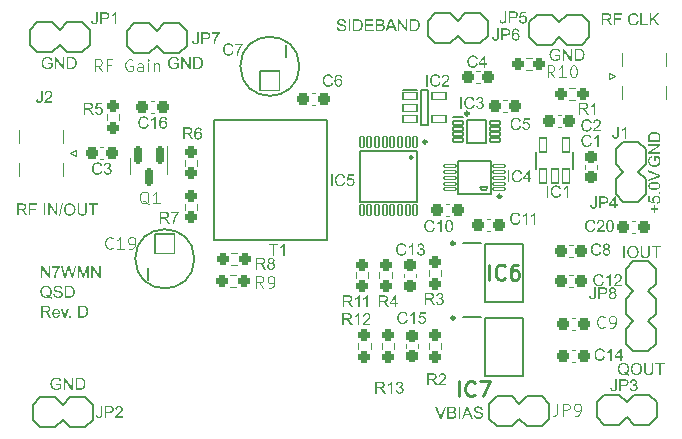
<source format=gto>
G04 #@! TF.GenerationSoftware,KiCad,Pcbnew,7.0.10*
G04 #@! TF.CreationDate,2024-04-22T16:50:03-07:00*
G04 #@! TF.ProjectId,qsd_revC,7173645f-7265-4764-932e-6b696361645f,rev?*
G04 #@! TF.SameCoordinates,Original*
G04 #@! TF.FileFunction,Legend,Top*
G04 #@! TF.FilePolarity,Positive*
%FSLAX46Y46*%
G04 Gerber Fmt 4.6, Leading zero omitted, Abs format (unit mm)*
G04 Created by KiCad (PCBNEW 7.0.10) date 2024-04-22 16:50:03*
%MOMM*%
%LPD*%
G01*
G04 APERTURE LIST*
G04 Aperture macros list*
%AMRoundRect*
0 Rectangle with rounded corners*
0 $1 Rounding radius*
0 $2 $3 $4 $5 $6 $7 $8 $9 X,Y pos of 4 corners*
0 Add a 4 corners polygon primitive as box body*
4,1,4,$2,$3,$4,$5,$6,$7,$8,$9,$2,$3,0*
0 Add four circle primitives for the rounded corners*
1,1,$1+$1,$2,$3*
1,1,$1+$1,$4,$5*
1,1,$1+$1,$6,$7*
1,1,$1+$1,$8,$9*
0 Add four rect primitives between the rounded corners*
20,1,$1+$1,$2,$3,$4,$5,0*
20,1,$1+$1,$4,$5,$6,$7,0*
20,1,$1+$1,$6,$7,$8,$9,0*
20,1,$1+$1,$8,$9,$2,$3,0*%
G04 Aperture macros list end*
%ADD10C,0.293238*%
%ADD11C,0.114300*%
%ADD12C,0.087313*%
%ADD13C,0.093472*%
%ADD14C,0.125000*%
%ADD15C,0.254000*%
%ADD16C,0.120000*%
%ADD17C,0.200000*%
%ADD18C,0.203200*%
%ADD19C,0.127000*%
%ADD20C,0.152400*%
%ADD21C,0.213600*%
%ADD22RoundRect,0.237500X0.300000X0.237500X-0.300000X0.237500X-0.300000X-0.237500X0.300000X-0.237500X0*%
%ADD23RoundRect,0.237500X-0.237500X0.300000X-0.237500X-0.300000X0.237500X-0.300000X0.237500X0.300000X0*%
%ADD24RoundRect,0.237500X0.237500X-0.300000X0.237500X0.300000X-0.237500X0.300000X-0.237500X-0.300000X0*%
%ADD25RoundRect,0.063500X-0.600000X-0.300000X0.600000X-0.300000X0.600000X0.300000X-0.600000X0.300000X0*%
%ADD26C,2.006600*%
%ADD27RoundRect,0.237500X-0.250000X-0.237500X0.250000X-0.237500X0.250000X0.237500X-0.250000X0.237500X0*%
%ADD28RoundRect,0.063500X-0.425000X-0.150000X0.425000X-0.150000X0.425000X0.150000X-0.425000X0.150000X0*%
%ADD29RoundRect,0.237500X0.250000X0.237500X-0.250000X0.237500X-0.250000X-0.237500X0.250000X-0.237500X0*%
%ADD30RoundRect,0.237500X-0.300000X-0.237500X0.300000X-0.237500X0.300000X0.237500X-0.300000X0.237500X0*%
%ADD31RoundRect,0.237500X-0.237500X0.250000X-0.237500X-0.250000X0.237500X-0.250000X0.237500X0.250000X0*%
%ADD32R,3.600000X1.270000*%
%ADD33R,4.200000X1.350000*%
%ADD34RoundRect,0.237500X0.237500X-0.250000X0.237500X0.250000X-0.237500X0.250000X-0.237500X-0.250000X0*%
%ADD35RoundRect,0.150000X-0.150000X0.587500X-0.150000X-0.587500X0.150000X-0.587500X0.150000X0.587500X0*%
%ADD36RoundRect,0.063500X0.825500X-0.825500X0.825500X0.825500X-0.825500X0.825500X-0.825500X-0.825500X0*%
%ADD37C,1.778000*%
%ADD38R,1.528000X0.650000*%
%ADD39C,1.627000*%
%ADD40RoundRect,0.063500X-0.300000X-0.600000X0.300000X-0.600000X0.300000X0.600000X-0.300000X0.600000X0*%
%ADD41RoundRect,0.063500X-0.175000X0.450000X-0.175000X-0.450000X0.175000X-0.450000X0.175000X0.450000X0*%
%ADD42RoundRect,0.063500X0.175000X-0.450000X0.175000X0.450000X-0.175000X0.450000X-0.175000X-0.450000X0*%
%ADD43RoundRect,0.063500X0.500000X-0.125000X0.500000X0.125000X-0.500000X0.125000X-0.500000X-0.125000X0*%
%ADD44RoundRect,0.063500X-0.500000X0.125000X-0.500000X-0.125000X0.500000X-0.125000X0.500000X0.125000X0*%
%ADD45RoundRect,0.063500X-0.825500X0.825500X-0.825500X-0.825500X0.825500X-0.825500X0.825500X0.825500X0*%
G04 APERTURE END LIST*
D10*
X151022719Y-115104600D02*
G75*
G03*
X150729481Y-115104600I-146619J0D01*
G01*
X150729481Y-115104600D02*
G75*
G03*
X151022719Y-115104600I146619J0D01*
G01*
X154972719Y-104814600D02*
G75*
G03*
X154679481Y-104814600I-146619J0D01*
G01*
X154679481Y-104814600D02*
G75*
G03*
X154972719Y-104814600I146619J0D01*
G01*
X148632719Y-100204600D02*
G75*
G03*
X148339481Y-100204600I-146619J0D01*
G01*
X148339481Y-100204600D02*
G75*
G03*
X148632719Y-100204600I146619J0D01*
G01*
X151022719Y-108804600D02*
G75*
G03*
X150729481Y-108804600I-146619J0D01*
G01*
X150729481Y-108804600D02*
G75*
G03*
X151022719Y-108804600I146619J0D01*
G01*
X152222719Y-97804600D02*
G75*
G03*
X151929481Y-97804600I-146619J0D01*
G01*
X151929481Y-97804600D02*
G75*
G03*
X152222719Y-97804600I146619J0D01*
G01*
D11*
G36*
X165307258Y-110034600D02*
G01*
X165307258Y-109018549D01*
X165440615Y-109018549D01*
X165440615Y-110034600D01*
X165307258Y-110034600D01*
G37*
G36*
X166132538Y-109003179D02*
G01*
X166149648Y-109003963D01*
X166166541Y-109005270D01*
X166183220Y-109007100D01*
X166199682Y-109009453D01*
X166215929Y-109012329D01*
X166231960Y-109015727D01*
X166247776Y-109019648D01*
X166263376Y-109024092D01*
X166278761Y-109029059D01*
X166293929Y-109034549D01*
X166308883Y-109040562D01*
X166323620Y-109047097D01*
X166338142Y-109054155D01*
X166352448Y-109061736D01*
X166366539Y-109069840D01*
X166380344Y-109078413D01*
X166393730Y-109087399D01*
X166406699Y-109096800D01*
X166419250Y-109106614D01*
X166431383Y-109116843D01*
X166443098Y-109127485D01*
X166454395Y-109138542D01*
X166465274Y-109150013D01*
X166475736Y-109161898D01*
X166485779Y-109174197D01*
X166495405Y-109186910D01*
X166504613Y-109200037D01*
X166513403Y-109213578D01*
X166521775Y-109227533D01*
X166529729Y-109241903D01*
X166537265Y-109256686D01*
X166544393Y-109271772D01*
X166551061Y-109287110D01*
X166557269Y-109302699D01*
X166563017Y-109318541D01*
X166568306Y-109334634D01*
X166573134Y-109350979D01*
X166577503Y-109367576D01*
X166581412Y-109384425D01*
X166584861Y-109401526D01*
X166587850Y-109418879D01*
X166590379Y-109436483D01*
X166592449Y-109454340D01*
X166594058Y-109472448D01*
X166595208Y-109490808D01*
X166595897Y-109509420D01*
X166596127Y-109528284D01*
X166595885Y-109547392D01*
X166595158Y-109566249D01*
X166593946Y-109584853D01*
X166592250Y-109603206D01*
X166590069Y-109621306D01*
X166587403Y-109639155D01*
X166584253Y-109656752D01*
X166580618Y-109674097D01*
X166576498Y-109691190D01*
X166571894Y-109708032D01*
X166566805Y-109724621D01*
X166561231Y-109740959D01*
X166555173Y-109757044D01*
X166548630Y-109772878D01*
X166541602Y-109788460D01*
X166534090Y-109803790D01*
X166526164Y-109818734D01*
X166517836Y-109833217D01*
X166509105Y-109847241D01*
X166499972Y-109860805D01*
X166490436Y-109873910D01*
X166480498Y-109886554D01*
X166470156Y-109898738D01*
X166459412Y-109910463D01*
X166448266Y-109921728D01*
X166436717Y-109932533D01*
X166424765Y-109942878D01*
X166412411Y-109952763D01*
X166399654Y-109962188D01*
X166386495Y-109971154D01*
X166372932Y-109979659D01*
X166358968Y-109987705D01*
X166344732Y-109995276D01*
X166330357Y-110002359D01*
X166315843Y-110008954D01*
X166301189Y-110015060D01*
X166286396Y-110020678D01*
X166271464Y-110025807D01*
X166256392Y-110030447D01*
X166241181Y-110034600D01*
X166225831Y-110038263D01*
X166210342Y-110041438D01*
X166194713Y-110044125D01*
X166178945Y-110046323D01*
X166163038Y-110048033D01*
X166146992Y-110049254D01*
X166130806Y-110049987D01*
X166114481Y-110050231D01*
X166096829Y-110049962D01*
X166079413Y-110049155D01*
X166062231Y-110047810D01*
X166045283Y-110045926D01*
X166028571Y-110043505D01*
X166012093Y-110040545D01*
X165995850Y-110037048D01*
X165979842Y-110033012D01*
X165964068Y-110028438D01*
X165948529Y-110023326D01*
X165933225Y-110017676D01*
X165918155Y-110011488D01*
X165903320Y-110004762D01*
X165888720Y-109997497D01*
X165874354Y-109989695D01*
X165860224Y-109981355D01*
X165846452Y-109972518D01*
X165833101Y-109963288D01*
X165820173Y-109953665D01*
X165807666Y-109943650D01*
X165795580Y-109933241D01*
X165783917Y-109922439D01*
X165772675Y-109911244D01*
X165761855Y-109899655D01*
X165751456Y-109887674D01*
X165741480Y-109875300D01*
X165731925Y-109862532D01*
X165722791Y-109849372D01*
X165714080Y-109835818D01*
X165705790Y-109821872D01*
X165697921Y-109807532D01*
X165690475Y-109792799D01*
X165683495Y-109777815D01*
X165676965Y-109762723D01*
X165670886Y-109747522D01*
X165665257Y-109732212D01*
X165660078Y-109716793D01*
X165655350Y-109701265D01*
X165651072Y-109685629D01*
X165647244Y-109669884D01*
X165643867Y-109654030D01*
X165640939Y-109638067D01*
X165638463Y-109621996D01*
X165636436Y-109605816D01*
X165634860Y-109589527D01*
X165633734Y-109573129D01*
X165633059Y-109556623D01*
X165632857Y-109541717D01*
X165770342Y-109541717D01*
X165770438Y-109553121D01*
X165770725Y-109564372D01*
X165771203Y-109575471D01*
X165771873Y-109586418D01*
X165772733Y-109597212D01*
X165773786Y-109607855D01*
X165775029Y-109618345D01*
X165776464Y-109628683D01*
X165778090Y-109638869D01*
X165779907Y-109648903D01*
X165781915Y-109658784D01*
X165784115Y-109668514D01*
X165786507Y-109678091D01*
X165789089Y-109687516D01*
X165794828Y-109705910D01*
X165801332Y-109723695D01*
X165808601Y-109740871D01*
X165816635Y-109757438D01*
X165825434Y-109773397D01*
X165834999Y-109788747D01*
X165845329Y-109803489D01*
X165856424Y-109817621D01*
X165868284Y-109831145D01*
X165880720Y-109843952D01*
X165893544Y-109855932D01*
X165906755Y-109867086D01*
X165920353Y-109877414D01*
X165934339Y-109886916D01*
X165948712Y-109895591D01*
X165963473Y-109903440D01*
X165978620Y-109910463D01*
X165994156Y-109916660D01*
X166010078Y-109922030D01*
X166026388Y-109926575D01*
X166043085Y-109930293D01*
X166060170Y-109933184D01*
X166077642Y-109935250D01*
X166095501Y-109936489D01*
X166113748Y-109936902D01*
X166132347Y-109936485D01*
X166150529Y-109935235D01*
X166168296Y-109933150D01*
X166185647Y-109930231D01*
X166202582Y-109926479D01*
X166219100Y-109921893D01*
X166235203Y-109916473D01*
X166250890Y-109910219D01*
X166266161Y-109903131D01*
X166281016Y-109895209D01*
X166295455Y-109886454D01*
X166309478Y-109876864D01*
X166323085Y-109866441D01*
X166336276Y-109855184D01*
X166349051Y-109843093D01*
X166361410Y-109830168D01*
X166373181Y-109816477D01*
X166384193Y-109802088D01*
X166394446Y-109787000D01*
X166403939Y-109771214D01*
X166412672Y-109754730D01*
X166420647Y-109737547D01*
X166427861Y-109719666D01*
X166431184Y-109710463D01*
X166434317Y-109701086D01*
X166437259Y-109691534D01*
X166440012Y-109681808D01*
X166442575Y-109671907D01*
X166444949Y-109661831D01*
X166447132Y-109651581D01*
X166449126Y-109641157D01*
X166450929Y-109630557D01*
X166452543Y-109619784D01*
X166453967Y-109608835D01*
X166455201Y-109597712D01*
X166456245Y-109586414D01*
X166457100Y-109574942D01*
X166457764Y-109563295D01*
X166458239Y-109551474D01*
X166458524Y-109539478D01*
X166458619Y-109527307D01*
X166458456Y-109511921D01*
X166457970Y-109496781D01*
X166457159Y-109481887D01*
X166456024Y-109467239D01*
X166454564Y-109452837D01*
X166452780Y-109438681D01*
X166450671Y-109424772D01*
X166448238Y-109411109D01*
X166445481Y-109397691D01*
X166442399Y-109384520D01*
X166438993Y-109371596D01*
X166435263Y-109358917D01*
X166431208Y-109346484D01*
X166426829Y-109334298D01*
X166422125Y-109322358D01*
X166417097Y-109310664D01*
X166411757Y-109299256D01*
X166406114Y-109288174D01*
X166400170Y-109277419D01*
X166393925Y-109266990D01*
X166387378Y-109256887D01*
X166380530Y-109247111D01*
X166373380Y-109237661D01*
X166365929Y-109228537D01*
X166358176Y-109219740D01*
X166350121Y-109211268D01*
X166341766Y-109203123D01*
X166333108Y-109195305D01*
X166324150Y-109187812D01*
X166314889Y-109180646D01*
X166305328Y-109173807D01*
X166295464Y-109167293D01*
X166285375Y-109161112D01*
X166275135Y-109155329D01*
X166264744Y-109149945D01*
X166254203Y-109144960D01*
X166243510Y-109140374D01*
X166232667Y-109136187D01*
X166221674Y-109132398D01*
X166210529Y-109129008D01*
X166199234Y-109126017D01*
X166187788Y-109123425D01*
X166176191Y-109121231D01*
X166164443Y-109119437D01*
X166152545Y-109118041D01*
X166140496Y-109117044D01*
X166128296Y-109116446D01*
X166115946Y-109116246D01*
X166098393Y-109116630D01*
X166081149Y-109117781D01*
X166064214Y-109119698D01*
X166047589Y-109122383D01*
X166031272Y-109125835D01*
X166015264Y-109130054D01*
X165999566Y-109135040D01*
X165984177Y-109140793D01*
X165969097Y-109147313D01*
X165954326Y-109154600D01*
X165939864Y-109162654D01*
X165925711Y-109171476D01*
X165911868Y-109181064D01*
X165898333Y-109191420D01*
X165885108Y-109202542D01*
X165872192Y-109214432D01*
X165859858Y-109227188D01*
X165848321Y-109240971D01*
X165837579Y-109255780D01*
X165827633Y-109271615D01*
X165818482Y-109288478D01*
X165814205Y-109297294D01*
X165810127Y-109306367D01*
X165806248Y-109315696D01*
X165802568Y-109325282D01*
X165799087Y-109335125D01*
X165795805Y-109345224D01*
X165792721Y-109355580D01*
X165789837Y-109366193D01*
X165787151Y-109377062D01*
X165784665Y-109388188D01*
X165782377Y-109399570D01*
X165780289Y-109411210D01*
X165778399Y-109423106D01*
X165776708Y-109435258D01*
X165775216Y-109447667D01*
X165773923Y-109460333D01*
X165772829Y-109473255D01*
X165771934Y-109486435D01*
X165771238Y-109499870D01*
X165770740Y-109513563D01*
X165770442Y-109527512D01*
X165770342Y-109541717D01*
X165632857Y-109541717D01*
X165632834Y-109540008D01*
X165632965Y-109524361D01*
X165633359Y-109508929D01*
X165634016Y-109493711D01*
X165634936Y-109478707D01*
X165636119Y-109463917D01*
X165637565Y-109449341D01*
X165639273Y-109434980D01*
X165641245Y-109420832D01*
X165643479Y-109406899D01*
X165645976Y-109393181D01*
X165648736Y-109379676D01*
X165651759Y-109366385D01*
X165655044Y-109353309D01*
X165658593Y-109340447D01*
X165662404Y-109327799D01*
X165666478Y-109315365D01*
X165670815Y-109303146D01*
X165675415Y-109291140D01*
X165680278Y-109279349D01*
X165685403Y-109267772D01*
X165690791Y-109256410D01*
X165696443Y-109245261D01*
X165702357Y-109234327D01*
X165708534Y-109223606D01*
X165714973Y-109213100D01*
X165721676Y-109202809D01*
X165728641Y-109192731D01*
X165735870Y-109182867D01*
X165743361Y-109173218D01*
X165751115Y-109163783D01*
X165759132Y-109154562D01*
X165767411Y-109145556D01*
X165775914Y-109136780D01*
X165784569Y-109128283D01*
X165793378Y-109120065D01*
X165802338Y-109112125D01*
X165811451Y-109104464D01*
X165820717Y-109097081D01*
X165830136Y-109089977D01*
X165839707Y-109083151D01*
X165849431Y-109076605D01*
X165859308Y-109070336D01*
X165869337Y-109064347D01*
X165879519Y-109058636D01*
X165889853Y-109053203D01*
X165900341Y-109048049D01*
X165910980Y-109043174D01*
X165921773Y-109038577D01*
X165932718Y-109034259D01*
X165943816Y-109030219D01*
X165955066Y-109026459D01*
X165966469Y-109022976D01*
X165978025Y-109019772D01*
X165989733Y-109016847D01*
X166001595Y-109014201D01*
X166013608Y-109011833D01*
X166025775Y-109009743D01*
X166038094Y-109007932D01*
X166050565Y-109006400D01*
X166063190Y-109005146D01*
X166075966Y-109004171D01*
X166088896Y-109003475D01*
X166101978Y-109003057D01*
X166115213Y-109002918D01*
X166132538Y-109003179D01*
G37*
G36*
X167422645Y-109018549D02*
G01*
X167556002Y-109018549D01*
X167556002Y-109604732D01*
X167555867Y-109623598D01*
X167555464Y-109641971D01*
X167554791Y-109659853D01*
X167553849Y-109677242D01*
X167552639Y-109694138D01*
X167551159Y-109710543D01*
X167549410Y-109726455D01*
X167547392Y-109741874D01*
X167545105Y-109756802D01*
X167542549Y-109771237D01*
X167539724Y-109785180D01*
X167536630Y-109798630D01*
X167533267Y-109811589D01*
X167529635Y-109824055D01*
X167525734Y-109836028D01*
X167521564Y-109847509D01*
X167517043Y-109858614D01*
X167512092Y-109869457D01*
X167506709Y-109880039D01*
X167500895Y-109890359D01*
X167494649Y-109900418D01*
X167487973Y-109910215D01*
X167480865Y-109919751D01*
X167473326Y-109929026D01*
X167465355Y-109938039D01*
X167456954Y-109946790D01*
X167448121Y-109955281D01*
X167438857Y-109963510D01*
X167429162Y-109971477D01*
X167419035Y-109979183D01*
X167408477Y-109986628D01*
X167397488Y-109993811D01*
X167386065Y-110000643D01*
X167374205Y-110007034D01*
X167361908Y-110012985D01*
X167349174Y-110018495D01*
X167336003Y-110023564D01*
X167322395Y-110028192D01*
X167308350Y-110032379D01*
X167293868Y-110036126D01*
X167278949Y-110039432D01*
X167263594Y-110042297D01*
X167247801Y-110044721D01*
X167231571Y-110046705D01*
X167214904Y-110048248D01*
X167197801Y-110049349D01*
X167180260Y-110050011D01*
X167162282Y-110050231D01*
X167144806Y-110050039D01*
X167127730Y-110049464D01*
X167111054Y-110048505D01*
X167094780Y-110047163D01*
X167078906Y-110045437D01*
X167063433Y-110043327D01*
X167048360Y-110040834D01*
X167033688Y-110037958D01*
X167019417Y-110034698D01*
X167005547Y-110031054D01*
X166992078Y-110027027D01*
X166979009Y-110022616D01*
X166966340Y-110017822D01*
X166954073Y-110012644D01*
X166942206Y-110007083D01*
X166930740Y-110001138D01*
X166919705Y-109994830D01*
X166909071Y-109988178D01*
X166898838Y-109981183D01*
X166889005Y-109973844D01*
X166879573Y-109966162D01*
X166870542Y-109958136D01*
X166861911Y-109949767D01*
X166853681Y-109941054D01*
X166845852Y-109931998D01*
X166838424Y-109922599D01*
X166831396Y-109912856D01*
X166824769Y-109902769D01*
X166818543Y-109892339D01*
X166812717Y-109881566D01*
X166807293Y-109870449D01*
X166802268Y-109858989D01*
X166797625Y-109847091D01*
X166793281Y-109834660D01*
X166789237Y-109821697D01*
X166785492Y-109808202D01*
X166782047Y-109794174D01*
X166778901Y-109779614D01*
X166776055Y-109764521D01*
X166773509Y-109748896D01*
X166771262Y-109732739D01*
X166769315Y-109716050D01*
X166767667Y-109698828D01*
X166766319Y-109681073D01*
X166765270Y-109662787D01*
X166764521Y-109643967D01*
X166764072Y-109624616D01*
X166763960Y-109614741D01*
X166763922Y-109604732D01*
X166763922Y-109018549D01*
X166897035Y-109018549D01*
X166897035Y-109606442D01*
X166897130Y-109622748D01*
X166897416Y-109638510D01*
X166897893Y-109653729D01*
X166898561Y-109668403D01*
X166899420Y-109682534D01*
X166900469Y-109696121D01*
X166901710Y-109709164D01*
X166903141Y-109721663D01*
X166904763Y-109733619D01*
X166906575Y-109745031D01*
X166908579Y-109755898D01*
X166910773Y-109766222D01*
X166913158Y-109776003D01*
X166917094Y-109789653D01*
X166921459Y-109802080D01*
X166926345Y-109813599D01*
X166931846Y-109824615D01*
X166937960Y-109835128D01*
X166944689Y-109845140D01*
X166952031Y-109854649D01*
X166959987Y-109863655D01*
X166968557Y-109872160D01*
X166977742Y-109880162D01*
X166987540Y-109887661D01*
X166997952Y-109894659D01*
X167005234Y-109899045D01*
X167016638Y-109905112D01*
X167028501Y-109910582D01*
X167040824Y-109915456D01*
X167053606Y-109919733D01*
X167066847Y-109923413D01*
X167080548Y-109926496D01*
X167094708Y-109928983D01*
X167104403Y-109930309D01*
X167114303Y-109931370D01*
X167124406Y-109932166D01*
X167134714Y-109932696D01*
X167145226Y-109932961D01*
X167150559Y-109932994D01*
X167168608Y-109932731D01*
X167185997Y-109931941D01*
X167202726Y-109930625D01*
X167218794Y-109928781D01*
X167234202Y-109926411D01*
X167248950Y-109923515D01*
X167263038Y-109920092D01*
X167276466Y-109916142D01*
X167289233Y-109911665D01*
X167301340Y-109906662D01*
X167312787Y-109901132D01*
X167323574Y-109895076D01*
X167333701Y-109888493D01*
X167343167Y-109881383D01*
X167351973Y-109873747D01*
X167360119Y-109865583D01*
X167367691Y-109856671D01*
X167374774Y-109846788D01*
X167381368Y-109835934D01*
X167387474Y-109824108D01*
X167393092Y-109811311D01*
X167398221Y-109797543D01*
X167402862Y-109782803D01*
X167407014Y-109767093D01*
X167410677Y-109750411D01*
X167413852Y-109732757D01*
X167416539Y-109714133D01*
X167418737Y-109694537D01*
X167419653Y-109684375D01*
X167420447Y-109673970D01*
X167421119Y-109663322D01*
X167421668Y-109652432D01*
X167422096Y-109641299D01*
X167422401Y-109629922D01*
X167422584Y-109618304D01*
X167422645Y-109606442D01*
X167422645Y-109018549D01*
G37*
G36*
X168028123Y-110034600D02*
G01*
X168028123Y-109135786D01*
X167696441Y-109135786D01*
X167696441Y-109018549D01*
X168494627Y-109018549D01*
X168494627Y-109135786D01*
X168161480Y-109135786D01*
X168161480Y-110034600D01*
X168028123Y-110034600D01*
G37*
X121143242Y-94221275D02*
X120809909Y-93745084D01*
X120571814Y-94221275D02*
X120571814Y-93221275D01*
X120571814Y-93221275D02*
X120952766Y-93221275D01*
X120952766Y-93221275D02*
X121048004Y-93268894D01*
X121048004Y-93268894D02*
X121095623Y-93316513D01*
X121095623Y-93316513D02*
X121143242Y-93411751D01*
X121143242Y-93411751D02*
X121143242Y-93554608D01*
X121143242Y-93554608D02*
X121095623Y-93649846D01*
X121095623Y-93649846D02*
X121048004Y-93697465D01*
X121048004Y-93697465D02*
X120952766Y-93745084D01*
X120952766Y-93745084D02*
X120571814Y-93745084D01*
X121905147Y-93697465D02*
X121571814Y-93697465D01*
X121571814Y-94221275D02*
X121571814Y-93221275D01*
X121571814Y-93221275D02*
X122048004Y-93221275D01*
X123714671Y-93268894D02*
X123619433Y-93221275D01*
X123619433Y-93221275D02*
X123476576Y-93221275D01*
X123476576Y-93221275D02*
X123333719Y-93268894D01*
X123333719Y-93268894D02*
X123238481Y-93364132D01*
X123238481Y-93364132D02*
X123190862Y-93459370D01*
X123190862Y-93459370D02*
X123143243Y-93649846D01*
X123143243Y-93649846D02*
X123143243Y-93792703D01*
X123143243Y-93792703D02*
X123190862Y-93983179D01*
X123190862Y-93983179D02*
X123238481Y-94078417D01*
X123238481Y-94078417D02*
X123333719Y-94173656D01*
X123333719Y-94173656D02*
X123476576Y-94221275D01*
X123476576Y-94221275D02*
X123571814Y-94221275D01*
X123571814Y-94221275D02*
X123714671Y-94173656D01*
X123714671Y-94173656D02*
X123762290Y-94126036D01*
X123762290Y-94126036D02*
X123762290Y-93792703D01*
X123762290Y-93792703D02*
X123571814Y-93792703D01*
X124619433Y-94221275D02*
X124619433Y-93697465D01*
X124619433Y-93697465D02*
X124571814Y-93602227D01*
X124571814Y-93602227D02*
X124476576Y-93554608D01*
X124476576Y-93554608D02*
X124286100Y-93554608D01*
X124286100Y-93554608D02*
X124190862Y-93602227D01*
X124619433Y-94173656D02*
X124524195Y-94221275D01*
X124524195Y-94221275D02*
X124286100Y-94221275D01*
X124286100Y-94221275D02*
X124190862Y-94173656D01*
X124190862Y-94173656D02*
X124143243Y-94078417D01*
X124143243Y-94078417D02*
X124143243Y-93983179D01*
X124143243Y-93983179D02*
X124190862Y-93887941D01*
X124190862Y-93887941D02*
X124286100Y-93840322D01*
X124286100Y-93840322D02*
X124524195Y-93840322D01*
X124524195Y-93840322D02*
X124619433Y-93792703D01*
X125095624Y-94221275D02*
X125095624Y-93554608D01*
X125095624Y-93221275D02*
X125048005Y-93268894D01*
X125048005Y-93268894D02*
X125095624Y-93316513D01*
X125095624Y-93316513D02*
X125143243Y-93268894D01*
X125143243Y-93268894D02*
X125095624Y-93221275D01*
X125095624Y-93221275D02*
X125095624Y-93316513D01*
X125571814Y-93554608D02*
X125571814Y-94221275D01*
X125571814Y-93649846D02*
X125619433Y-93602227D01*
X125619433Y-93602227D02*
X125714671Y-93554608D01*
X125714671Y-93554608D02*
X125857528Y-93554608D01*
X125857528Y-93554608D02*
X125952766Y-93602227D01*
X125952766Y-93602227D02*
X126000385Y-93697465D01*
X126000385Y-93697465D02*
X126000385Y-94221275D01*
G36*
X168274795Y-105952158D02*
G01*
X168001243Y-105952158D01*
X168001243Y-106226199D01*
X167884007Y-106226199D01*
X167884007Y-105952158D01*
X167618270Y-105952158D01*
X167618270Y-105835410D01*
X167884007Y-105835410D01*
X167884007Y-105561370D01*
X168001243Y-105561370D01*
X168001243Y-105835410D01*
X168274795Y-105835410D01*
X168274795Y-105952158D01*
G37*
G36*
X168165374Y-105429478D02*
G01*
X168154383Y-105299541D01*
X168166076Y-105297591D01*
X168177399Y-105295343D01*
X168188355Y-105292798D01*
X168198942Y-105289955D01*
X168209161Y-105286814D01*
X168219012Y-105283375D01*
X168228495Y-105279639D01*
X168237609Y-105275605D01*
X168250590Y-105268997D01*
X168262742Y-105261718D01*
X168274066Y-105253770D01*
X168284561Y-105245151D01*
X168294227Y-105235863D01*
X168297265Y-105232619D01*
X168305821Y-105222582D01*
X168313534Y-105212162D01*
X168320406Y-105201361D01*
X168326437Y-105190178D01*
X168331626Y-105178612D01*
X168335974Y-105166664D01*
X168339480Y-105154335D01*
X168342145Y-105141623D01*
X168343968Y-105128529D01*
X168344950Y-105115053D01*
X168345137Y-105105857D01*
X168344868Y-105094820D01*
X168344061Y-105083997D01*
X168342716Y-105073388D01*
X168340832Y-105062992D01*
X168338411Y-105052810D01*
X168335451Y-105042842D01*
X168331954Y-105033088D01*
X168327918Y-105023547D01*
X168323344Y-105014220D01*
X168318232Y-105005106D01*
X168312582Y-104996207D01*
X168306394Y-104987521D01*
X168299668Y-104979049D01*
X168292403Y-104970790D01*
X168284601Y-104962746D01*
X168276261Y-104954915D01*
X168267476Y-104947402D01*
X168258343Y-104940374D01*
X168248860Y-104933831D01*
X168239029Y-104927773D01*
X168228848Y-104922199D01*
X168218318Y-104917110D01*
X168207438Y-104912506D01*
X168196210Y-104908386D01*
X168184632Y-104904751D01*
X168172705Y-104901601D01*
X168160429Y-104898935D01*
X168147804Y-104896754D01*
X168134830Y-104895058D01*
X168121506Y-104893846D01*
X168107833Y-104893119D01*
X168093811Y-104892877D01*
X168080465Y-104893110D01*
X168067475Y-104893808D01*
X168054842Y-104894972D01*
X168042566Y-104896602D01*
X168030647Y-104898697D01*
X168019084Y-104901257D01*
X168007879Y-104904284D01*
X167997030Y-104907776D01*
X167986538Y-104911733D01*
X167976403Y-104916156D01*
X167966625Y-104921045D01*
X167957203Y-104926399D01*
X167948138Y-104932219D01*
X167939431Y-104938504D01*
X167931080Y-104945255D01*
X167923085Y-104952472D01*
X167915514Y-104960035D01*
X167908431Y-104967886D01*
X167901836Y-104976025D01*
X167895730Y-104984453D01*
X167890113Y-104993168D01*
X167884983Y-105002172D01*
X167880343Y-105011463D01*
X167876191Y-105021043D01*
X167872527Y-105030911D01*
X167869352Y-105041067D01*
X167866665Y-105051512D01*
X167864467Y-105062244D01*
X167862757Y-105073264D01*
X167861536Y-105084573D01*
X167860803Y-105096170D01*
X167860559Y-105108055D01*
X167860808Y-105119128D01*
X167861555Y-105129999D01*
X167862800Y-105140669D01*
X167864543Y-105151137D01*
X167866785Y-105161403D01*
X167869524Y-105171467D01*
X167872761Y-105181330D01*
X167876496Y-105190991D01*
X167880729Y-105200449D01*
X167885461Y-105209707D01*
X167888891Y-105215766D01*
X167894308Y-105224607D01*
X167900025Y-105233088D01*
X167906043Y-105241208D01*
X167912362Y-105248968D01*
X167918980Y-105256366D01*
X167925900Y-105263405D01*
X167933120Y-105270082D01*
X167940640Y-105276399D01*
X167948461Y-105282355D01*
X167956583Y-105287951D01*
X167962164Y-105291481D01*
X167947021Y-105407497D01*
X167430692Y-105310044D01*
X167430692Y-104809102D01*
X167547928Y-104809102D01*
X167547928Y-105211125D01*
X167818549Y-105265347D01*
X167811333Y-105253957D01*
X167804582Y-105242499D01*
X167798296Y-105230975D01*
X167792477Y-105219384D01*
X167787122Y-105207726D01*
X167782234Y-105196001D01*
X167777810Y-105184210D01*
X167773853Y-105172352D01*
X167770361Y-105160427D01*
X167767335Y-105148435D01*
X167764774Y-105136376D01*
X167762679Y-105124251D01*
X167761049Y-105112059D01*
X167759885Y-105099800D01*
X167759187Y-105087474D01*
X167758954Y-105075082D01*
X167759313Y-105058757D01*
X167760389Y-105042754D01*
X167762183Y-105027074D01*
X167764694Y-105011716D01*
X167767922Y-104996681D01*
X167771869Y-104981968D01*
X167776532Y-104967578D01*
X167781913Y-104953510D01*
X167788011Y-104939765D01*
X167794827Y-104926342D01*
X167802361Y-104913242D01*
X167810612Y-104900464D01*
X167819580Y-104888008D01*
X167829266Y-104875875D01*
X167839669Y-104864065D01*
X167850789Y-104852577D01*
X167862444Y-104841574D01*
X167874512Y-104831282D01*
X167886991Y-104821699D01*
X167899882Y-104812826D01*
X167913186Y-104804663D01*
X167926902Y-104797210D01*
X167941030Y-104790467D01*
X167955570Y-104784433D01*
X167970522Y-104779109D01*
X167985886Y-104774495D01*
X168001663Y-104770591D01*
X168017852Y-104767397D01*
X168034452Y-104764913D01*
X168051466Y-104763138D01*
X168068891Y-104762073D01*
X168086728Y-104761718D01*
X168103740Y-104762029D01*
X168120460Y-104762963D01*
X168136889Y-104764518D01*
X168153025Y-104766695D01*
X168168869Y-104769494D01*
X168184421Y-104772915D01*
X168199682Y-104776959D01*
X168214650Y-104781624D01*
X168229327Y-104786912D01*
X168243711Y-104792821D01*
X168257804Y-104799353D01*
X168271605Y-104806506D01*
X168285113Y-104814282D01*
X168298330Y-104822680D01*
X168311255Y-104831700D01*
X168323888Y-104841342D01*
X168338765Y-104853738D01*
X168352682Y-104866686D01*
X168365639Y-104880185D01*
X168377637Y-104894235D01*
X168388674Y-104908838D01*
X168398752Y-104923991D01*
X168407870Y-104939696D01*
X168416029Y-104955953D01*
X168423227Y-104972760D01*
X168429466Y-104990120D01*
X168434745Y-105008031D01*
X168439064Y-105026493D01*
X168442423Y-105045507D01*
X168443743Y-105055220D01*
X168444822Y-105065072D01*
X168445662Y-105075061D01*
X168446262Y-105085189D01*
X168446622Y-105095454D01*
X168446742Y-105105857D01*
X168446442Y-105122848D01*
X168445540Y-105139444D01*
X168444037Y-105155645D01*
X168441934Y-105171451D01*
X168439229Y-105186862D01*
X168435923Y-105201878D01*
X168432016Y-105216500D01*
X168427508Y-105230726D01*
X168422399Y-105244557D01*
X168416689Y-105257993D01*
X168410378Y-105271034D01*
X168403465Y-105283681D01*
X168395952Y-105295932D01*
X168387838Y-105307788D01*
X168379122Y-105319249D01*
X168369806Y-105330316D01*
X168359962Y-105340864D01*
X168349728Y-105350832D01*
X168339103Y-105360220D01*
X168328086Y-105369028D01*
X168316678Y-105377256D01*
X168304879Y-105384904D01*
X168292689Y-105391972D01*
X168280107Y-105398460D01*
X168267135Y-105404367D01*
X168253771Y-105409695D01*
X168240016Y-105414442D01*
X168225870Y-105418610D01*
X168211333Y-105422197D01*
X168196405Y-105425204D01*
X168181085Y-105427631D01*
X168165374Y-105429478D01*
G37*
G36*
X168431111Y-104581467D02*
G01*
X168290427Y-104581467D01*
X168290427Y-104440539D01*
X168431111Y-104440539D01*
X168431111Y-104581467D01*
G37*
G36*
X167942192Y-103605264D02*
G01*
X167953104Y-103605371D01*
X167963883Y-103605548D01*
X167974529Y-103605797D01*
X167985041Y-103606117D01*
X167995419Y-103606508D01*
X168005664Y-103606970D01*
X168015776Y-103607503D01*
X168025753Y-103608107D01*
X168035597Y-103608782D01*
X168054885Y-103610346D01*
X168073638Y-103612194D01*
X168091857Y-103614327D01*
X168109542Y-103616743D01*
X168126692Y-103619444D01*
X168143308Y-103622430D01*
X168159390Y-103625699D01*
X168174938Y-103629253D01*
X168189951Y-103633091D01*
X168204430Y-103637214D01*
X168218375Y-103641621D01*
X168231828Y-103646311D01*
X168244894Y-103651284D01*
X168257573Y-103656539D01*
X168269864Y-103662076D01*
X168281768Y-103667896D01*
X168293285Y-103673998D01*
X168304414Y-103680383D01*
X168315156Y-103687050D01*
X168325511Y-103693999D01*
X168335478Y-103701231D01*
X168345058Y-103708746D01*
X168354250Y-103716542D01*
X168363055Y-103724621D01*
X168371473Y-103732983D01*
X168379504Y-103741627D01*
X168387147Y-103750553D01*
X168394363Y-103759769D01*
X168401114Y-103769283D01*
X168407400Y-103779095D01*
X168413220Y-103789204D01*
X168418574Y-103799612D01*
X168423463Y-103810316D01*
X168427886Y-103821319D01*
X168431843Y-103832619D01*
X168435335Y-103844216D01*
X168438361Y-103856112D01*
X168440922Y-103868305D01*
X168443017Y-103880796D01*
X168444647Y-103893584D01*
X168445811Y-103906670D01*
X168446509Y-103920054D01*
X168446742Y-103933735D01*
X168446333Y-103951687D01*
X168445105Y-103969150D01*
X168443058Y-103986125D01*
X168440193Y-104002612D01*
X168436510Y-104018610D01*
X168432007Y-104034119D01*
X168426686Y-104049140D01*
X168420547Y-104063672D01*
X168413589Y-104077716D01*
X168405812Y-104091272D01*
X168397217Y-104104339D01*
X168387803Y-104116917D01*
X168377571Y-104129007D01*
X168366520Y-104140609D01*
X168354650Y-104151722D01*
X168341962Y-104162346D01*
X168333930Y-104168477D01*
X168325588Y-104174414D01*
X168316936Y-104180155D01*
X168307974Y-104185702D01*
X168298702Y-104191055D01*
X168289120Y-104196212D01*
X168279227Y-104201175D01*
X168269025Y-104205944D01*
X168258512Y-104210518D01*
X168247690Y-104214897D01*
X168236557Y-104219081D01*
X168225115Y-104223071D01*
X168213362Y-104226867D01*
X168201299Y-104230467D01*
X168188926Y-104233873D01*
X168176243Y-104237085D01*
X168163250Y-104240102D01*
X168149947Y-104242924D01*
X168136334Y-104245551D01*
X168122410Y-104247984D01*
X168108177Y-104250222D01*
X168093634Y-104252266D01*
X168078780Y-104254115D01*
X168063617Y-104255769D01*
X168048143Y-104257229D01*
X168032359Y-104258494D01*
X168016265Y-104259565D01*
X167999862Y-104260441D01*
X167983148Y-104261122D01*
X167966124Y-104261608D01*
X167948790Y-104261900D01*
X167931145Y-104261998D01*
X167920024Y-104261962D01*
X167909040Y-104261854D01*
X167898191Y-104261676D01*
X167887479Y-104261425D01*
X167876904Y-104261103D01*
X167866465Y-104260710D01*
X167856162Y-104260244D01*
X167845996Y-104259708D01*
X167835967Y-104259100D01*
X167826073Y-104258420D01*
X167816316Y-104257668D01*
X167797212Y-104255951D01*
X167778653Y-104253948D01*
X167760641Y-104251658D01*
X167743173Y-104249082D01*
X167726252Y-104246220D01*
X167709876Y-104243071D01*
X167694046Y-104239636D01*
X167678762Y-104235916D01*
X167664023Y-104231908D01*
X167649831Y-104227615D01*
X167642939Y-104225361D01*
X167629458Y-104220613D01*
X167616370Y-104215588D01*
X167603675Y-104210286D01*
X167591373Y-104204707D01*
X167579464Y-104198852D01*
X167567949Y-104192720D01*
X167556826Y-104186312D01*
X167546097Y-104179627D01*
X167535760Y-104172665D01*
X167525817Y-104165426D01*
X167516266Y-104157911D01*
X167507109Y-104150119D01*
X167498345Y-104142050D01*
X167489974Y-104133705D01*
X167481996Y-104125083D01*
X167474411Y-104116185D01*
X167467224Y-104106971D01*
X167460501Y-104097466D01*
X167454241Y-104087668D01*
X167448445Y-104077579D01*
X167443113Y-104067198D01*
X167438244Y-104056524D01*
X167433839Y-104045559D01*
X167429898Y-104034302D01*
X167426420Y-104022753D01*
X167423406Y-104010912D01*
X167420856Y-103998779D01*
X167418770Y-103986354D01*
X167417147Y-103973637D01*
X167415988Y-103960629D01*
X167415292Y-103947328D01*
X167415081Y-103934956D01*
X167516665Y-103934956D01*
X167516949Y-103945477D01*
X167517799Y-103955728D01*
X167519216Y-103965711D01*
X167521199Y-103975424D01*
X167523749Y-103984869D01*
X167528637Y-103998531D01*
X167534800Y-104011588D01*
X167542239Y-104024039D01*
X167547906Y-104032004D01*
X167554140Y-104039699D01*
X167560940Y-104047126D01*
X167568308Y-104054283D01*
X167576242Y-104061172D01*
X167584742Y-104067791D01*
X167589205Y-104071000D01*
X167601388Y-104078749D01*
X167614794Y-104085998D01*
X167629422Y-104092747D01*
X167645274Y-104098996D01*
X167662349Y-104104745D01*
X167680648Y-104109995D01*
X167690255Y-104112432D01*
X167700169Y-104114744D01*
X167710388Y-104116931D01*
X167720913Y-104118993D01*
X167731744Y-104120931D01*
X167742881Y-104122743D01*
X167754323Y-104124430D01*
X167766072Y-104125992D01*
X167778126Y-104127430D01*
X167790485Y-104128742D01*
X167803151Y-104129929D01*
X167816122Y-104130992D01*
X167829399Y-104131929D01*
X167842982Y-104132742D01*
X167856871Y-104133429D01*
X167871065Y-104133991D01*
X167885566Y-104134429D01*
X167900372Y-104134741D01*
X167915484Y-104134929D01*
X167930901Y-104134991D01*
X167946309Y-104134935D01*
X167961391Y-104134764D01*
X167976149Y-104134480D01*
X167990580Y-104134083D01*
X168004687Y-104133572D01*
X168018468Y-104132948D01*
X168031924Y-104132210D01*
X168045054Y-104131358D01*
X168057859Y-104130393D01*
X168070339Y-104129315D01*
X168082493Y-104128122D01*
X168094323Y-104126817D01*
X168105826Y-104125398D01*
X168117005Y-104123865D01*
X168127858Y-104122219D01*
X168138385Y-104120459D01*
X168148588Y-104118586D01*
X168158465Y-104116599D01*
X168168017Y-104114498D01*
X168186144Y-104109957D01*
X168202970Y-104104961D01*
X168218495Y-104099512D01*
X168232718Y-104093608D01*
X168245640Y-104087250D01*
X168257261Y-104080438D01*
X168262583Y-104076861D01*
X168272580Y-104069490D01*
X168281932Y-104061909D01*
X168290638Y-104054118D01*
X168298700Y-104046117D01*
X168306117Y-104037907D01*
X168312889Y-104029486D01*
X168319016Y-104020855D01*
X168324498Y-104012015D01*
X168329336Y-104002965D01*
X168333528Y-103993704D01*
X168337075Y-103984234D01*
X168339977Y-103974554D01*
X168342235Y-103964664D01*
X168343847Y-103954565D01*
X168344815Y-103944255D01*
X168345137Y-103933735D01*
X168344814Y-103923186D01*
X168343843Y-103912849D01*
X168342226Y-103902723D01*
X168339962Y-103892809D01*
X168337051Y-103883107D01*
X168333494Y-103873617D01*
X168329289Y-103864339D01*
X168324437Y-103855272D01*
X168318939Y-103846417D01*
X168312794Y-103837774D01*
X168306002Y-103829343D01*
X168298563Y-103821124D01*
X168290477Y-103813116D01*
X168281745Y-103805321D01*
X168272365Y-103797737D01*
X168262339Y-103790365D01*
X168251341Y-103783325D01*
X168239048Y-103776740D01*
X168225459Y-103770610D01*
X168210574Y-103764933D01*
X168194394Y-103759710D01*
X168176919Y-103754942D01*
X168158147Y-103750627D01*
X168148276Y-103748641D01*
X168138080Y-103746767D01*
X168127561Y-103745007D01*
X168116717Y-103743361D01*
X168105550Y-103741829D01*
X168094059Y-103740409D01*
X168082244Y-103739104D01*
X168070105Y-103737912D01*
X168057642Y-103736833D01*
X168044856Y-103735868D01*
X168031745Y-103735016D01*
X168018311Y-103734278D01*
X168004552Y-103733654D01*
X167990470Y-103733143D01*
X167976063Y-103732746D01*
X167961333Y-103732462D01*
X167946279Y-103732292D01*
X167930901Y-103732235D01*
X167915449Y-103732292D01*
X167900324Y-103732462D01*
X167885527Y-103732746D01*
X167871058Y-103733143D01*
X167856916Y-103733654D01*
X167843103Y-103734278D01*
X167829616Y-103735016D01*
X167816458Y-103735868D01*
X167803627Y-103736833D01*
X167791125Y-103737912D01*
X167778949Y-103739104D01*
X167767102Y-103740409D01*
X167755582Y-103741829D01*
X167744390Y-103743361D01*
X167733526Y-103745007D01*
X167722989Y-103746767D01*
X167712781Y-103748641D01*
X167702899Y-103750627D01*
X167693346Y-103752728D01*
X167675223Y-103757269D01*
X167658410Y-103762265D01*
X167642908Y-103767714D01*
X167628717Y-103773618D01*
X167615837Y-103779976D01*
X167604268Y-103786788D01*
X167598975Y-103790365D01*
X167589008Y-103797742D01*
X167579684Y-103805340D01*
X167571003Y-103813159D01*
X167562965Y-103821200D01*
X167555570Y-103829463D01*
X167548818Y-103837946D01*
X167542709Y-103846651D01*
X167537243Y-103855577D01*
X167532420Y-103864725D01*
X167528240Y-103874094D01*
X167524703Y-103883684D01*
X167521810Y-103893496D01*
X167519559Y-103903529D01*
X167517951Y-103913784D01*
X167516987Y-103924259D01*
X167516665Y-103934956D01*
X167415081Y-103934956D01*
X167415060Y-103933735D01*
X167415188Y-103923677D01*
X167415572Y-103913776D01*
X167416626Y-103899217D01*
X167418256Y-103885011D01*
X167420462Y-103871156D01*
X167423242Y-103857654D01*
X167426598Y-103844503D01*
X167430530Y-103831705D01*
X167435036Y-103819258D01*
X167440118Y-103807164D01*
X167445775Y-103795422D01*
X167447789Y-103791586D01*
X167454181Y-103780280D01*
X167461084Y-103769352D01*
X167468498Y-103758802D01*
X167476422Y-103748630D01*
X167484858Y-103738835D01*
X167493805Y-103729418D01*
X167503262Y-103720380D01*
X167513231Y-103711718D01*
X167523710Y-103703435D01*
X167534700Y-103695530D01*
X167542311Y-103690469D01*
X167554090Y-103683155D01*
X167566345Y-103676141D01*
X167579077Y-103669428D01*
X167592285Y-103663015D01*
X167601356Y-103658907D01*
X167610638Y-103654932D01*
X167620132Y-103651091D01*
X167629837Y-103647383D01*
X167639755Y-103643809D01*
X167649884Y-103640369D01*
X167660226Y-103637062D01*
X167670779Y-103633889D01*
X167681544Y-103630849D01*
X167692520Y-103627943D01*
X167703813Y-103625193D01*
X167715590Y-103622619D01*
X167727849Y-103620224D01*
X167740590Y-103618006D01*
X167753815Y-103615965D01*
X167767522Y-103614101D01*
X167781712Y-103612416D01*
X167796384Y-103610907D01*
X167811540Y-103609576D01*
X167827178Y-103608423D01*
X167843299Y-103607447D01*
X167859903Y-103606648D01*
X167876989Y-103606027D01*
X167894559Y-103605583D01*
X167912611Y-103605317D01*
X167931145Y-103605229D01*
X167942192Y-103605264D01*
G37*
G36*
X168431111Y-103145319D02*
G01*
X167415060Y-103535619D01*
X167415060Y-103391272D01*
X168153895Y-103129443D01*
X168164964Y-103125545D01*
X168175945Y-103121727D01*
X168186839Y-103117989D01*
X168197645Y-103114331D01*
X168208363Y-103110753D01*
X168218993Y-103107256D01*
X168229536Y-103103838D01*
X168239990Y-103100501D01*
X168250357Y-103097244D01*
X168260637Y-103094066D01*
X168270828Y-103090970D01*
X168280932Y-103087953D01*
X168290948Y-103085016D01*
X168300876Y-103082160D01*
X168310716Y-103079383D01*
X168320468Y-103076687D01*
X168310058Y-103073727D01*
X168299647Y-103070711D01*
X168289236Y-103067637D01*
X168278825Y-103064505D01*
X168268414Y-103061317D01*
X168258003Y-103058071D01*
X168247593Y-103054768D01*
X168237182Y-103051408D01*
X168226771Y-103047990D01*
X168216360Y-103044516D01*
X168205949Y-103040984D01*
X168195538Y-103037394D01*
X168185127Y-103033748D01*
X168174717Y-103030044D01*
X168164306Y-103026283D01*
X168153895Y-103022465D01*
X167415060Y-102750379D01*
X167415060Y-102614335D01*
X168431111Y-103008543D01*
X168431111Y-103145319D01*
G37*
G36*
X116555932Y-93635995D02*
G01*
X116555932Y-93518759D01*
X116982380Y-93518026D01*
X116982380Y-93893916D01*
X116970082Y-93903504D01*
X116957734Y-93912791D01*
X116945337Y-93921776D01*
X116932890Y-93930460D01*
X116920394Y-93938843D01*
X116907848Y-93946924D01*
X116895252Y-93954703D01*
X116882607Y-93962181D01*
X116869912Y-93969358D01*
X116857167Y-93976233D01*
X116844373Y-93982807D01*
X116831530Y-93989079D01*
X116818636Y-93995049D01*
X116805693Y-94000718D01*
X116792701Y-94006086D01*
X116779658Y-94011152D01*
X116766600Y-94015884D01*
X116753498Y-94020311D01*
X116740352Y-94024433D01*
X116727162Y-94028249D01*
X116713928Y-94031760D01*
X116700650Y-94034966D01*
X116687328Y-94037866D01*
X116673962Y-94040461D01*
X116660553Y-94042751D01*
X116647099Y-94044736D01*
X116633602Y-94046415D01*
X116620061Y-94047789D01*
X116606476Y-94048857D01*
X116592847Y-94049620D01*
X116579174Y-94050078D01*
X116565457Y-94050231D01*
X116547031Y-94049982D01*
X116528813Y-94049235D01*
X116510806Y-94047990D01*
X116493009Y-94046247D01*
X116475422Y-94044006D01*
X116458044Y-94041267D01*
X116440876Y-94038029D01*
X116423919Y-94034294D01*
X116407171Y-94030061D01*
X116390633Y-94025330D01*
X116374305Y-94020100D01*
X116358187Y-94014373D01*
X116342279Y-94008148D01*
X116326580Y-94001424D01*
X116311092Y-93994203D01*
X116295813Y-93986484D01*
X116280902Y-93978262D01*
X116266455Y-93969597D01*
X116252471Y-93960486D01*
X116238951Y-93950931D01*
X116225894Y-93940931D01*
X116213301Y-93930487D01*
X116201172Y-93919598D01*
X116189507Y-93908265D01*
X116178305Y-93896487D01*
X116167567Y-93884264D01*
X116157292Y-93871597D01*
X116147482Y-93858485D01*
X116138135Y-93844929D01*
X116129251Y-93830928D01*
X116120832Y-93816482D01*
X116112875Y-93801592D01*
X116105393Y-93786369D01*
X116098393Y-93770924D01*
X116091875Y-93755258D01*
X116085841Y-93739371D01*
X116080289Y-93723262D01*
X116075220Y-93706932D01*
X116070634Y-93690381D01*
X116066530Y-93673609D01*
X116062910Y-93656615D01*
X116059772Y-93639399D01*
X116057117Y-93621963D01*
X116054944Y-93604305D01*
X116053254Y-93586425D01*
X116052048Y-93568325D01*
X116051323Y-93550003D01*
X116051082Y-93531459D01*
X116051322Y-93513065D01*
X116052040Y-93494823D01*
X116053237Y-93476734D01*
X116054914Y-93458797D01*
X116057069Y-93441013D01*
X116059703Y-93423382D01*
X116062816Y-93405903D01*
X116066408Y-93388577D01*
X116070479Y-93371404D01*
X116075029Y-93354383D01*
X116080058Y-93337515D01*
X116085566Y-93320800D01*
X116091553Y-93304237D01*
X116098019Y-93287827D01*
X116104963Y-93271570D01*
X116112387Y-93255465D01*
X116120291Y-93239695D01*
X116128614Y-93224442D01*
X116137357Y-93209706D01*
X116146520Y-93195488D01*
X116156103Y-93181786D01*
X116166105Y-93168602D01*
X116176527Y-93155935D01*
X116187370Y-93143785D01*
X116198631Y-93132152D01*
X116210313Y-93121036D01*
X116222415Y-93110437D01*
X116234936Y-93100355D01*
X116247877Y-93090791D01*
X116261238Y-93081743D01*
X116275018Y-93073213D01*
X116289219Y-93065200D01*
X116303796Y-93057658D01*
X116318646Y-93050602D01*
X116333769Y-93044034D01*
X116349165Y-93037951D01*
X116364834Y-93032356D01*
X116380776Y-93027247D01*
X116396990Y-93022624D01*
X116413477Y-93018488D01*
X116430238Y-93014839D01*
X116447271Y-93011676D01*
X116464577Y-93009000D01*
X116482155Y-93006810D01*
X116500007Y-93005107D01*
X116518132Y-93003891D01*
X116536529Y-93003161D01*
X116555199Y-93002918D01*
X116568764Y-93003054D01*
X116582165Y-93003463D01*
X116595402Y-93004146D01*
X116608475Y-93005101D01*
X116621383Y-93006329D01*
X116634128Y-93007829D01*
X116646708Y-93009603D01*
X116659125Y-93011649D01*
X116671377Y-93013969D01*
X116683465Y-93016561D01*
X116695389Y-93019426D01*
X116707149Y-93022564D01*
X116718745Y-93025975D01*
X116730176Y-93029658D01*
X116741444Y-93033615D01*
X116752548Y-93037844D01*
X116763450Y-93042318D01*
X116774052Y-93047007D01*
X116784355Y-93051912D01*
X116794359Y-93057033D01*
X116804063Y-93062369D01*
X116813467Y-93067921D01*
X116822572Y-93073688D01*
X116831377Y-93079671D01*
X116839882Y-93085870D01*
X116848088Y-93092284D01*
X116855995Y-93098914D01*
X116863602Y-93105759D01*
X116870909Y-93112820D01*
X116877917Y-93120097D01*
X116884625Y-93127589D01*
X116891033Y-93135297D01*
X116897227Y-93143261D01*
X116903230Y-93151520D01*
X116909042Y-93160076D01*
X116914664Y-93168927D01*
X116920094Y-93178073D01*
X116925334Y-93187516D01*
X116930383Y-93197254D01*
X116935241Y-93207288D01*
X116939908Y-93217618D01*
X116944385Y-93228243D01*
X116948671Y-93239164D01*
X116952766Y-93250382D01*
X116956670Y-93261894D01*
X116960383Y-93273703D01*
X116963905Y-93285807D01*
X116967237Y-93298207D01*
X116847069Y-93331180D01*
X116844187Y-93321813D01*
X116839703Y-93308242D01*
X116835025Y-93295246D01*
X116830154Y-93282825D01*
X116825090Y-93270980D01*
X116819833Y-93259710D01*
X116814383Y-93249015D01*
X116808739Y-93238896D01*
X116802903Y-93229352D01*
X116796873Y-93220383D01*
X116790649Y-93211990D01*
X116784120Y-93203990D01*
X116777080Y-93196296D01*
X116769528Y-93188906D01*
X116761466Y-93181822D01*
X116752893Y-93175042D01*
X116743809Y-93168567D01*
X116734214Y-93162397D01*
X116724108Y-93156531D01*
X116713492Y-93150971D01*
X116702364Y-93145715D01*
X116694662Y-93142380D01*
X116682818Y-93137710D01*
X116670734Y-93133499D01*
X116658409Y-93129747D01*
X116645844Y-93126455D01*
X116633038Y-93123622D01*
X116619992Y-93121249D01*
X116606706Y-93119334D01*
X116593179Y-93117880D01*
X116579412Y-93116884D01*
X116565404Y-93116348D01*
X116555932Y-93116246D01*
X116544610Y-93116357D01*
X116533481Y-93116689D01*
X116522544Y-93117242D01*
X116511800Y-93118017D01*
X116501249Y-93119013D01*
X116490891Y-93120231D01*
X116480725Y-93121669D01*
X116470752Y-93123329D01*
X116460972Y-93125211D01*
X116451385Y-93127314D01*
X116437365Y-93130883D01*
X116423779Y-93134950D01*
X116410626Y-93139515D01*
X116397907Y-93144579D01*
X116385630Y-93150048D01*
X116373804Y-93155830D01*
X116362429Y-93161926D01*
X116351505Y-93168335D01*
X116341031Y-93175058D01*
X116331008Y-93182094D01*
X116321436Y-93189443D01*
X116312315Y-93197106D01*
X116303645Y-93205082D01*
X116295425Y-93213372D01*
X116290196Y-93219073D01*
X116282709Y-93227764D01*
X116275544Y-93236618D01*
X116268701Y-93245635D01*
X116262180Y-93254816D01*
X116255982Y-93264160D01*
X116250105Y-93273667D01*
X116244550Y-93283337D01*
X116239317Y-93293170D01*
X116234406Y-93303166D01*
X116229817Y-93313326D01*
X116226937Y-93320189D01*
X116222264Y-93332128D01*
X116217892Y-93344194D01*
X116213822Y-93356385D01*
X116210054Y-93368702D01*
X116206587Y-93381145D01*
X116203421Y-93393714D01*
X116200557Y-93406409D01*
X116197994Y-93419230D01*
X116195733Y-93432176D01*
X116193773Y-93445249D01*
X116192115Y-93458448D01*
X116190758Y-93471772D01*
X116189703Y-93485223D01*
X116188950Y-93498799D01*
X116188497Y-93512502D01*
X116188347Y-93526330D01*
X116188528Y-93543253D01*
X116189072Y-93559830D01*
X116189978Y-93576058D01*
X116191247Y-93591940D01*
X116192878Y-93607474D01*
X116194872Y-93622661D01*
X116197229Y-93637501D01*
X116199948Y-93651993D01*
X116203030Y-93666138D01*
X116206474Y-93679936D01*
X116210281Y-93693387D01*
X116214450Y-93706490D01*
X116218982Y-93719246D01*
X116223876Y-93731654D01*
X116229133Y-93743716D01*
X116234753Y-93755430D01*
X116240718Y-93766755D01*
X116247011Y-93777709D01*
X116253632Y-93788294D01*
X116260581Y-93798508D01*
X116267859Y-93808352D01*
X116275465Y-93817826D01*
X116283399Y-93826930D01*
X116291661Y-93835664D01*
X116300252Y-93844027D01*
X116309170Y-93852020D01*
X116318417Y-93859643D01*
X116327992Y-93866896D01*
X116337896Y-93873779D01*
X116348127Y-93880291D01*
X116358687Y-93886434D01*
X116369575Y-93892206D01*
X116380700Y-93897618D01*
X116391911Y-93902682D01*
X116403209Y-93907396D01*
X116414592Y-93911761D01*
X116426061Y-93915776D01*
X116437615Y-93919443D01*
X116449256Y-93922760D01*
X116460983Y-93925728D01*
X116472795Y-93928347D01*
X116484693Y-93930617D01*
X116496677Y-93932537D01*
X116508747Y-93934109D01*
X116520903Y-93935331D01*
X116533145Y-93936204D01*
X116545473Y-93936728D01*
X116557886Y-93936902D01*
X116568707Y-93936771D01*
X116579494Y-93936376D01*
X116590246Y-93935717D01*
X116600964Y-93934796D01*
X116611648Y-93933611D01*
X116622297Y-93932163D01*
X116632912Y-93930451D01*
X116643493Y-93928476D01*
X116654039Y-93926238D01*
X116664551Y-93923736D01*
X116675029Y-93920971D01*
X116685472Y-93917943D01*
X116695881Y-93914651D01*
X116706256Y-93911097D01*
X116716596Y-93907278D01*
X116726902Y-93903197D01*
X116737065Y-93898966D01*
X116746915Y-93894702D01*
X116756452Y-93890403D01*
X116765676Y-93886069D01*
X116774587Y-93881702D01*
X116787366Y-93875086D01*
X116799442Y-93868392D01*
X116810814Y-93861622D01*
X116821481Y-93854774D01*
X116831445Y-93847849D01*
X116840704Y-93840846D01*
X116849259Y-93833767D01*
X116851954Y-93831389D01*
X116851954Y-93635995D01*
X116555932Y-93635995D01*
G37*
G36*
X117171668Y-94034600D02*
G01*
X117171668Y-93018549D01*
X117308200Y-93018549D01*
X117837230Y-93816246D01*
X117837230Y-93018549D01*
X117964969Y-93018549D01*
X117964969Y-94034600D01*
X117828437Y-94034600D01*
X117299407Y-93236170D01*
X117299407Y-94034600D01*
X117171668Y-94034600D01*
G37*
G36*
X118544615Y-93018607D02*
G01*
X118558647Y-93018778D01*
X118572244Y-93019064D01*
X118585407Y-93019465D01*
X118598134Y-93019980D01*
X118610427Y-93020610D01*
X118622284Y-93021354D01*
X118633706Y-93022213D01*
X118644693Y-93023186D01*
X118655245Y-93024274D01*
X118665362Y-93025476D01*
X118675044Y-93026792D01*
X118688751Y-93028982D01*
X118701479Y-93031429D01*
X118709421Y-93033204D01*
X118720130Y-93035835D01*
X118730640Y-93038722D01*
X118740951Y-93041865D01*
X118751065Y-93045263D01*
X118760979Y-93048917D01*
X118770696Y-93052827D01*
X118780213Y-93056993D01*
X118789533Y-93061414D01*
X118798654Y-93066091D01*
X118807576Y-93071023D01*
X118816300Y-93076212D01*
X118824826Y-93081656D01*
X118833153Y-93087355D01*
X118841282Y-93093310D01*
X118849212Y-93099521D01*
X118856944Y-93105988D01*
X118866769Y-93114624D01*
X118876277Y-93123555D01*
X118885469Y-93132781D01*
X118894344Y-93142304D01*
X118902902Y-93152122D01*
X118911143Y-93162237D01*
X118919067Y-93172646D01*
X118926675Y-93183352D01*
X118933966Y-93194354D01*
X118940941Y-93205651D01*
X118947598Y-93217244D01*
X118953939Y-93229132D01*
X118959963Y-93241317D01*
X118965670Y-93253797D01*
X118971061Y-93266573D01*
X118976134Y-93279645D01*
X118980926Y-93292952D01*
X118985408Y-93306496D01*
X118989581Y-93320277D01*
X118993445Y-93334294D01*
X118997000Y-93348548D01*
X119000246Y-93363039D01*
X119003182Y-93377766D01*
X119005810Y-93392729D01*
X119008128Y-93407930D01*
X119010138Y-93423367D01*
X119011838Y-93439040D01*
X119013229Y-93454950D01*
X119014311Y-93471097D01*
X119015083Y-93487480D01*
X119015547Y-93504100D01*
X119015702Y-93520957D01*
X119015597Y-93535325D01*
X119015282Y-93549487D01*
X119014757Y-93563444D01*
X119014023Y-93577194D01*
X119013078Y-93590738D01*
X119011924Y-93604076D01*
X119010559Y-93617208D01*
X119008985Y-93630133D01*
X119007201Y-93642853D01*
X119005207Y-93655367D01*
X119003003Y-93667674D01*
X119000589Y-93679776D01*
X118997966Y-93691671D01*
X118995132Y-93703360D01*
X118992088Y-93714844D01*
X118988835Y-93726121D01*
X118985447Y-93737175D01*
X118981939Y-93747988D01*
X118978311Y-93758561D01*
X118974562Y-93768894D01*
X118970693Y-93778986D01*
X118966704Y-93788838D01*
X118962595Y-93798449D01*
X118958366Y-93807820D01*
X118954016Y-93816951D01*
X118949546Y-93825841D01*
X118944956Y-93834490D01*
X118937846Y-93847014D01*
X118930465Y-93858997D01*
X118922813Y-93870438D01*
X118920203Y-93874132D01*
X118912301Y-93884904D01*
X118904257Y-93895238D01*
X118896072Y-93905134D01*
X118887745Y-93914592D01*
X118879277Y-93923613D01*
X118870666Y-93932195D01*
X118861914Y-93940339D01*
X118853021Y-93948046D01*
X118843985Y-93955315D01*
X118834808Y-93962145D01*
X118828612Y-93966456D01*
X118819087Y-93972588D01*
X118809197Y-93978437D01*
X118798943Y-93984003D01*
X118788323Y-93989285D01*
X118777339Y-93994284D01*
X118765989Y-93998999D01*
X118754275Y-94003431D01*
X118742196Y-94007580D01*
X118729751Y-94011446D01*
X118716942Y-94015028D01*
X118708200Y-94017258D01*
X118694826Y-94020357D01*
X118681083Y-94023152D01*
X118666971Y-94025641D01*
X118652490Y-94027826D01*
X118642630Y-94029113D01*
X118632607Y-94030264D01*
X118622419Y-94031280D01*
X118612068Y-94032161D01*
X118601552Y-94032906D01*
X118590872Y-94033516D01*
X118580028Y-94033990D01*
X118569020Y-94034329D01*
X118557848Y-94034532D01*
X118546511Y-94034600D01*
X118183078Y-94034600D01*
X118183078Y-93135786D01*
X118316434Y-93135786D01*
X118316434Y-93917363D01*
X118531368Y-93917363D01*
X118543657Y-93917289D01*
X118555609Y-93917069D01*
X118567226Y-93916702D01*
X118578507Y-93916188D01*
X118589452Y-93915526D01*
X118600061Y-93914718D01*
X118610335Y-93913763D01*
X118620273Y-93912661D01*
X118634549Y-93910733D01*
X118648070Y-93908474D01*
X118660836Y-93905884D01*
X118672846Y-93902964D01*
X118684100Y-93899713D01*
X118687684Y-93898556D01*
X118698106Y-93894895D01*
X118708126Y-93890963D01*
X118717741Y-93886760D01*
X118726953Y-93882287D01*
X118735762Y-93877544D01*
X118744167Y-93872530D01*
X118754745Y-93865424D01*
X118764607Y-93857837D01*
X118773751Y-93849770D01*
X118778053Y-93845556D01*
X118786753Y-93836242D01*
X118795084Y-93826344D01*
X118803045Y-93815863D01*
X118810637Y-93804798D01*
X118817860Y-93793148D01*
X118824713Y-93780915D01*
X118831198Y-93768098D01*
X118835316Y-93759229D01*
X118839269Y-93750100D01*
X118843059Y-93740712D01*
X118846684Y-93731065D01*
X118850146Y-93721158D01*
X118851815Y-93716107D01*
X118855039Y-93705806D01*
X118858054Y-93695236D01*
X118860862Y-93684396D01*
X118863462Y-93673288D01*
X118865854Y-93661911D01*
X118868038Y-93650264D01*
X118870014Y-93638349D01*
X118871782Y-93626164D01*
X118873342Y-93613711D01*
X118874693Y-93600988D01*
X118875837Y-93587997D01*
X118876773Y-93574736D01*
X118877501Y-93561206D01*
X118878021Y-93547408D01*
X118878333Y-93533340D01*
X118878437Y-93519003D01*
X118878386Y-93509031D01*
X118878234Y-93499206D01*
X118877624Y-93479993D01*
X118876608Y-93461363D01*
X118875186Y-93443318D01*
X118873357Y-93425857D01*
X118871121Y-93408979D01*
X118868480Y-93392685D01*
X118865431Y-93376976D01*
X118861977Y-93361850D01*
X118858115Y-93347308D01*
X118853848Y-93333350D01*
X118849174Y-93319975D01*
X118844093Y-93307185D01*
X118838607Y-93294979D01*
X118832713Y-93283356D01*
X118826414Y-93272318D01*
X118819853Y-93261763D01*
X118813118Y-93251652D01*
X118806206Y-93241987D01*
X118799119Y-93232765D01*
X118791857Y-93223989D01*
X118784419Y-93215657D01*
X118776806Y-93207770D01*
X118769016Y-93200327D01*
X118761052Y-93193329D01*
X118752912Y-93186775D01*
X118744596Y-93180666D01*
X118736105Y-93175002D01*
X118727438Y-93169782D01*
X118718596Y-93165007D01*
X118709578Y-93160677D01*
X118700384Y-93156791D01*
X118689780Y-93153037D01*
X118678025Y-93149652D01*
X118665119Y-93146637D01*
X118651062Y-93143991D01*
X118641052Y-93142432D01*
X118630531Y-93141037D01*
X118619498Y-93139806D01*
X118607954Y-93138740D01*
X118595898Y-93137837D01*
X118583331Y-93137099D01*
X118570252Y-93136524D01*
X118556663Y-93136114D01*
X118542561Y-93135868D01*
X118527949Y-93135786D01*
X118316434Y-93135786D01*
X118183078Y-93135786D01*
X118183078Y-93018549D01*
X118530147Y-93018549D01*
X118544615Y-93018607D01*
G37*
G36*
X168032506Y-101824768D02*
G01*
X167915270Y-101824768D01*
X167914537Y-101398320D01*
X168290427Y-101398320D01*
X168300015Y-101410618D01*
X168309302Y-101422966D01*
X168318287Y-101435363D01*
X168326971Y-101447810D01*
X168335354Y-101460306D01*
X168343435Y-101472852D01*
X168351214Y-101485448D01*
X168358692Y-101498093D01*
X168365869Y-101510788D01*
X168372744Y-101523533D01*
X168379318Y-101536327D01*
X168385590Y-101549170D01*
X168391560Y-101562064D01*
X168397229Y-101575007D01*
X168402597Y-101587999D01*
X168407663Y-101601042D01*
X168412395Y-101614100D01*
X168416822Y-101627202D01*
X168420944Y-101640348D01*
X168424760Y-101653538D01*
X168428271Y-101666772D01*
X168431477Y-101680050D01*
X168434377Y-101693372D01*
X168436972Y-101706738D01*
X168439262Y-101720147D01*
X168441247Y-101733601D01*
X168442926Y-101747098D01*
X168444300Y-101760639D01*
X168445368Y-101774224D01*
X168446131Y-101787853D01*
X168446589Y-101801526D01*
X168446742Y-101815243D01*
X168446493Y-101833669D01*
X168445746Y-101851887D01*
X168444501Y-101869894D01*
X168442758Y-101887691D01*
X168440517Y-101905278D01*
X168437778Y-101922656D01*
X168434540Y-101939824D01*
X168430805Y-101956781D01*
X168426572Y-101973529D01*
X168421841Y-101990067D01*
X168416611Y-102006395D01*
X168410884Y-102022513D01*
X168404659Y-102038421D01*
X168397935Y-102054120D01*
X168390714Y-102069608D01*
X168382995Y-102084887D01*
X168374773Y-102099798D01*
X168366108Y-102114245D01*
X168356997Y-102128229D01*
X168347442Y-102141749D01*
X168337442Y-102154806D01*
X168326998Y-102167399D01*
X168316109Y-102179528D01*
X168304776Y-102191193D01*
X168292998Y-102202395D01*
X168280775Y-102213133D01*
X168268108Y-102223408D01*
X168254996Y-102233218D01*
X168241440Y-102242565D01*
X168227439Y-102251449D01*
X168212993Y-102259868D01*
X168198103Y-102267825D01*
X168182880Y-102275307D01*
X168167435Y-102282307D01*
X168151769Y-102288825D01*
X168135882Y-102294859D01*
X168119773Y-102300411D01*
X168103443Y-102305480D01*
X168086892Y-102310066D01*
X168070120Y-102314170D01*
X168053126Y-102317790D01*
X168035910Y-102320928D01*
X168018474Y-102323583D01*
X168000816Y-102325756D01*
X167982936Y-102327446D01*
X167964836Y-102328652D01*
X167946514Y-102329377D01*
X167927970Y-102329618D01*
X167909576Y-102329378D01*
X167891334Y-102328660D01*
X167873245Y-102327463D01*
X167855308Y-102325786D01*
X167837524Y-102323631D01*
X167819893Y-102320997D01*
X167802414Y-102317884D01*
X167785088Y-102314292D01*
X167767915Y-102310221D01*
X167750894Y-102305671D01*
X167734026Y-102300642D01*
X167717311Y-102295134D01*
X167700748Y-102289147D01*
X167684338Y-102282681D01*
X167668081Y-102275737D01*
X167651976Y-102268313D01*
X167636206Y-102260409D01*
X167620953Y-102252086D01*
X167606217Y-102243343D01*
X167591999Y-102234180D01*
X167578297Y-102224597D01*
X167565113Y-102214595D01*
X167552446Y-102204173D01*
X167540296Y-102193330D01*
X167528663Y-102182069D01*
X167517547Y-102170387D01*
X167506948Y-102158285D01*
X167496866Y-102145764D01*
X167487302Y-102132823D01*
X167478254Y-102119462D01*
X167469724Y-102105682D01*
X167461711Y-102091481D01*
X167454169Y-102076904D01*
X167447113Y-102062054D01*
X167440545Y-102046931D01*
X167434462Y-102031535D01*
X167428867Y-102015866D01*
X167423758Y-101999924D01*
X167419135Y-101983710D01*
X167414999Y-101967223D01*
X167411350Y-101950462D01*
X167408187Y-101933429D01*
X167405511Y-101916123D01*
X167403321Y-101898545D01*
X167401618Y-101880693D01*
X167400402Y-101862568D01*
X167399672Y-101844171D01*
X167399429Y-101825501D01*
X167399565Y-101811936D01*
X167399974Y-101798535D01*
X167400657Y-101785298D01*
X167401612Y-101772225D01*
X167402840Y-101759317D01*
X167404340Y-101746572D01*
X167406114Y-101733992D01*
X167408160Y-101721575D01*
X167410480Y-101709323D01*
X167413072Y-101697235D01*
X167415937Y-101685311D01*
X167419075Y-101673551D01*
X167422486Y-101661955D01*
X167426169Y-101650524D01*
X167430126Y-101639256D01*
X167434355Y-101628152D01*
X167438829Y-101617250D01*
X167443518Y-101606648D01*
X167448423Y-101596345D01*
X167453544Y-101586341D01*
X167458880Y-101576637D01*
X167464432Y-101567233D01*
X167470199Y-101558128D01*
X167476182Y-101549323D01*
X167482381Y-101540818D01*
X167488795Y-101532612D01*
X167495425Y-101524705D01*
X167502270Y-101517098D01*
X167509331Y-101509791D01*
X167516608Y-101502783D01*
X167524100Y-101496075D01*
X167531808Y-101489667D01*
X167539772Y-101483473D01*
X167548031Y-101477470D01*
X167556587Y-101471658D01*
X167565438Y-101466036D01*
X167574584Y-101460606D01*
X167584027Y-101455366D01*
X167593765Y-101450317D01*
X167603799Y-101445459D01*
X167614129Y-101440792D01*
X167624754Y-101436315D01*
X167635675Y-101432029D01*
X167646893Y-101427934D01*
X167658405Y-101424030D01*
X167670214Y-101420317D01*
X167682318Y-101416795D01*
X167694718Y-101413463D01*
X167727691Y-101533631D01*
X167718324Y-101536513D01*
X167704753Y-101540997D01*
X167691757Y-101545675D01*
X167679336Y-101550546D01*
X167667491Y-101555610D01*
X167656221Y-101560867D01*
X167645526Y-101566317D01*
X167635407Y-101571961D01*
X167625863Y-101577797D01*
X167616894Y-101583827D01*
X167608501Y-101590051D01*
X167600501Y-101596580D01*
X167592807Y-101603620D01*
X167585417Y-101611172D01*
X167578333Y-101619234D01*
X167571553Y-101627807D01*
X167565078Y-101636891D01*
X167558908Y-101646486D01*
X167553042Y-101656592D01*
X167547482Y-101667208D01*
X167542226Y-101678336D01*
X167538891Y-101686038D01*
X167534221Y-101697882D01*
X167530010Y-101709966D01*
X167526258Y-101722291D01*
X167522966Y-101734856D01*
X167520133Y-101747662D01*
X167517760Y-101760708D01*
X167515845Y-101773994D01*
X167514391Y-101787521D01*
X167513395Y-101801288D01*
X167512859Y-101815296D01*
X167512757Y-101824768D01*
X167512868Y-101836090D01*
X167513200Y-101847219D01*
X167513753Y-101858156D01*
X167514528Y-101868900D01*
X167515524Y-101879451D01*
X167516742Y-101889809D01*
X167518180Y-101899975D01*
X167519840Y-101909948D01*
X167521722Y-101919728D01*
X167523825Y-101929315D01*
X167527394Y-101943335D01*
X167531461Y-101956921D01*
X167536026Y-101970074D01*
X167541090Y-101982793D01*
X167546559Y-101995070D01*
X167552341Y-102006896D01*
X167558437Y-102018271D01*
X167564846Y-102029195D01*
X167571569Y-102039669D01*
X167578605Y-102049692D01*
X167585954Y-102059264D01*
X167593617Y-102068385D01*
X167601593Y-102077055D01*
X167609883Y-102085275D01*
X167615584Y-102090504D01*
X167624275Y-102097991D01*
X167633129Y-102105156D01*
X167642146Y-102111999D01*
X167651327Y-102118520D01*
X167660671Y-102124718D01*
X167670178Y-102130595D01*
X167679848Y-102136150D01*
X167689681Y-102141383D01*
X167699677Y-102146294D01*
X167709837Y-102150883D01*
X167716700Y-102153763D01*
X167728639Y-102158436D01*
X167740705Y-102162808D01*
X167752896Y-102166878D01*
X167765213Y-102170646D01*
X167777656Y-102174113D01*
X167790225Y-102177279D01*
X167802920Y-102180143D01*
X167815741Y-102182706D01*
X167828687Y-102184967D01*
X167841760Y-102186927D01*
X167854959Y-102188585D01*
X167868283Y-102189942D01*
X167881734Y-102190997D01*
X167895310Y-102191750D01*
X167909013Y-102192203D01*
X167922841Y-102192353D01*
X167939764Y-102192172D01*
X167956341Y-102191628D01*
X167972569Y-102190722D01*
X167988451Y-102189453D01*
X168003985Y-102187822D01*
X168019172Y-102185828D01*
X168034012Y-102183471D01*
X168048504Y-102180752D01*
X168062649Y-102177670D01*
X168076447Y-102174226D01*
X168089898Y-102170419D01*
X168103001Y-102166250D01*
X168115757Y-102161718D01*
X168128165Y-102156824D01*
X168140227Y-102151567D01*
X168151941Y-102145947D01*
X168163266Y-102139982D01*
X168174220Y-102133689D01*
X168184805Y-102127068D01*
X168195019Y-102120119D01*
X168204863Y-102112841D01*
X168214337Y-102105235D01*
X168223441Y-102097301D01*
X168232175Y-102089039D01*
X168240538Y-102080448D01*
X168248531Y-102071530D01*
X168256154Y-102062283D01*
X168263407Y-102052708D01*
X168270290Y-102042804D01*
X168276802Y-102032573D01*
X168282945Y-102022013D01*
X168288717Y-102011125D01*
X168294129Y-102000000D01*
X168299193Y-101988789D01*
X168303907Y-101977491D01*
X168308272Y-101966108D01*
X168312287Y-101954639D01*
X168315954Y-101943085D01*
X168319271Y-101931444D01*
X168322239Y-101919717D01*
X168324858Y-101907905D01*
X168327128Y-101896007D01*
X168329048Y-101884023D01*
X168330620Y-101871953D01*
X168331842Y-101859797D01*
X168332715Y-101847555D01*
X168333239Y-101835227D01*
X168333413Y-101822814D01*
X168333282Y-101811993D01*
X168332887Y-101801206D01*
X168332228Y-101790454D01*
X168331307Y-101779736D01*
X168330122Y-101769052D01*
X168328674Y-101758403D01*
X168326962Y-101747788D01*
X168324987Y-101737207D01*
X168322749Y-101726661D01*
X168320247Y-101716149D01*
X168317482Y-101705671D01*
X168314454Y-101695228D01*
X168311162Y-101684819D01*
X168307608Y-101674444D01*
X168303789Y-101664104D01*
X168299708Y-101653798D01*
X168295477Y-101643635D01*
X168291213Y-101633785D01*
X168286914Y-101624248D01*
X168282580Y-101615024D01*
X168278213Y-101606113D01*
X168271597Y-101593334D01*
X168264903Y-101581258D01*
X168258133Y-101569886D01*
X168251285Y-101559219D01*
X168244360Y-101549255D01*
X168237357Y-101539996D01*
X168230278Y-101531441D01*
X168227900Y-101528746D01*
X168032506Y-101528746D01*
X168032506Y-101824768D01*
G37*
G36*
X168431111Y-101209032D02*
G01*
X167415060Y-101209032D01*
X167415060Y-101072500D01*
X168212757Y-100543470D01*
X167415060Y-100543470D01*
X167415060Y-100415731D01*
X168431111Y-100415731D01*
X168431111Y-100552263D01*
X167632681Y-101081293D01*
X168431111Y-101081293D01*
X168431111Y-101209032D01*
G37*
G36*
X167931836Y-99365103D02*
G01*
X167945998Y-99365418D01*
X167959955Y-99365943D01*
X167973705Y-99366677D01*
X167987249Y-99367622D01*
X168000587Y-99368776D01*
X168013719Y-99370141D01*
X168026644Y-99371715D01*
X168039364Y-99373499D01*
X168051878Y-99375493D01*
X168064185Y-99377697D01*
X168076287Y-99380111D01*
X168088182Y-99382734D01*
X168099871Y-99385568D01*
X168111355Y-99388612D01*
X168122632Y-99391865D01*
X168133686Y-99395253D01*
X168144499Y-99398761D01*
X168155072Y-99402389D01*
X168165405Y-99406138D01*
X168175497Y-99410007D01*
X168185349Y-99413996D01*
X168194960Y-99418105D01*
X168204331Y-99422334D01*
X168213462Y-99426684D01*
X168222352Y-99431154D01*
X168231001Y-99435744D01*
X168243525Y-99442854D01*
X168255508Y-99450235D01*
X168266949Y-99457887D01*
X168270643Y-99460497D01*
X168281415Y-99468399D01*
X168291749Y-99476443D01*
X168301645Y-99484628D01*
X168311103Y-99492955D01*
X168320124Y-99501423D01*
X168328706Y-99510034D01*
X168336850Y-99518786D01*
X168344557Y-99527679D01*
X168351826Y-99536715D01*
X168358656Y-99545892D01*
X168362967Y-99552088D01*
X168369099Y-99561613D01*
X168374948Y-99571503D01*
X168380514Y-99581757D01*
X168385796Y-99592377D01*
X168390795Y-99603361D01*
X168395510Y-99614711D01*
X168399942Y-99626425D01*
X168404091Y-99638504D01*
X168407957Y-99650949D01*
X168411539Y-99663758D01*
X168413769Y-99672500D01*
X168416868Y-99685874D01*
X168419663Y-99699617D01*
X168422152Y-99713729D01*
X168424337Y-99728210D01*
X168425624Y-99738070D01*
X168426775Y-99748093D01*
X168427791Y-99758281D01*
X168428672Y-99768632D01*
X168429417Y-99779148D01*
X168430027Y-99789828D01*
X168430501Y-99800672D01*
X168430840Y-99811680D01*
X168431043Y-99822852D01*
X168431111Y-99834189D01*
X168431111Y-100197622D01*
X167415060Y-100197622D01*
X167415060Y-100064266D01*
X167532297Y-100064266D01*
X168313874Y-100064266D01*
X168313874Y-99849332D01*
X168313800Y-99837043D01*
X168313580Y-99825091D01*
X168313213Y-99813474D01*
X168312699Y-99802193D01*
X168312037Y-99791248D01*
X168311229Y-99780639D01*
X168310274Y-99770365D01*
X168309172Y-99760427D01*
X168307244Y-99746151D01*
X168304985Y-99732630D01*
X168302395Y-99719864D01*
X168299475Y-99707854D01*
X168296224Y-99696600D01*
X168295067Y-99693016D01*
X168291406Y-99682594D01*
X168287474Y-99672574D01*
X168283271Y-99662959D01*
X168278798Y-99653747D01*
X168274055Y-99644938D01*
X168269041Y-99636533D01*
X168261935Y-99625955D01*
X168254348Y-99616093D01*
X168246281Y-99606949D01*
X168242067Y-99602647D01*
X168232753Y-99593947D01*
X168222855Y-99585616D01*
X168212374Y-99577655D01*
X168201309Y-99570063D01*
X168189659Y-99562840D01*
X168177426Y-99555987D01*
X168164609Y-99549502D01*
X168155740Y-99545384D01*
X168146611Y-99541431D01*
X168137223Y-99537641D01*
X168127576Y-99534016D01*
X168117669Y-99530554D01*
X168112618Y-99528885D01*
X168102317Y-99525661D01*
X168091747Y-99522646D01*
X168080907Y-99519838D01*
X168069799Y-99517238D01*
X168058422Y-99514846D01*
X168046775Y-99512662D01*
X168034860Y-99510686D01*
X168022675Y-99508918D01*
X168010222Y-99507358D01*
X167997499Y-99506007D01*
X167984508Y-99504863D01*
X167971247Y-99503927D01*
X167957717Y-99503199D01*
X167943919Y-99502679D01*
X167929851Y-99502367D01*
X167915514Y-99502263D01*
X167905542Y-99502314D01*
X167895717Y-99502466D01*
X167876504Y-99503076D01*
X167857874Y-99504092D01*
X167839829Y-99505514D01*
X167822368Y-99507343D01*
X167805490Y-99509579D01*
X167789196Y-99512220D01*
X167773487Y-99515269D01*
X167758361Y-99518723D01*
X167743819Y-99522585D01*
X167729861Y-99526852D01*
X167716486Y-99531526D01*
X167703696Y-99536607D01*
X167691490Y-99542093D01*
X167679867Y-99547987D01*
X167668829Y-99554286D01*
X167658274Y-99560847D01*
X167648163Y-99567582D01*
X167638498Y-99574494D01*
X167629276Y-99581581D01*
X167620500Y-99588843D01*
X167612168Y-99596281D01*
X167604281Y-99603894D01*
X167596838Y-99611684D01*
X167589840Y-99619648D01*
X167583286Y-99627788D01*
X167577177Y-99636104D01*
X167571513Y-99644595D01*
X167566293Y-99653262D01*
X167561518Y-99662104D01*
X167557188Y-99671122D01*
X167553302Y-99680316D01*
X167549548Y-99690920D01*
X167546163Y-99702675D01*
X167543148Y-99715581D01*
X167540502Y-99729638D01*
X167538943Y-99739648D01*
X167537548Y-99750169D01*
X167536317Y-99761202D01*
X167535251Y-99772746D01*
X167534348Y-99784802D01*
X167533610Y-99797369D01*
X167533035Y-99810448D01*
X167532625Y-99824037D01*
X167532379Y-99838139D01*
X167532297Y-99852751D01*
X167532297Y-100064266D01*
X167415060Y-100064266D01*
X167415060Y-99850553D01*
X167415118Y-99836085D01*
X167415289Y-99822053D01*
X167415575Y-99808456D01*
X167415976Y-99795293D01*
X167416491Y-99782566D01*
X167417121Y-99770273D01*
X167417865Y-99758416D01*
X167418724Y-99746994D01*
X167419697Y-99736007D01*
X167420785Y-99725455D01*
X167421987Y-99715338D01*
X167423303Y-99705656D01*
X167425493Y-99691949D01*
X167427940Y-99679221D01*
X167429715Y-99671279D01*
X167432346Y-99660570D01*
X167435233Y-99650060D01*
X167438376Y-99639749D01*
X167441774Y-99629635D01*
X167445428Y-99619721D01*
X167449338Y-99610004D01*
X167453504Y-99600487D01*
X167457925Y-99591167D01*
X167462602Y-99582046D01*
X167467534Y-99573124D01*
X167472723Y-99564400D01*
X167478167Y-99555874D01*
X167483866Y-99547547D01*
X167489821Y-99539418D01*
X167496032Y-99531488D01*
X167502499Y-99523756D01*
X167511135Y-99513931D01*
X167520066Y-99504423D01*
X167529292Y-99495231D01*
X167538815Y-99486356D01*
X167548633Y-99477798D01*
X167558748Y-99469557D01*
X167569157Y-99461633D01*
X167579863Y-99454025D01*
X167590865Y-99446734D01*
X167602162Y-99439759D01*
X167613755Y-99433102D01*
X167625643Y-99426761D01*
X167637828Y-99420737D01*
X167650308Y-99415030D01*
X167663084Y-99409639D01*
X167676156Y-99404566D01*
X167689463Y-99399774D01*
X167703007Y-99395292D01*
X167716788Y-99391119D01*
X167730805Y-99387255D01*
X167745059Y-99383700D01*
X167759550Y-99380454D01*
X167774277Y-99377518D01*
X167789240Y-99374890D01*
X167804441Y-99372572D01*
X167819878Y-99370562D01*
X167835551Y-99368862D01*
X167851461Y-99367471D01*
X167867608Y-99366389D01*
X167883991Y-99365617D01*
X167900611Y-99365153D01*
X167917468Y-99364998D01*
X167931836Y-99365103D01*
G37*
G36*
X163949788Y-89318657D02*
G01*
X163965854Y-89318980D01*
X163981417Y-89319520D01*
X163996476Y-89320274D01*
X164011032Y-89321245D01*
X164025083Y-89322430D01*
X164038631Y-89323832D01*
X164051675Y-89325449D01*
X164064216Y-89327282D01*
X164076252Y-89329330D01*
X164087785Y-89331594D01*
X164098814Y-89334074D01*
X164109339Y-89336769D01*
X164119361Y-89339680D01*
X164128879Y-89342807D01*
X164137893Y-89346149D01*
X164150787Y-89351649D01*
X164163184Y-89357892D01*
X164175082Y-89364878D01*
X164186482Y-89372607D01*
X164197384Y-89381079D01*
X164207788Y-89390293D01*
X164217695Y-89400250D01*
X164227103Y-89410949D01*
X164236013Y-89422392D01*
X164241676Y-89430433D01*
X164247118Y-89438804D01*
X164249756Y-89443113D01*
X164254843Y-89451871D01*
X164259602Y-89460741D01*
X164264033Y-89469723D01*
X164268135Y-89478818D01*
X164271910Y-89488026D01*
X164275356Y-89497346D01*
X164278474Y-89506779D01*
X164281263Y-89516325D01*
X164283725Y-89525983D01*
X164285858Y-89535754D01*
X164287663Y-89545637D01*
X164289140Y-89555633D01*
X164290289Y-89565741D01*
X164291110Y-89575962D01*
X164291602Y-89586296D01*
X164291766Y-89596742D01*
X164291495Y-89610194D01*
X164290682Y-89623380D01*
X164289327Y-89636298D01*
X164287431Y-89648949D01*
X164284992Y-89661333D01*
X164282011Y-89673449D01*
X164278489Y-89685299D01*
X164274425Y-89696881D01*
X164269818Y-89708197D01*
X164264670Y-89719245D01*
X164258980Y-89730026D01*
X164252748Y-89740540D01*
X164245974Y-89750787D01*
X164238658Y-89760766D01*
X164230801Y-89770479D01*
X164222401Y-89779924D01*
X164213436Y-89788994D01*
X164203880Y-89797643D01*
X164193736Y-89805870D01*
X164183002Y-89813675D01*
X164171678Y-89821059D01*
X164159764Y-89828021D01*
X164147261Y-89834561D01*
X164134168Y-89840679D01*
X164120486Y-89846376D01*
X164106214Y-89851651D01*
X164091352Y-89856505D01*
X164075901Y-89860936D01*
X164059860Y-89864946D01*
X164043230Y-89868535D01*
X164026010Y-89871701D01*
X164008200Y-89874446D01*
X164017871Y-89879246D01*
X164027099Y-89884029D01*
X164035886Y-89888794D01*
X164046913Y-89895122D01*
X164057154Y-89901419D01*
X164066609Y-89907685D01*
X164075277Y-89913921D01*
X164083160Y-89920126D01*
X164088556Y-89924760D01*
X164095828Y-89931611D01*
X164103050Y-89938670D01*
X164110223Y-89945938D01*
X164117346Y-89953413D01*
X164124420Y-89961096D01*
X164131443Y-89968987D01*
X164138418Y-89977086D01*
X164145342Y-89985393D01*
X164152217Y-89993908D01*
X164159043Y-90002631D01*
X164165819Y-90011563D01*
X164172545Y-90020702D01*
X164179222Y-90030049D01*
X164185848Y-90039604D01*
X164192426Y-90049367D01*
X164198954Y-90059338D01*
X164374320Y-90334600D01*
X164206525Y-90334600D01*
X164073413Y-90124062D01*
X164066196Y-90112841D01*
X164059140Y-90101954D01*
X164052244Y-90091401D01*
X164045508Y-90081182D01*
X164038933Y-90071297D01*
X164032517Y-90061746D01*
X164026263Y-90052529D01*
X164020168Y-90043645D01*
X164014234Y-90035096D01*
X164008459Y-90026880D01*
X164000099Y-90015183D01*
X163992099Y-90004237D01*
X163984460Y-89994043D01*
X163977181Y-89984600D01*
X163970154Y-89975787D01*
X163963268Y-89967486D01*
X163956524Y-89959696D01*
X163949921Y-89952417D01*
X163941339Y-89943506D01*
X163933008Y-89935503D01*
X163924928Y-89928408D01*
X163917101Y-89922222D01*
X163909526Y-89916944D01*
X163900184Y-89911201D01*
X163890783Y-89906030D01*
X163881322Y-89901431D01*
X163871802Y-89897405D01*
X163862222Y-89893951D01*
X163852582Y-89891070D01*
X163848709Y-89890078D01*
X163837393Y-89888174D01*
X163827621Y-89887101D01*
X163816441Y-89886266D01*
X163806484Y-89885770D01*
X163795627Y-89885426D01*
X163783869Y-89885236D01*
X163774460Y-89885193D01*
X163619854Y-89885193D01*
X163619854Y-90334600D01*
X163486742Y-90334600D01*
X163486742Y-89431878D01*
X163619854Y-89431878D01*
X163619854Y-89771864D01*
X163906351Y-89771864D01*
X163917614Y-89771789D01*
X163928565Y-89771562D01*
X163939206Y-89771186D01*
X163949536Y-89770658D01*
X163959555Y-89769980D01*
X163974000Y-89768680D01*
X163987745Y-89767040D01*
X164000790Y-89765062D01*
X164013135Y-89762744D01*
X164024781Y-89760087D01*
X164035727Y-89757091D01*
X164045973Y-89753756D01*
X164049233Y-89752569D01*
X164058679Y-89748749D01*
X164067691Y-89744526D01*
X164079033Y-89738267D01*
X164089604Y-89731291D01*
X164099405Y-89723597D01*
X164108434Y-89715186D01*
X164116692Y-89706058D01*
X164124180Y-89696212D01*
X164127635Y-89691020D01*
X164133932Y-89680281D01*
X164139389Y-89669313D01*
X164144007Y-89658116D01*
X164147785Y-89646690D01*
X164150723Y-89635035D01*
X164152822Y-89623151D01*
X164154082Y-89611038D01*
X164154501Y-89598696D01*
X164154044Y-89585276D01*
X164152672Y-89572312D01*
X164150386Y-89559803D01*
X164147186Y-89547748D01*
X164143070Y-89536149D01*
X164138041Y-89525005D01*
X164132097Y-89514316D01*
X164125238Y-89504082D01*
X164117465Y-89494303D01*
X164108777Y-89484980D01*
X164102478Y-89479017D01*
X164092239Y-89470593D01*
X164080940Y-89462997D01*
X164068580Y-89456230D01*
X164055159Y-89450292D01*
X164045624Y-89446793D01*
X164035616Y-89443663D01*
X164025138Y-89440901D01*
X164014188Y-89438507D01*
X164002767Y-89436481D01*
X163990874Y-89434824D01*
X163978510Y-89433535D01*
X163965675Y-89432614D01*
X163952369Y-89432062D01*
X163938591Y-89431878D01*
X163619854Y-89431878D01*
X163486742Y-89431878D01*
X163486742Y-89318549D01*
X163933217Y-89318549D01*
X163949788Y-89318657D01*
G37*
G36*
X164501815Y-90334600D02*
G01*
X164501815Y-89318549D01*
X165181054Y-89318549D01*
X165181054Y-89435786D01*
X164634927Y-89435786D01*
X164634927Y-89756232D01*
X165107537Y-89756232D01*
X165107537Y-89873469D01*
X164634927Y-89873469D01*
X164634927Y-90334600D01*
X164501815Y-90334600D01*
G37*
G36*
X166456979Y-89975074D02*
G01*
X166590335Y-90008780D01*
X166587644Y-90019113D01*
X166584823Y-90029292D01*
X166581870Y-90039317D01*
X166578787Y-90049186D01*
X166575573Y-90058902D01*
X166572229Y-90068463D01*
X166568754Y-90077869D01*
X166565148Y-90087120D01*
X166561411Y-90096218D01*
X166553546Y-90113948D01*
X166545158Y-90131060D01*
X166536247Y-90147554D01*
X166526813Y-90163430D01*
X166516856Y-90178688D01*
X166506376Y-90193327D01*
X166495374Y-90207348D01*
X166483849Y-90220751D01*
X166471801Y-90233535D01*
X166459230Y-90245702D01*
X166446136Y-90257250D01*
X166439393Y-90262792D01*
X166425617Y-90273380D01*
X166411462Y-90283286D01*
X166396927Y-90292508D01*
X166382011Y-90301047D01*
X166366717Y-90308902D01*
X166351042Y-90316075D01*
X166334988Y-90322565D01*
X166318554Y-90328371D01*
X166301741Y-90333495D01*
X166284547Y-90337935D01*
X166266974Y-90341692D01*
X166249021Y-90344766D01*
X166230689Y-90347157D01*
X166211976Y-90348865D01*
X166192885Y-90349889D01*
X166173413Y-90350231D01*
X166163290Y-90350166D01*
X166153287Y-90349971D01*
X166143402Y-90349645D01*
X166133636Y-90349189D01*
X166114460Y-90347887D01*
X166095759Y-90346064D01*
X166077533Y-90343719D01*
X166059783Y-90340854D01*
X166042507Y-90337468D01*
X166025707Y-90333561D01*
X166009382Y-90329134D01*
X165993532Y-90324185D01*
X165978157Y-90318715D01*
X165963257Y-90312725D01*
X165948832Y-90306213D01*
X165934883Y-90299180D01*
X165921409Y-90291627D01*
X165908409Y-90283553D01*
X165895868Y-90274985D01*
X165883706Y-90265952D01*
X165871925Y-90256453D01*
X165860522Y-90246489D01*
X165849500Y-90236059D01*
X165838857Y-90225163D01*
X165828594Y-90213802D01*
X165818711Y-90201976D01*
X165809208Y-90189683D01*
X165800084Y-90176925D01*
X165791340Y-90163702D01*
X165782975Y-90150013D01*
X165774991Y-90135858D01*
X165767386Y-90121238D01*
X165760161Y-90106152D01*
X165753315Y-90090601D01*
X165746868Y-90074714D01*
X165740836Y-90058681D01*
X165735220Y-90042504D01*
X165730020Y-90026182D01*
X165725237Y-90009715D01*
X165720869Y-89993102D01*
X165716917Y-89976345D01*
X165713381Y-89959442D01*
X165710262Y-89942395D01*
X165707558Y-89925203D01*
X165705270Y-89907865D01*
X165703398Y-89890383D01*
X165701942Y-89872755D01*
X165700902Y-89854983D01*
X165700278Y-89837065D01*
X165700070Y-89819003D01*
X165700129Y-89809151D01*
X165700305Y-89799378D01*
X165701009Y-89780069D01*
X165702183Y-89761077D01*
X165703825Y-89742402D01*
X165705938Y-89724044D01*
X165708519Y-89706002D01*
X165711571Y-89688278D01*
X165715091Y-89670870D01*
X165719081Y-89653778D01*
X165723540Y-89637004D01*
X165728469Y-89620546D01*
X165733867Y-89604405D01*
X165739735Y-89588581D01*
X165746072Y-89573073D01*
X165752878Y-89557882D01*
X165760154Y-89543008D01*
X165767863Y-89528514D01*
X165775969Y-89514463D01*
X165784471Y-89500854D01*
X165793371Y-89487687D01*
X165802667Y-89474964D01*
X165812361Y-89462683D01*
X165822451Y-89450845D01*
X165832938Y-89439449D01*
X165843822Y-89428497D01*
X165855103Y-89417987D01*
X165866781Y-89407919D01*
X165878856Y-89398295D01*
X165891328Y-89389113D01*
X165904196Y-89380373D01*
X165917462Y-89372077D01*
X165931124Y-89364223D01*
X165945101Y-89356799D01*
X165959250Y-89349854D01*
X165973571Y-89343389D01*
X165988063Y-89337402D01*
X166002727Y-89331894D01*
X166017563Y-89326865D01*
X166032571Y-89322315D01*
X166047750Y-89318244D01*
X166063101Y-89314652D01*
X166078624Y-89311539D01*
X166094318Y-89308905D01*
X166110184Y-89306749D01*
X166126222Y-89305073D01*
X166142432Y-89303876D01*
X166158814Y-89303157D01*
X166175367Y-89302918D01*
X166194077Y-89303222D01*
X166212412Y-89304135D01*
X166230370Y-89305657D01*
X166247953Y-89307787D01*
X166265159Y-89310526D01*
X166281990Y-89313874D01*
X166298445Y-89317831D01*
X166314524Y-89322396D01*
X166330227Y-89327570D01*
X166345554Y-89333353D01*
X166360506Y-89339744D01*
X166375081Y-89346744D01*
X166389281Y-89354353D01*
X166403104Y-89362570D01*
X166416552Y-89371396D01*
X166429624Y-89380831D01*
X166442263Y-89390818D01*
X166454414Y-89401302D01*
X166466077Y-89412281D01*
X166477251Y-89423757D01*
X166487937Y-89435729D01*
X166498134Y-89448196D01*
X166507842Y-89461160D01*
X166517063Y-89474620D01*
X166525794Y-89488577D01*
X166534037Y-89503029D01*
X166541792Y-89517977D01*
X166549058Y-89533422D01*
X166555836Y-89549363D01*
X166562125Y-89565799D01*
X166567926Y-89582732D01*
X166573238Y-89600161D01*
X166441836Y-89631180D01*
X166437346Y-89617375D01*
X166432608Y-89604046D01*
X166427622Y-89591195D01*
X166422388Y-89578821D01*
X166416906Y-89566923D01*
X166411176Y-89555503D01*
X166405197Y-89544560D01*
X166398971Y-89534094D01*
X166392497Y-89524104D01*
X166385774Y-89514592D01*
X166378804Y-89505557D01*
X166371585Y-89496999D01*
X166364119Y-89488918D01*
X166356404Y-89481314D01*
X166348441Y-89474187D01*
X166340231Y-89467537D01*
X166331762Y-89461326D01*
X166323027Y-89455516D01*
X166314024Y-89450106D01*
X166304754Y-89445098D01*
X166295217Y-89440489D01*
X166285413Y-89436282D01*
X166275342Y-89432475D01*
X166265004Y-89429069D01*
X166254398Y-89426064D01*
X166243526Y-89423459D01*
X166232386Y-89421255D01*
X166220979Y-89419452D01*
X166209305Y-89418050D01*
X166197364Y-89417048D01*
X166185156Y-89416447D01*
X166172680Y-89416246D01*
X166158326Y-89416466D01*
X166144268Y-89417124D01*
X166130505Y-89418221D01*
X166117039Y-89419757D01*
X166103868Y-89421732D01*
X166090992Y-89424146D01*
X166078413Y-89426999D01*
X166066129Y-89430290D01*
X166054141Y-89434021D01*
X166042449Y-89438190D01*
X166031053Y-89442798D01*
X166019952Y-89447845D01*
X166009147Y-89453331D01*
X165998638Y-89459256D01*
X165988425Y-89465620D01*
X165978507Y-89472422D01*
X165968948Y-89479594D01*
X165959750Y-89487065D01*
X165950912Y-89494836D01*
X165942435Y-89502907D01*
X165934319Y-89511277D01*
X165926563Y-89519947D01*
X165919168Y-89528916D01*
X165912134Y-89538185D01*
X165905460Y-89547753D01*
X165899147Y-89557621D01*
X165893195Y-89567789D01*
X165887603Y-89578256D01*
X165882372Y-89589022D01*
X165877501Y-89600089D01*
X165872991Y-89611455D01*
X165868842Y-89623120D01*
X165865027Y-89634959D01*
X165861457Y-89646846D01*
X165858134Y-89658780D01*
X165855058Y-89670763D01*
X165852227Y-89682793D01*
X165849642Y-89694870D01*
X165847304Y-89706996D01*
X165845212Y-89719169D01*
X165843365Y-89731389D01*
X165841765Y-89743658D01*
X165840412Y-89755974D01*
X165839304Y-89768338D01*
X165838442Y-89780749D01*
X165837827Y-89793209D01*
X165837458Y-89805715D01*
X165837335Y-89818270D01*
X165837481Y-89834353D01*
X165837919Y-89850178D01*
X165838648Y-89865746D01*
X165839670Y-89881056D01*
X165840984Y-89896108D01*
X165842590Y-89910903D01*
X165844487Y-89925440D01*
X165846677Y-89939720D01*
X165849159Y-89953742D01*
X165851932Y-89967506D01*
X165854997Y-89981013D01*
X165858355Y-89994262D01*
X165862004Y-90007254D01*
X165865945Y-90019988D01*
X165870179Y-90032464D01*
X165874704Y-90044683D01*
X165879567Y-90056553D01*
X165884752Y-90068043D01*
X165890260Y-90079153D01*
X165896090Y-90089883D01*
X165902243Y-90100234D01*
X165908718Y-90110205D01*
X165915516Y-90119797D01*
X165922636Y-90129008D01*
X165930079Y-90137840D01*
X165937844Y-90146292D01*
X165945932Y-90154364D01*
X165954342Y-90162057D01*
X165963075Y-90169370D01*
X165972130Y-90176303D01*
X165981508Y-90182857D01*
X165991208Y-90189031D01*
X166001150Y-90194828D01*
X166011194Y-90200251D01*
X166021338Y-90205300D01*
X166031584Y-90209975D01*
X166041931Y-90214276D01*
X166052379Y-90218203D01*
X166062928Y-90221755D01*
X166073579Y-90224934D01*
X166084330Y-90227739D01*
X166095183Y-90230170D01*
X166106136Y-90232227D01*
X166117191Y-90233910D01*
X166128347Y-90235219D01*
X166139604Y-90236154D01*
X166150963Y-90236715D01*
X166162422Y-90236902D01*
X166176271Y-90236645D01*
X166189853Y-90235872D01*
X166203168Y-90234584D01*
X166216216Y-90232781D01*
X166228997Y-90230462D01*
X166241511Y-90227629D01*
X166253757Y-90224280D01*
X166265737Y-90220416D01*
X166277449Y-90216037D01*
X166288894Y-90211142D01*
X166300072Y-90205733D01*
X166310983Y-90199808D01*
X166321626Y-90193368D01*
X166332003Y-90186413D01*
X166342112Y-90178942D01*
X166351954Y-90170957D01*
X166361466Y-90162464D01*
X166370585Y-90153471D01*
X166379311Y-90143977D01*
X166387644Y-90133985D01*
X166395584Y-90123492D01*
X166403131Y-90112499D01*
X166410285Y-90101006D01*
X166417045Y-90089013D01*
X166423413Y-90076521D01*
X166429387Y-90063528D01*
X166434968Y-90050036D01*
X166440157Y-90036043D01*
X166444952Y-90021551D01*
X166449354Y-90006558D01*
X166453363Y-89991066D01*
X166456979Y-89975074D01*
G37*
G36*
X166743231Y-90334600D02*
G01*
X166743231Y-89318549D01*
X166876588Y-89318549D01*
X166876588Y-90217363D01*
X167372401Y-90217363D01*
X167372401Y-90334600D01*
X166743231Y-90334600D01*
G37*
G36*
X167521878Y-90334600D02*
G01*
X167521878Y-89318549D01*
X167655234Y-89318549D01*
X167655234Y-89816560D01*
X168155199Y-89318549D01*
X168335939Y-89318549D01*
X167913399Y-89725702D01*
X168354501Y-90334600D01*
X168178647Y-90334600D01*
X167820098Y-89815095D01*
X167655234Y-89975074D01*
X167655234Y-90334600D01*
X167521878Y-90334600D01*
G37*
G36*
X165336132Y-118903178D02*
G01*
X165353242Y-118903960D01*
X165370135Y-118905262D01*
X165386813Y-118907085D01*
X165403276Y-118909429D01*
X165419523Y-118912294D01*
X165435554Y-118915680D01*
X165451370Y-118919587D01*
X165466970Y-118924015D01*
X165482354Y-118928964D01*
X165497523Y-118934434D01*
X165512476Y-118940424D01*
X165527214Y-118946936D01*
X165541736Y-118953968D01*
X165556042Y-118961522D01*
X165570133Y-118969596D01*
X165583937Y-118978139D01*
X165597324Y-118987098D01*
X165610293Y-118996472D01*
X165622844Y-119006263D01*
X165634977Y-119016470D01*
X165646692Y-119027092D01*
X165657989Y-119038131D01*
X165668868Y-119049586D01*
X165679330Y-119061456D01*
X165689373Y-119073743D01*
X165698999Y-119086445D01*
X165708207Y-119099564D01*
X165716996Y-119113098D01*
X165725368Y-119127049D01*
X165733323Y-119141415D01*
X165740859Y-119156198D01*
X165747987Y-119171278D01*
X165754655Y-119186598D01*
X165760863Y-119202159D01*
X165766611Y-119217960D01*
X165771900Y-119234002D01*
X165776728Y-119250284D01*
X165781097Y-119266807D01*
X165785006Y-119283570D01*
X165788455Y-119300574D01*
X165791444Y-119317818D01*
X165793973Y-119335302D01*
X165796042Y-119353027D01*
X165797652Y-119370992D01*
X165798802Y-119389198D01*
X165799491Y-119407644D01*
X165799721Y-119426330D01*
X165799573Y-119441863D01*
X165799130Y-119457200D01*
X165798390Y-119472340D01*
X165797355Y-119487284D01*
X165796024Y-119502031D01*
X165794398Y-119516582D01*
X165792475Y-119530936D01*
X165790257Y-119545093D01*
X165787743Y-119559054D01*
X165784933Y-119572819D01*
X165781828Y-119586386D01*
X165778426Y-119599758D01*
X165774729Y-119612933D01*
X165770737Y-119625911D01*
X165766448Y-119638693D01*
X165761864Y-119651278D01*
X165756982Y-119663633D01*
X165751800Y-119675786D01*
X165746319Y-119687737D01*
X165740538Y-119699485D01*
X165734458Y-119711031D01*
X165728078Y-119722375D01*
X165721399Y-119733517D01*
X165714419Y-119744456D01*
X165707141Y-119755194D01*
X165699563Y-119765728D01*
X165691685Y-119776061D01*
X165683507Y-119786191D01*
X165675031Y-119796120D01*
X165666254Y-119805845D01*
X165657178Y-119815369D01*
X165647802Y-119824690D01*
X165659347Y-119832615D01*
X165670776Y-119840268D01*
X165682092Y-119847651D01*
X165693292Y-119854763D01*
X165704379Y-119861603D01*
X165715351Y-119868173D01*
X165726208Y-119874472D01*
X165736951Y-119880500D01*
X165747579Y-119886257D01*
X165758093Y-119891743D01*
X165768493Y-119896957D01*
X165778777Y-119901901D01*
X165788948Y-119906575D01*
X165799004Y-119910977D01*
X165808945Y-119915108D01*
X165818772Y-119918968D01*
X165779693Y-120012757D01*
X165766140Y-120007601D01*
X165752590Y-120002087D01*
X165739044Y-119996214D01*
X165725502Y-119989982D01*
X165711964Y-119983391D01*
X165698429Y-119976441D01*
X165684899Y-119969133D01*
X165671372Y-119961466D01*
X165657849Y-119953441D01*
X165644329Y-119945056D01*
X165630814Y-119936313D01*
X165617302Y-119927211D01*
X165603795Y-119917751D01*
X165590291Y-119907931D01*
X165576791Y-119897753D01*
X165563294Y-119887216D01*
X165549220Y-119894847D01*
X165534962Y-119901985D01*
X165520521Y-119908632D01*
X165505897Y-119914785D01*
X165491090Y-119920447D01*
X165476100Y-119925616D01*
X165460926Y-119930293D01*
X165445569Y-119934477D01*
X165430029Y-119938170D01*
X165414306Y-119941370D01*
X165398400Y-119944077D01*
X165382310Y-119946293D01*
X165366038Y-119948016D01*
X165349582Y-119949246D01*
X165332943Y-119949985D01*
X165316120Y-119950231D01*
X165299123Y-119949972D01*
X165282323Y-119949197D01*
X165265722Y-119947904D01*
X165249320Y-119946094D01*
X165233116Y-119943767D01*
X165217110Y-119940923D01*
X165201303Y-119937562D01*
X165185695Y-119933684D01*
X165170285Y-119929288D01*
X165155073Y-119924376D01*
X165140060Y-119918946D01*
X165125245Y-119912999D01*
X165110628Y-119906535D01*
X165096210Y-119899554D01*
X165081991Y-119892056D01*
X165067970Y-119884041D01*
X165054278Y-119875528D01*
X165040985Y-119866597D01*
X165028090Y-119857248D01*
X165015595Y-119847481D01*
X165003498Y-119837296D01*
X164991800Y-119826694D01*
X164980501Y-119815673D01*
X164969601Y-119804235D01*
X164959099Y-119792379D01*
X164948997Y-119780104D01*
X164939293Y-119767412D01*
X164929988Y-119754302D01*
X164921081Y-119740775D01*
X164912574Y-119726829D01*
X164904465Y-119712465D01*
X164896755Y-119697684D01*
X164889480Y-119682544D01*
X164882673Y-119667165D01*
X164876336Y-119651548D01*
X164870469Y-119635692D01*
X164865071Y-119619598D01*
X164860142Y-119603265D01*
X164855683Y-119586694D01*
X164851693Y-119569884D01*
X164848172Y-119552836D01*
X164845121Y-119535549D01*
X164842539Y-119518023D01*
X164840427Y-119500259D01*
X164838784Y-119482257D01*
X164837611Y-119464016D01*
X164836906Y-119445537D01*
X164836672Y-119426819D01*
X164836675Y-119426574D01*
X164973936Y-119426574D01*
X164974031Y-119438880D01*
X164974316Y-119451004D01*
X164974791Y-119462949D01*
X164975455Y-119474713D01*
X164976309Y-119486297D01*
X164977354Y-119497701D01*
X164978588Y-119508924D01*
X164980012Y-119519967D01*
X164981626Y-119530829D01*
X164983429Y-119541512D01*
X164985423Y-119552014D01*
X164987606Y-119562335D01*
X164989979Y-119572477D01*
X164992543Y-119582438D01*
X164995296Y-119592218D01*
X164998238Y-119601819D01*
X165001371Y-119611239D01*
X165004694Y-119620478D01*
X165011908Y-119638417D01*
X165019882Y-119655634D01*
X165028616Y-119672130D01*
X165038109Y-119687905D01*
X165048362Y-119702958D01*
X165059373Y-119717290D01*
X165071145Y-119730901D01*
X165083507Y-119743737D01*
X165096290Y-119755745D01*
X165109496Y-119766925D01*
X165123123Y-119777277D01*
X165137172Y-119786800D01*
X165151642Y-119795496D01*
X165166534Y-119803363D01*
X165181848Y-119810402D01*
X165197583Y-119816613D01*
X165213741Y-119821996D01*
X165230320Y-119826551D01*
X165247320Y-119830277D01*
X165264743Y-119833176D01*
X165282587Y-119835246D01*
X165300852Y-119836488D01*
X165319540Y-119836902D01*
X165332841Y-119836664D01*
X165346001Y-119835949D01*
X165359019Y-119834758D01*
X165371896Y-119833090D01*
X165384630Y-119830945D01*
X165397223Y-119828324D01*
X165409675Y-119825227D01*
X165421984Y-119821652D01*
X165434152Y-119817602D01*
X165446179Y-119813074D01*
X165454118Y-119809791D01*
X165442334Y-119801728D01*
X165430430Y-119794115D01*
X165418406Y-119786953D01*
X165406261Y-119780242D01*
X165393997Y-119773981D01*
X165381612Y-119768172D01*
X165369107Y-119762813D01*
X165356482Y-119757905D01*
X165343736Y-119753448D01*
X165330870Y-119749441D01*
X165322227Y-119747021D01*
X165354467Y-119653232D01*
X165368748Y-119657479D01*
X165382711Y-119661979D01*
X165396355Y-119666730D01*
X165409681Y-119671733D01*
X165422688Y-119676988D01*
X165435376Y-119682495D01*
X165447745Y-119688254D01*
X165459796Y-119694265D01*
X165471529Y-119700527D01*
X165482942Y-119707041D01*
X165494037Y-119713808D01*
X165504813Y-119720826D01*
X165515271Y-119728096D01*
X165525410Y-119735618D01*
X165535230Y-119743392D01*
X165544732Y-119751417D01*
X165551960Y-119744549D01*
X165558958Y-119737467D01*
X165565727Y-119730173D01*
X165572266Y-119722665D01*
X165578576Y-119714946D01*
X165584657Y-119707013D01*
X165590508Y-119698867D01*
X165596130Y-119690509D01*
X165601522Y-119681938D01*
X165606685Y-119673155D01*
X165611618Y-119664158D01*
X165616322Y-119654949D01*
X165620796Y-119645527D01*
X165625041Y-119635892D01*
X165629056Y-119626045D01*
X165632842Y-119615985D01*
X165636399Y-119605712D01*
X165639726Y-119595226D01*
X165642824Y-119584527D01*
X165645692Y-119573616D01*
X165648331Y-119562492D01*
X165650740Y-119551155D01*
X165652920Y-119539606D01*
X165654870Y-119527844D01*
X165656591Y-119515869D01*
X165658082Y-119503681D01*
X165659344Y-119491280D01*
X165660377Y-119478667D01*
X165661180Y-119465841D01*
X165661754Y-119452802D01*
X165662098Y-119439550D01*
X165662213Y-119426086D01*
X165662050Y-119410789D01*
X165661564Y-119395735D01*
X165660753Y-119380923D01*
X165659617Y-119366353D01*
X165658158Y-119352026D01*
X165656374Y-119337941D01*
X165654265Y-119324098D01*
X165651832Y-119310498D01*
X165649075Y-119297140D01*
X165645993Y-119284024D01*
X165642587Y-119271151D01*
X165638857Y-119258520D01*
X165634802Y-119246131D01*
X165630423Y-119233985D01*
X165625719Y-119222081D01*
X165620691Y-119210419D01*
X165615350Y-119199041D01*
X165609708Y-119187987D01*
X165603764Y-119177258D01*
X165597519Y-119166853D01*
X165590972Y-119156772D01*
X165584124Y-119147016D01*
X165576974Y-119137584D01*
X165569522Y-119128476D01*
X165561770Y-119119693D01*
X165553715Y-119111234D01*
X165545360Y-119103100D01*
X165536702Y-119095289D01*
X165527744Y-119087804D01*
X165518483Y-119080643D01*
X165508922Y-119073806D01*
X165499058Y-119067293D01*
X165488998Y-119061112D01*
X165478782Y-119055329D01*
X165468413Y-119049945D01*
X165457888Y-119044960D01*
X165447209Y-119040374D01*
X165436376Y-119036187D01*
X165425388Y-119032398D01*
X165414245Y-119029008D01*
X165402948Y-119026017D01*
X165391496Y-119023425D01*
X165379890Y-119021231D01*
X165368129Y-119019437D01*
X165356213Y-119018041D01*
X165344143Y-119017044D01*
X165331919Y-119016446D01*
X165319540Y-119016246D01*
X165301085Y-119016649D01*
X165283029Y-119017857D01*
X165265372Y-119019870D01*
X165248114Y-119022688D01*
X165231255Y-119026312D01*
X165214794Y-119030741D01*
X165198732Y-119035975D01*
X165183069Y-119042014D01*
X165167805Y-119048859D01*
X165152939Y-119056508D01*
X165138473Y-119064963D01*
X165124405Y-119074224D01*
X165110736Y-119084289D01*
X165097466Y-119095160D01*
X165084594Y-119106836D01*
X165072122Y-119119317D01*
X165060232Y-119132567D01*
X165049110Y-119146611D01*
X165038754Y-119161449D01*
X165029166Y-119177080D01*
X165020344Y-119193506D01*
X165012290Y-119210725D01*
X165005003Y-119228738D01*
X165001647Y-119238042D01*
X164998483Y-119247544D01*
X164995510Y-119257245D01*
X164992730Y-119267145D01*
X164990141Y-119277243D01*
X164987744Y-119287539D01*
X164985538Y-119298034D01*
X164983525Y-119308727D01*
X164981703Y-119319619D01*
X164980073Y-119330709D01*
X164978635Y-119341998D01*
X164977388Y-119353485D01*
X164976333Y-119365170D01*
X164975470Y-119377054D01*
X164974799Y-119389137D01*
X164974320Y-119401417D01*
X164974032Y-119413897D01*
X164973936Y-119426574D01*
X164836675Y-119426574D01*
X164836907Y-119408208D01*
X164837614Y-119389808D01*
X164838793Y-119371618D01*
X164840442Y-119353637D01*
X164842563Y-119335867D01*
X164845155Y-119318306D01*
X164848219Y-119300955D01*
X164851754Y-119283814D01*
X164855760Y-119266883D01*
X164860237Y-119250162D01*
X164865186Y-119233651D01*
X164870606Y-119217350D01*
X164876498Y-119201258D01*
X164882860Y-119185377D01*
X164889694Y-119169705D01*
X164897000Y-119154244D01*
X164904771Y-119139116D01*
X164912940Y-119124446D01*
X164921509Y-119110234D01*
X164930476Y-119096480D01*
X164939842Y-119083184D01*
X164949607Y-119070346D01*
X164959771Y-119057966D01*
X164970334Y-119046044D01*
X164981295Y-119034580D01*
X164992655Y-119023574D01*
X165004414Y-119013025D01*
X165016572Y-119002935D01*
X165029128Y-118993303D01*
X165042084Y-118984128D01*
X165055438Y-118975412D01*
X165069191Y-118967154D01*
X165083246Y-118959375D01*
X165097508Y-118952098D01*
X165111975Y-118945323D01*
X165126649Y-118939050D01*
X165141529Y-118933279D01*
X165156615Y-118928010D01*
X165171906Y-118923242D01*
X165187404Y-118918977D01*
X165203109Y-118915213D01*
X165219019Y-118911951D01*
X165235135Y-118909191D01*
X165251457Y-118906932D01*
X165267986Y-118905176D01*
X165284720Y-118903921D01*
X165301660Y-118903169D01*
X165318807Y-118902918D01*
X165336132Y-118903178D01*
G37*
G36*
X166432050Y-118903179D02*
G01*
X166449159Y-118903963D01*
X166466053Y-118905270D01*
X166482731Y-118907100D01*
X166499194Y-118909453D01*
X166515441Y-118912329D01*
X166531472Y-118915727D01*
X166547288Y-118919648D01*
X166562888Y-118924092D01*
X166578272Y-118929059D01*
X166593441Y-118934549D01*
X166608394Y-118940562D01*
X166623132Y-118947097D01*
X166637654Y-118954155D01*
X166651960Y-118961736D01*
X166666051Y-118969840D01*
X166679855Y-118978413D01*
X166693242Y-118987399D01*
X166706210Y-118996800D01*
X166718761Y-119006614D01*
X166730894Y-119016843D01*
X166742609Y-119027485D01*
X166753907Y-119038542D01*
X166764786Y-119050013D01*
X166775247Y-119061898D01*
X166785291Y-119074197D01*
X166794916Y-119086910D01*
X166804124Y-119100037D01*
X166812914Y-119113578D01*
X166821286Y-119127533D01*
X166829240Y-119141903D01*
X166836776Y-119156686D01*
X166843904Y-119171772D01*
X166850572Y-119187110D01*
X166856780Y-119202699D01*
X166862529Y-119218541D01*
X166867817Y-119234634D01*
X166872646Y-119250979D01*
X166877014Y-119267576D01*
X166880923Y-119284425D01*
X166884372Y-119301526D01*
X166887361Y-119318879D01*
X166889891Y-119336483D01*
X166891960Y-119354340D01*
X166893570Y-119372448D01*
X166894719Y-119390808D01*
X166895409Y-119409420D01*
X166895639Y-119428284D01*
X166895397Y-119447392D01*
X166894670Y-119466249D01*
X166893458Y-119484853D01*
X166891762Y-119503206D01*
X166889581Y-119521306D01*
X166886915Y-119539155D01*
X166883765Y-119556752D01*
X166880130Y-119574097D01*
X166876010Y-119591190D01*
X166871405Y-119608032D01*
X166866316Y-119624621D01*
X166860743Y-119640959D01*
X166854684Y-119657044D01*
X166848141Y-119672878D01*
X166841114Y-119688460D01*
X166833601Y-119703790D01*
X166825676Y-119718734D01*
X166817348Y-119733217D01*
X166808617Y-119747241D01*
X166799484Y-119760805D01*
X166789948Y-119773910D01*
X166780009Y-119786554D01*
X166769668Y-119798738D01*
X166758924Y-119810463D01*
X166747778Y-119821728D01*
X166736228Y-119832533D01*
X166724277Y-119842878D01*
X166711923Y-119852763D01*
X166699166Y-119862188D01*
X166686006Y-119871154D01*
X166672444Y-119879659D01*
X166658479Y-119887705D01*
X166644243Y-119895276D01*
X166629868Y-119902359D01*
X166615354Y-119908954D01*
X166600700Y-119915060D01*
X166585908Y-119920678D01*
X166570975Y-119925807D01*
X166555904Y-119930447D01*
X166540693Y-119934600D01*
X166525343Y-119938263D01*
X166509854Y-119941438D01*
X166494225Y-119944125D01*
X166478457Y-119946323D01*
X166462550Y-119948033D01*
X166446503Y-119949254D01*
X166430317Y-119949987D01*
X166413992Y-119950231D01*
X166396341Y-119949962D01*
X166378924Y-119949155D01*
X166361742Y-119947810D01*
X166344795Y-119945926D01*
X166328082Y-119943505D01*
X166311605Y-119940545D01*
X166295362Y-119937048D01*
X166279353Y-119933012D01*
X166263579Y-119928438D01*
X166248040Y-119923326D01*
X166232736Y-119917676D01*
X166217667Y-119911488D01*
X166202832Y-119904762D01*
X166188232Y-119897497D01*
X166173866Y-119889695D01*
X166159735Y-119881355D01*
X166145963Y-119872518D01*
X166132613Y-119863288D01*
X166119684Y-119853665D01*
X166107177Y-119843650D01*
X166095092Y-119833241D01*
X166083428Y-119822439D01*
X166072187Y-119811244D01*
X166061366Y-119799655D01*
X166050968Y-119787674D01*
X166040991Y-119775300D01*
X166031436Y-119762532D01*
X166022303Y-119749372D01*
X166013591Y-119735818D01*
X166005301Y-119721872D01*
X165997433Y-119707532D01*
X165989986Y-119692799D01*
X165983006Y-119677815D01*
X165976477Y-119662723D01*
X165970397Y-119647522D01*
X165964768Y-119632212D01*
X165959590Y-119616793D01*
X165954861Y-119601265D01*
X165950583Y-119585629D01*
X165946755Y-119569884D01*
X165943378Y-119554030D01*
X165940451Y-119538067D01*
X165937974Y-119521996D01*
X165935948Y-119505816D01*
X165934372Y-119489527D01*
X165933246Y-119473129D01*
X165932570Y-119456623D01*
X165932368Y-119441717D01*
X166069854Y-119441717D01*
X166069950Y-119453121D01*
X166070236Y-119464372D01*
X166070715Y-119475471D01*
X166071384Y-119486418D01*
X166072245Y-119497212D01*
X166073297Y-119507855D01*
X166074541Y-119518345D01*
X166075975Y-119528683D01*
X166077601Y-119538869D01*
X166079418Y-119548903D01*
X166081427Y-119558784D01*
X166083627Y-119568514D01*
X166086018Y-119578091D01*
X166088600Y-119587516D01*
X166094339Y-119605910D01*
X166100843Y-119623695D01*
X166108112Y-119640871D01*
X166116146Y-119657438D01*
X166124946Y-119673397D01*
X166134510Y-119688747D01*
X166144840Y-119703489D01*
X166155935Y-119717621D01*
X166167795Y-119731145D01*
X166180232Y-119743952D01*
X166193055Y-119755932D01*
X166206266Y-119767086D01*
X166219865Y-119777414D01*
X166233851Y-119786916D01*
X166248224Y-119795591D01*
X166262984Y-119803440D01*
X166278132Y-119810463D01*
X166293667Y-119816660D01*
X166309590Y-119822030D01*
X166325900Y-119826575D01*
X166342597Y-119830293D01*
X166359681Y-119833184D01*
X166377153Y-119835250D01*
X166395013Y-119836489D01*
X166413259Y-119836902D01*
X166431858Y-119836485D01*
X166450041Y-119835235D01*
X166467808Y-119833150D01*
X166485158Y-119830231D01*
X166502093Y-119826479D01*
X166518612Y-119821893D01*
X166534715Y-119816473D01*
X166550402Y-119810219D01*
X166565673Y-119803131D01*
X166580527Y-119795209D01*
X166594966Y-119786454D01*
X166608989Y-119776864D01*
X166622596Y-119766441D01*
X166635787Y-119755184D01*
X166648562Y-119743093D01*
X166660922Y-119730168D01*
X166672693Y-119716477D01*
X166683705Y-119702088D01*
X166693957Y-119687000D01*
X166703450Y-119671214D01*
X166712184Y-119654730D01*
X166720158Y-119637547D01*
X166727373Y-119619666D01*
X166730695Y-119610463D01*
X166733828Y-119601086D01*
X166736771Y-119591534D01*
X166739524Y-119581808D01*
X166742087Y-119571907D01*
X166744460Y-119561831D01*
X166746644Y-119551581D01*
X166748637Y-119541157D01*
X166750441Y-119530557D01*
X166752055Y-119519784D01*
X166753479Y-119508835D01*
X166754713Y-119497712D01*
X166755757Y-119486414D01*
X166756611Y-119474942D01*
X166757276Y-119463295D01*
X166757750Y-119451474D01*
X166758035Y-119439478D01*
X166758130Y-119427307D01*
X166757968Y-119411921D01*
X166757481Y-119396781D01*
X166756670Y-119381887D01*
X166755535Y-119367239D01*
X166754075Y-119352837D01*
X166752291Y-119338681D01*
X166750183Y-119324772D01*
X166747750Y-119311109D01*
X166744993Y-119297691D01*
X166741911Y-119284520D01*
X166738505Y-119271596D01*
X166734774Y-119258917D01*
X166730720Y-119246484D01*
X166726340Y-119234298D01*
X166721637Y-119222358D01*
X166716609Y-119210664D01*
X166711268Y-119199256D01*
X166705626Y-119188174D01*
X166699682Y-119177419D01*
X166693436Y-119166990D01*
X166686890Y-119156887D01*
X166680041Y-119147111D01*
X166672891Y-119137661D01*
X166665440Y-119128537D01*
X166657687Y-119119740D01*
X166649633Y-119111268D01*
X166641277Y-119103123D01*
X166632620Y-119095305D01*
X166623661Y-119087812D01*
X166614401Y-119080646D01*
X166604839Y-119073807D01*
X166594976Y-119067293D01*
X166584887Y-119061112D01*
X166574647Y-119055329D01*
X166564256Y-119049945D01*
X166553714Y-119044960D01*
X166543022Y-119040374D01*
X166532179Y-119036187D01*
X166521185Y-119032398D01*
X166510041Y-119029008D01*
X166498745Y-119026017D01*
X166487299Y-119023425D01*
X166475702Y-119021231D01*
X166463955Y-119019437D01*
X166452057Y-119018041D01*
X166440008Y-119017044D01*
X166427808Y-119016446D01*
X166415457Y-119016246D01*
X166397904Y-119016630D01*
X166380661Y-119017781D01*
X166363726Y-119019698D01*
X166347100Y-119022383D01*
X166330783Y-119025835D01*
X166314776Y-119030054D01*
X166299078Y-119035040D01*
X166283688Y-119040793D01*
X166268608Y-119047313D01*
X166253837Y-119054600D01*
X166239376Y-119062654D01*
X166225223Y-119071476D01*
X166211379Y-119081064D01*
X166197845Y-119091420D01*
X166184619Y-119102542D01*
X166171703Y-119114432D01*
X166159370Y-119127188D01*
X166147832Y-119140971D01*
X166137090Y-119155780D01*
X166127144Y-119171615D01*
X166117994Y-119188478D01*
X166113717Y-119197294D01*
X166109639Y-119206367D01*
X166105760Y-119215696D01*
X166102080Y-119225282D01*
X166098598Y-119235125D01*
X166095316Y-119245224D01*
X166092233Y-119255580D01*
X166089348Y-119266193D01*
X166086663Y-119277062D01*
X166084176Y-119288188D01*
X166081889Y-119299570D01*
X166079800Y-119311210D01*
X166077910Y-119323106D01*
X166076219Y-119335258D01*
X166074728Y-119347667D01*
X166073434Y-119360333D01*
X166072340Y-119373255D01*
X166071445Y-119386435D01*
X166070749Y-119399870D01*
X166070252Y-119413563D01*
X166069953Y-119427512D01*
X166069854Y-119441717D01*
X165932368Y-119441717D01*
X165932345Y-119440008D01*
X165932477Y-119424361D01*
X165932871Y-119408929D01*
X165933528Y-119393711D01*
X165934448Y-119378707D01*
X165935631Y-119363917D01*
X165937076Y-119349341D01*
X165938785Y-119334980D01*
X165940756Y-119320832D01*
X165942990Y-119306899D01*
X165945488Y-119293181D01*
X165948247Y-119279676D01*
X165951270Y-119266385D01*
X165954556Y-119253309D01*
X165958104Y-119240447D01*
X165961915Y-119227799D01*
X165965990Y-119215365D01*
X165970327Y-119203146D01*
X165974926Y-119191140D01*
X165979789Y-119179349D01*
X165984915Y-119167772D01*
X165990303Y-119156410D01*
X165995954Y-119145261D01*
X166001868Y-119134327D01*
X166008045Y-119123606D01*
X166014485Y-119113100D01*
X166021188Y-119102809D01*
X166028153Y-119092731D01*
X166035381Y-119082867D01*
X166042872Y-119073218D01*
X166050626Y-119063783D01*
X166058643Y-119054562D01*
X166066923Y-119045556D01*
X166075426Y-119036780D01*
X166084081Y-119028283D01*
X166092889Y-119020065D01*
X166101850Y-119012125D01*
X166110963Y-119004464D01*
X166120229Y-118997081D01*
X166129648Y-118989977D01*
X166139219Y-118983151D01*
X166148943Y-118976605D01*
X166158819Y-118970336D01*
X166168849Y-118964347D01*
X166179030Y-118958636D01*
X166189365Y-118953203D01*
X166199852Y-118948049D01*
X166210492Y-118943174D01*
X166221284Y-118938577D01*
X166232230Y-118934259D01*
X166243327Y-118930219D01*
X166254578Y-118926459D01*
X166265981Y-118922976D01*
X166277537Y-118919772D01*
X166289245Y-118916847D01*
X166301106Y-118914201D01*
X166313120Y-118911833D01*
X166325286Y-118909743D01*
X166337605Y-118907932D01*
X166350077Y-118906400D01*
X166362701Y-118905146D01*
X166375478Y-118904171D01*
X166388408Y-118903475D01*
X166401490Y-118903057D01*
X166414725Y-118902918D01*
X166432050Y-118903179D01*
G37*
G36*
X167722157Y-118918549D02*
G01*
X167855513Y-118918549D01*
X167855513Y-119504732D01*
X167855379Y-119523598D01*
X167854975Y-119541971D01*
X167854303Y-119559853D01*
X167853361Y-119577242D01*
X167852150Y-119594138D01*
X167850670Y-119610543D01*
X167848922Y-119626455D01*
X167846904Y-119641874D01*
X167844617Y-119656802D01*
X167842061Y-119671237D01*
X167839236Y-119685180D01*
X167836142Y-119698630D01*
X167832779Y-119711589D01*
X167829147Y-119724055D01*
X167825245Y-119736028D01*
X167821075Y-119747509D01*
X167816555Y-119758614D01*
X167811603Y-119769457D01*
X167806220Y-119780039D01*
X167800406Y-119790359D01*
X167794161Y-119800418D01*
X167787484Y-119810215D01*
X167780376Y-119819751D01*
X167772837Y-119829026D01*
X167764867Y-119838039D01*
X167756465Y-119846790D01*
X167747632Y-119855281D01*
X167738368Y-119863510D01*
X167728673Y-119871477D01*
X167718547Y-119879183D01*
X167707989Y-119886628D01*
X167697000Y-119893811D01*
X167685577Y-119900643D01*
X167673716Y-119907034D01*
X167661419Y-119912985D01*
X167648685Y-119918495D01*
X167635514Y-119923564D01*
X167621906Y-119928192D01*
X167607862Y-119932379D01*
X167593380Y-119936126D01*
X167578461Y-119939432D01*
X167563105Y-119942297D01*
X167547312Y-119944721D01*
X167531082Y-119946705D01*
X167514416Y-119948248D01*
X167497312Y-119949349D01*
X167479771Y-119950011D01*
X167461794Y-119950231D01*
X167444317Y-119950039D01*
X167427241Y-119949464D01*
X167410566Y-119948505D01*
X167394291Y-119947163D01*
X167378417Y-119945437D01*
X167362944Y-119943327D01*
X167347872Y-119940834D01*
X167333200Y-119937958D01*
X167318929Y-119934698D01*
X167305059Y-119931054D01*
X167291589Y-119927027D01*
X167278520Y-119922616D01*
X167265852Y-119917822D01*
X167253584Y-119912644D01*
X167241718Y-119907083D01*
X167230252Y-119901138D01*
X167219217Y-119894830D01*
X167208583Y-119888178D01*
X167198349Y-119881183D01*
X167188517Y-119873844D01*
X167179085Y-119866162D01*
X167170053Y-119858136D01*
X167161423Y-119849767D01*
X167153193Y-119841054D01*
X167145364Y-119831998D01*
X167137935Y-119822599D01*
X167130908Y-119812856D01*
X167124281Y-119802769D01*
X167118054Y-119792339D01*
X167112229Y-119781566D01*
X167106804Y-119770449D01*
X167101780Y-119758989D01*
X167097136Y-119747091D01*
X167092793Y-119734660D01*
X167088748Y-119721697D01*
X167085003Y-119708202D01*
X167081558Y-119694174D01*
X167078413Y-119679614D01*
X167075567Y-119664521D01*
X167073020Y-119648896D01*
X167070773Y-119632739D01*
X167068826Y-119616050D01*
X167067179Y-119598828D01*
X167065830Y-119581073D01*
X167064782Y-119562787D01*
X167064033Y-119543967D01*
X167063584Y-119524616D01*
X167063471Y-119514741D01*
X167063434Y-119504732D01*
X167063434Y-118918549D01*
X167196546Y-118918549D01*
X167196546Y-119506442D01*
X167196642Y-119522748D01*
X167196928Y-119538510D01*
X167197405Y-119553729D01*
X167198073Y-119568403D01*
X167198931Y-119582534D01*
X167199981Y-119596121D01*
X167201221Y-119609164D01*
X167202652Y-119621663D01*
X167204274Y-119633619D01*
X167206087Y-119645031D01*
X167208090Y-119655898D01*
X167210285Y-119666222D01*
X167212670Y-119676003D01*
X167216606Y-119689653D01*
X167220970Y-119702080D01*
X167225857Y-119713599D01*
X167231357Y-119724615D01*
X167237472Y-119735128D01*
X167244200Y-119745140D01*
X167251542Y-119754649D01*
X167259499Y-119763655D01*
X167268069Y-119772160D01*
X167277253Y-119780162D01*
X167287051Y-119787661D01*
X167297463Y-119794659D01*
X167304746Y-119799045D01*
X167316150Y-119805112D01*
X167328013Y-119810582D01*
X167340335Y-119815456D01*
X167353117Y-119819733D01*
X167366359Y-119823413D01*
X167380059Y-119826496D01*
X167394219Y-119828983D01*
X167403915Y-119830309D01*
X167413814Y-119831370D01*
X167423918Y-119832166D01*
X167434226Y-119832696D01*
X167444738Y-119832961D01*
X167450070Y-119832994D01*
X167468119Y-119832731D01*
X167485508Y-119831941D01*
X167502237Y-119830625D01*
X167518306Y-119828781D01*
X167533714Y-119826411D01*
X167548462Y-119823515D01*
X167562550Y-119820092D01*
X167575977Y-119816142D01*
X167588745Y-119811665D01*
X167600852Y-119806662D01*
X167612299Y-119801132D01*
X167623086Y-119795076D01*
X167633212Y-119788493D01*
X167642679Y-119781383D01*
X167651485Y-119773747D01*
X167659631Y-119765583D01*
X167667202Y-119756671D01*
X167674285Y-119746788D01*
X167680880Y-119735934D01*
X167686986Y-119724108D01*
X167692603Y-119711311D01*
X167697732Y-119697543D01*
X167702373Y-119682803D01*
X167706525Y-119667093D01*
X167710189Y-119650411D01*
X167713364Y-119632757D01*
X167716051Y-119614133D01*
X167718249Y-119594537D01*
X167719165Y-119584375D01*
X167719959Y-119573970D01*
X167720630Y-119563322D01*
X167721180Y-119552432D01*
X167721607Y-119541299D01*
X167721912Y-119529922D01*
X167722096Y-119518304D01*
X167722157Y-119506442D01*
X167722157Y-118918549D01*
G37*
G36*
X168327635Y-119934600D02*
G01*
X168327635Y-119035786D01*
X167995953Y-119035786D01*
X167995953Y-118918549D01*
X168794139Y-118918549D01*
X168794139Y-119035786D01*
X168460991Y-119035786D01*
X168460991Y-119934600D01*
X168327635Y-119934600D01*
G37*
G36*
X127255932Y-93635995D02*
G01*
X127255932Y-93518759D01*
X127682380Y-93518026D01*
X127682380Y-93893916D01*
X127670082Y-93903504D01*
X127657734Y-93912791D01*
X127645337Y-93921776D01*
X127632890Y-93930460D01*
X127620394Y-93938843D01*
X127607848Y-93946924D01*
X127595252Y-93954703D01*
X127582607Y-93962181D01*
X127569912Y-93969358D01*
X127557167Y-93976233D01*
X127544373Y-93982807D01*
X127531530Y-93989079D01*
X127518636Y-93995049D01*
X127505693Y-94000718D01*
X127492701Y-94006086D01*
X127479658Y-94011152D01*
X127466600Y-94015884D01*
X127453498Y-94020311D01*
X127440352Y-94024433D01*
X127427162Y-94028249D01*
X127413928Y-94031760D01*
X127400650Y-94034966D01*
X127387328Y-94037866D01*
X127373962Y-94040461D01*
X127360553Y-94042751D01*
X127347099Y-94044736D01*
X127333602Y-94046415D01*
X127320061Y-94047789D01*
X127306476Y-94048857D01*
X127292847Y-94049620D01*
X127279174Y-94050078D01*
X127265457Y-94050231D01*
X127247031Y-94049982D01*
X127228813Y-94049235D01*
X127210806Y-94047990D01*
X127193009Y-94046247D01*
X127175422Y-94044006D01*
X127158044Y-94041267D01*
X127140876Y-94038029D01*
X127123919Y-94034294D01*
X127107171Y-94030061D01*
X127090633Y-94025330D01*
X127074305Y-94020100D01*
X127058187Y-94014373D01*
X127042279Y-94008148D01*
X127026580Y-94001424D01*
X127011092Y-93994203D01*
X126995813Y-93986484D01*
X126980902Y-93978262D01*
X126966455Y-93969597D01*
X126952471Y-93960486D01*
X126938951Y-93950931D01*
X126925894Y-93940931D01*
X126913301Y-93930487D01*
X126901172Y-93919598D01*
X126889507Y-93908265D01*
X126878305Y-93896487D01*
X126867567Y-93884264D01*
X126857292Y-93871597D01*
X126847482Y-93858485D01*
X126838135Y-93844929D01*
X126829251Y-93830928D01*
X126820832Y-93816482D01*
X126812875Y-93801592D01*
X126805393Y-93786369D01*
X126798393Y-93770924D01*
X126791875Y-93755258D01*
X126785841Y-93739371D01*
X126780289Y-93723262D01*
X126775220Y-93706932D01*
X126770634Y-93690381D01*
X126766530Y-93673609D01*
X126762910Y-93656615D01*
X126759772Y-93639399D01*
X126757117Y-93621963D01*
X126754944Y-93604305D01*
X126753254Y-93586425D01*
X126752048Y-93568325D01*
X126751323Y-93550003D01*
X126751082Y-93531459D01*
X126751322Y-93513065D01*
X126752040Y-93494823D01*
X126753237Y-93476734D01*
X126754914Y-93458797D01*
X126757069Y-93441013D01*
X126759703Y-93423382D01*
X126762816Y-93405903D01*
X126766408Y-93388577D01*
X126770479Y-93371404D01*
X126775029Y-93354383D01*
X126780058Y-93337515D01*
X126785566Y-93320800D01*
X126791553Y-93304237D01*
X126798019Y-93287827D01*
X126804963Y-93271570D01*
X126812387Y-93255465D01*
X126820291Y-93239695D01*
X126828614Y-93224442D01*
X126837357Y-93209706D01*
X126846520Y-93195488D01*
X126856103Y-93181786D01*
X126866105Y-93168602D01*
X126876527Y-93155935D01*
X126887370Y-93143785D01*
X126898631Y-93132152D01*
X126910313Y-93121036D01*
X126922415Y-93110437D01*
X126934936Y-93100355D01*
X126947877Y-93090791D01*
X126961238Y-93081743D01*
X126975018Y-93073213D01*
X126989219Y-93065200D01*
X127003796Y-93057658D01*
X127018646Y-93050602D01*
X127033769Y-93044034D01*
X127049165Y-93037951D01*
X127064834Y-93032356D01*
X127080776Y-93027247D01*
X127096990Y-93022624D01*
X127113477Y-93018488D01*
X127130238Y-93014839D01*
X127147271Y-93011676D01*
X127164577Y-93009000D01*
X127182155Y-93006810D01*
X127200007Y-93005107D01*
X127218132Y-93003891D01*
X127236529Y-93003161D01*
X127255199Y-93002918D01*
X127268764Y-93003054D01*
X127282165Y-93003463D01*
X127295402Y-93004146D01*
X127308475Y-93005101D01*
X127321383Y-93006329D01*
X127334128Y-93007829D01*
X127346708Y-93009603D01*
X127359125Y-93011649D01*
X127371377Y-93013969D01*
X127383465Y-93016561D01*
X127395389Y-93019426D01*
X127407149Y-93022564D01*
X127418745Y-93025975D01*
X127430176Y-93029658D01*
X127441444Y-93033615D01*
X127452548Y-93037844D01*
X127463450Y-93042318D01*
X127474052Y-93047007D01*
X127484355Y-93051912D01*
X127494359Y-93057033D01*
X127504063Y-93062369D01*
X127513467Y-93067921D01*
X127522572Y-93073688D01*
X127531377Y-93079671D01*
X127539882Y-93085870D01*
X127548088Y-93092284D01*
X127555995Y-93098914D01*
X127563602Y-93105759D01*
X127570909Y-93112820D01*
X127577917Y-93120097D01*
X127584625Y-93127589D01*
X127591033Y-93135297D01*
X127597227Y-93143261D01*
X127603230Y-93151520D01*
X127609042Y-93160076D01*
X127614664Y-93168927D01*
X127620094Y-93178073D01*
X127625334Y-93187516D01*
X127630383Y-93197254D01*
X127635241Y-93207288D01*
X127639908Y-93217618D01*
X127644385Y-93228243D01*
X127648671Y-93239164D01*
X127652766Y-93250382D01*
X127656670Y-93261894D01*
X127660383Y-93273703D01*
X127663905Y-93285807D01*
X127667237Y-93298207D01*
X127547069Y-93331180D01*
X127544187Y-93321813D01*
X127539703Y-93308242D01*
X127535025Y-93295246D01*
X127530154Y-93282825D01*
X127525090Y-93270980D01*
X127519833Y-93259710D01*
X127514383Y-93249015D01*
X127508739Y-93238896D01*
X127502903Y-93229352D01*
X127496873Y-93220383D01*
X127490649Y-93211990D01*
X127484120Y-93203990D01*
X127477080Y-93196296D01*
X127469528Y-93188906D01*
X127461466Y-93181822D01*
X127452893Y-93175042D01*
X127443809Y-93168567D01*
X127434214Y-93162397D01*
X127424108Y-93156531D01*
X127413492Y-93150971D01*
X127402364Y-93145715D01*
X127394662Y-93142380D01*
X127382818Y-93137710D01*
X127370734Y-93133499D01*
X127358409Y-93129747D01*
X127345844Y-93126455D01*
X127333038Y-93123622D01*
X127319992Y-93121249D01*
X127306706Y-93119334D01*
X127293179Y-93117880D01*
X127279412Y-93116884D01*
X127265404Y-93116348D01*
X127255932Y-93116246D01*
X127244610Y-93116357D01*
X127233481Y-93116689D01*
X127222544Y-93117242D01*
X127211800Y-93118017D01*
X127201249Y-93119013D01*
X127190891Y-93120231D01*
X127180725Y-93121669D01*
X127170752Y-93123329D01*
X127160972Y-93125211D01*
X127151385Y-93127314D01*
X127137365Y-93130883D01*
X127123779Y-93134950D01*
X127110626Y-93139515D01*
X127097907Y-93144579D01*
X127085630Y-93150048D01*
X127073804Y-93155830D01*
X127062429Y-93161926D01*
X127051505Y-93168335D01*
X127041031Y-93175058D01*
X127031008Y-93182094D01*
X127021436Y-93189443D01*
X127012315Y-93197106D01*
X127003645Y-93205082D01*
X126995425Y-93213372D01*
X126990196Y-93219073D01*
X126982709Y-93227764D01*
X126975544Y-93236618D01*
X126968701Y-93245635D01*
X126962180Y-93254816D01*
X126955982Y-93264160D01*
X126950105Y-93273667D01*
X126944550Y-93283337D01*
X126939317Y-93293170D01*
X126934406Y-93303166D01*
X126929817Y-93313326D01*
X126926937Y-93320189D01*
X126922264Y-93332128D01*
X126917892Y-93344194D01*
X126913822Y-93356385D01*
X126910054Y-93368702D01*
X126906587Y-93381145D01*
X126903421Y-93393714D01*
X126900557Y-93406409D01*
X126897994Y-93419230D01*
X126895733Y-93432176D01*
X126893773Y-93445249D01*
X126892115Y-93458448D01*
X126890758Y-93471772D01*
X126889703Y-93485223D01*
X126888950Y-93498799D01*
X126888497Y-93512502D01*
X126888347Y-93526330D01*
X126888528Y-93543253D01*
X126889072Y-93559830D01*
X126889978Y-93576058D01*
X126891247Y-93591940D01*
X126892878Y-93607474D01*
X126894872Y-93622661D01*
X126897229Y-93637501D01*
X126899948Y-93651993D01*
X126903030Y-93666138D01*
X126906474Y-93679936D01*
X126910281Y-93693387D01*
X126914450Y-93706490D01*
X126918982Y-93719246D01*
X126923876Y-93731654D01*
X126929133Y-93743716D01*
X126934753Y-93755430D01*
X126940718Y-93766755D01*
X126947011Y-93777709D01*
X126953632Y-93788294D01*
X126960581Y-93798508D01*
X126967859Y-93808352D01*
X126975465Y-93817826D01*
X126983399Y-93826930D01*
X126991661Y-93835664D01*
X127000252Y-93844027D01*
X127009170Y-93852020D01*
X127018417Y-93859643D01*
X127027992Y-93866896D01*
X127037896Y-93873779D01*
X127048127Y-93880291D01*
X127058687Y-93886434D01*
X127069575Y-93892206D01*
X127080700Y-93897618D01*
X127091911Y-93902682D01*
X127103209Y-93907396D01*
X127114592Y-93911761D01*
X127126061Y-93915776D01*
X127137615Y-93919443D01*
X127149256Y-93922760D01*
X127160983Y-93925728D01*
X127172795Y-93928347D01*
X127184693Y-93930617D01*
X127196677Y-93932537D01*
X127208747Y-93934109D01*
X127220903Y-93935331D01*
X127233145Y-93936204D01*
X127245473Y-93936728D01*
X127257886Y-93936902D01*
X127268707Y-93936771D01*
X127279494Y-93936376D01*
X127290246Y-93935717D01*
X127300964Y-93934796D01*
X127311648Y-93933611D01*
X127322297Y-93932163D01*
X127332912Y-93930451D01*
X127343493Y-93928476D01*
X127354039Y-93926238D01*
X127364551Y-93923736D01*
X127375029Y-93920971D01*
X127385472Y-93917943D01*
X127395881Y-93914651D01*
X127406256Y-93911097D01*
X127416596Y-93907278D01*
X127426902Y-93903197D01*
X127437065Y-93898966D01*
X127446915Y-93894702D01*
X127456452Y-93890403D01*
X127465676Y-93886069D01*
X127474587Y-93881702D01*
X127487366Y-93875086D01*
X127499442Y-93868392D01*
X127510814Y-93861622D01*
X127521481Y-93854774D01*
X127531445Y-93847849D01*
X127540704Y-93840846D01*
X127549259Y-93833767D01*
X127551954Y-93831389D01*
X127551954Y-93635995D01*
X127255932Y-93635995D01*
G37*
G36*
X127871668Y-94034600D02*
G01*
X127871668Y-93018549D01*
X128008200Y-93018549D01*
X128537230Y-93816246D01*
X128537230Y-93018549D01*
X128664969Y-93018549D01*
X128664969Y-94034600D01*
X128528437Y-94034600D01*
X127999407Y-93236170D01*
X127999407Y-94034600D01*
X127871668Y-94034600D01*
G37*
G36*
X129244615Y-93018607D02*
G01*
X129258647Y-93018778D01*
X129272244Y-93019064D01*
X129285407Y-93019465D01*
X129298134Y-93019980D01*
X129310427Y-93020610D01*
X129322284Y-93021354D01*
X129333706Y-93022213D01*
X129344693Y-93023186D01*
X129355245Y-93024274D01*
X129365362Y-93025476D01*
X129375044Y-93026792D01*
X129388751Y-93028982D01*
X129401479Y-93031429D01*
X129409421Y-93033204D01*
X129420130Y-93035835D01*
X129430640Y-93038722D01*
X129440951Y-93041865D01*
X129451065Y-93045263D01*
X129460979Y-93048917D01*
X129470696Y-93052827D01*
X129480213Y-93056993D01*
X129489533Y-93061414D01*
X129498654Y-93066091D01*
X129507576Y-93071023D01*
X129516300Y-93076212D01*
X129524826Y-93081656D01*
X129533153Y-93087355D01*
X129541282Y-93093310D01*
X129549212Y-93099521D01*
X129556944Y-93105988D01*
X129566769Y-93114624D01*
X129576277Y-93123555D01*
X129585469Y-93132781D01*
X129594344Y-93142304D01*
X129602902Y-93152122D01*
X129611143Y-93162237D01*
X129619067Y-93172646D01*
X129626675Y-93183352D01*
X129633966Y-93194354D01*
X129640941Y-93205651D01*
X129647598Y-93217244D01*
X129653939Y-93229132D01*
X129659963Y-93241317D01*
X129665670Y-93253797D01*
X129671061Y-93266573D01*
X129676134Y-93279645D01*
X129680926Y-93292952D01*
X129685408Y-93306496D01*
X129689581Y-93320277D01*
X129693445Y-93334294D01*
X129697000Y-93348548D01*
X129700246Y-93363039D01*
X129703182Y-93377766D01*
X129705810Y-93392729D01*
X129708128Y-93407930D01*
X129710138Y-93423367D01*
X129711838Y-93439040D01*
X129713229Y-93454950D01*
X129714311Y-93471097D01*
X129715083Y-93487480D01*
X129715547Y-93504100D01*
X129715702Y-93520957D01*
X129715597Y-93535325D01*
X129715282Y-93549487D01*
X129714757Y-93563444D01*
X129714023Y-93577194D01*
X129713078Y-93590738D01*
X129711924Y-93604076D01*
X129710559Y-93617208D01*
X129708985Y-93630133D01*
X129707201Y-93642853D01*
X129705207Y-93655367D01*
X129703003Y-93667674D01*
X129700589Y-93679776D01*
X129697966Y-93691671D01*
X129695132Y-93703360D01*
X129692088Y-93714844D01*
X129688835Y-93726121D01*
X129685447Y-93737175D01*
X129681939Y-93747988D01*
X129678311Y-93758561D01*
X129674562Y-93768894D01*
X129670693Y-93778986D01*
X129666704Y-93788838D01*
X129662595Y-93798449D01*
X129658366Y-93807820D01*
X129654016Y-93816951D01*
X129649546Y-93825841D01*
X129644956Y-93834490D01*
X129637846Y-93847014D01*
X129630465Y-93858997D01*
X129622813Y-93870438D01*
X129620203Y-93874132D01*
X129612301Y-93884904D01*
X129604257Y-93895238D01*
X129596072Y-93905134D01*
X129587745Y-93914592D01*
X129579277Y-93923613D01*
X129570666Y-93932195D01*
X129561914Y-93940339D01*
X129553021Y-93948046D01*
X129543985Y-93955315D01*
X129534808Y-93962145D01*
X129528612Y-93966456D01*
X129519087Y-93972588D01*
X129509197Y-93978437D01*
X129498943Y-93984003D01*
X129488323Y-93989285D01*
X129477339Y-93994284D01*
X129465989Y-93998999D01*
X129454275Y-94003431D01*
X129442196Y-94007580D01*
X129429751Y-94011446D01*
X129416942Y-94015028D01*
X129408200Y-94017258D01*
X129394826Y-94020357D01*
X129381083Y-94023152D01*
X129366971Y-94025641D01*
X129352490Y-94027826D01*
X129342630Y-94029113D01*
X129332607Y-94030264D01*
X129322419Y-94031280D01*
X129312068Y-94032161D01*
X129301552Y-94032906D01*
X129290872Y-94033516D01*
X129280028Y-94033990D01*
X129269020Y-94034329D01*
X129257848Y-94034532D01*
X129246511Y-94034600D01*
X128883078Y-94034600D01*
X128883078Y-93135786D01*
X129016434Y-93135786D01*
X129016434Y-93917363D01*
X129231368Y-93917363D01*
X129243657Y-93917289D01*
X129255609Y-93917069D01*
X129267226Y-93916702D01*
X129278507Y-93916188D01*
X129289452Y-93915526D01*
X129300061Y-93914718D01*
X129310335Y-93913763D01*
X129320273Y-93912661D01*
X129334549Y-93910733D01*
X129348070Y-93908474D01*
X129360836Y-93905884D01*
X129372846Y-93902964D01*
X129384100Y-93899713D01*
X129387684Y-93898556D01*
X129398106Y-93894895D01*
X129408126Y-93890963D01*
X129417741Y-93886760D01*
X129426953Y-93882287D01*
X129435762Y-93877544D01*
X129444167Y-93872530D01*
X129454745Y-93865424D01*
X129464607Y-93857837D01*
X129473751Y-93849770D01*
X129478053Y-93845556D01*
X129486753Y-93836242D01*
X129495084Y-93826344D01*
X129503045Y-93815863D01*
X129510637Y-93804798D01*
X129517860Y-93793148D01*
X129524713Y-93780915D01*
X129531198Y-93768098D01*
X129535316Y-93759229D01*
X129539269Y-93750100D01*
X129543059Y-93740712D01*
X129546684Y-93731065D01*
X129550146Y-93721158D01*
X129551815Y-93716107D01*
X129555039Y-93705806D01*
X129558054Y-93695236D01*
X129560862Y-93684396D01*
X129563462Y-93673288D01*
X129565854Y-93661911D01*
X129568038Y-93650264D01*
X129570014Y-93638349D01*
X129571782Y-93626164D01*
X129573342Y-93613711D01*
X129574693Y-93600988D01*
X129575837Y-93587997D01*
X129576773Y-93574736D01*
X129577501Y-93561206D01*
X129578021Y-93547408D01*
X129578333Y-93533340D01*
X129578437Y-93519003D01*
X129578386Y-93509031D01*
X129578234Y-93499206D01*
X129577624Y-93479993D01*
X129576608Y-93461363D01*
X129575186Y-93443318D01*
X129573357Y-93425857D01*
X129571121Y-93408979D01*
X129568480Y-93392685D01*
X129565431Y-93376976D01*
X129561977Y-93361850D01*
X129558115Y-93347308D01*
X129553848Y-93333350D01*
X129549174Y-93319975D01*
X129544093Y-93307185D01*
X129538607Y-93294979D01*
X129532713Y-93283356D01*
X129526414Y-93272318D01*
X129519853Y-93261763D01*
X129513118Y-93251652D01*
X129506206Y-93241987D01*
X129499119Y-93232765D01*
X129491857Y-93223989D01*
X129484419Y-93215657D01*
X129476806Y-93207770D01*
X129469016Y-93200327D01*
X129461052Y-93193329D01*
X129452912Y-93186775D01*
X129444596Y-93180666D01*
X129436105Y-93175002D01*
X129427438Y-93169782D01*
X129418596Y-93165007D01*
X129409578Y-93160677D01*
X129400384Y-93156791D01*
X129389780Y-93153037D01*
X129378025Y-93149652D01*
X129365119Y-93146637D01*
X129351062Y-93143991D01*
X129341052Y-93142432D01*
X129330531Y-93141037D01*
X129319498Y-93139806D01*
X129307954Y-93138740D01*
X129295898Y-93137837D01*
X129283331Y-93137099D01*
X129270252Y-93136524D01*
X129256663Y-93136114D01*
X129242561Y-93135868D01*
X129227949Y-93135786D01*
X129016434Y-93135786D01*
X128883078Y-93135786D01*
X128883078Y-93018549D01*
X129230147Y-93018549D01*
X129244615Y-93018607D01*
G37*
G36*
X159555932Y-92935995D02*
G01*
X159555932Y-92818759D01*
X159982380Y-92818026D01*
X159982380Y-93193916D01*
X159970082Y-93203504D01*
X159957734Y-93212791D01*
X159945337Y-93221776D01*
X159932890Y-93230460D01*
X159920394Y-93238843D01*
X159907848Y-93246924D01*
X159895252Y-93254703D01*
X159882607Y-93262181D01*
X159869912Y-93269358D01*
X159857167Y-93276233D01*
X159844373Y-93282807D01*
X159831530Y-93289079D01*
X159818636Y-93295049D01*
X159805693Y-93300718D01*
X159792701Y-93306086D01*
X159779658Y-93311152D01*
X159766600Y-93315884D01*
X159753498Y-93320311D01*
X159740352Y-93324433D01*
X159727162Y-93328249D01*
X159713928Y-93331760D01*
X159700650Y-93334966D01*
X159687328Y-93337866D01*
X159673962Y-93340461D01*
X159660553Y-93342751D01*
X159647099Y-93344736D01*
X159633602Y-93346415D01*
X159620061Y-93347789D01*
X159606476Y-93348857D01*
X159592847Y-93349620D01*
X159579174Y-93350078D01*
X159565457Y-93350231D01*
X159547031Y-93349982D01*
X159528813Y-93349235D01*
X159510806Y-93347990D01*
X159493009Y-93346247D01*
X159475422Y-93344006D01*
X159458044Y-93341267D01*
X159440876Y-93338029D01*
X159423919Y-93334294D01*
X159407171Y-93330061D01*
X159390633Y-93325330D01*
X159374305Y-93320100D01*
X159358187Y-93314373D01*
X159342279Y-93308148D01*
X159326580Y-93301424D01*
X159311092Y-93294203D01*
X159295813Y-93286484D01*
X159280902Y-93278262D01*
X159266455Y-93269597D01*
X159252471Y-93260486D01*
X159238951Y-93250931D01*
X159225894Y-93240931D01*
X159213301Y-93230487D01*
X159201172Y-93219598D01*
X159189507Y-93208265D01*
X159178305Y-93196487D01*
X159167567Y-93184264D01*
X159157292Y-93171597D01*
X159147482Y-93158485D01*
X159138135Y-93144929D01*
X159129251Y-93130928D01*
X159120832Y-93116482D01*
X159112875Y-93101592D01*
X159105393Y-93086369D01*
X159098393Y-93070924D01*
X159091875Y-93055258D01*
X159085841Y-93039371D01*
X159080289Y-93023262D01*
X159075220Y-93006932D01*
X159070634Y-92990381D01*
X159066530Y-92973609D01*
X159062910Y-92956615D01*
X159059772Y-92939399D01*
X159057117Y-92921963D01*
X159054944Y-92904305D01*
X159053254Y-92886425D01*
X159052048Y-92868325D01*
X159051323Y-92850003D01*
X159051082Y-92831459D01*
X159051322Y-92813065D01*
X159052040Y-92794823D01*
X159053237Y-92776734D01*
X159054914Y-92758797D01*
X159057069Y-92741013D01*
X159059703Y-92723382D01*
X159062816Y-92705903D01*
X159066408Y-92688577D01*
X159070479Y-92671404D01*
X159075029Y-92654383D01*
X159080058Y-92637515D01*
X159085566Y-92620800D01*
X159091553Y-92604237D01*
X159098019Y-92587827D01*
X159104963Y-92571570D01*
X159112387Y-92555465D01*
X159120291Y-92539695D01*
X159128614Y-92524442D01*
X159137357Y-92509706D01*
X159146520Y-92495488D01*
X159156103Y-92481786D01*
X159166105Y-92468602D01*
X159176527Y-92455935D01*
X159187370Y-92443785D01*
X159198631Y-92432152D01*
X159210313Y-92421036D01*
X159222415Y-92410437D01*
X159234936Y-92400355D01*
X159247877Y-92390791D01*
X159261238Y-92381743D01*
X159275018Y-92373213D01*
X159289219Y-92365200D01*
X159303796Y-92357658D01*
X159318646Y-92350602D01*
X159333769Y-92344034D01*
X159349165Y-92337951D01*
X159364834Y-92332356D01*
X159380776Y-92327247D01*
X159396990Y-92322624D01*
X159413477Y-92318488D01*
X159430238Y-92314839D01*
X159447271Y-92311676D01*
X159464577Y-92309000D01*
X159482155Y-92306810D01*
X159500007Y-92305107D01*
X159518132Y-92303891D01*
X159536529Y-92303161D01*
X159555199Y-92302918D01*
X159568764Y-92303054D01*
X159582165Y-92303463D01*
X159595402Y-92304146D01*
X159608475Y-92305101D01*
X159621383Y-92306329D01*
X159634128Y-92307829D01*
X159646708Y-92309603D01*
X159659125Y-92311649D01*
X159671377Y-92313969D01*
X159683465Y-92316561D01*
X159695389Y-92319426D01*
X159707149Y-92322564D01*
X159718745Y-92325975D01*
X159730176Y-92329658D01*
X159741444Y-92333615D01*
X159752548Y-92337844D01*
X159763450Y-92342318D01*
X159774052Y-92347007D01*
X159784355Y-92351912D01*
X159794359Y-92357033D01*
X159804063Y-92362369D01*
X159813467Y-92367921D01*
X159822572Y-92373688D01*
X159831377Y-92379671D01*
X159839882Y-92385870D01*
X159848088Y-92392284D01*
X159855995Y-92398914D01*
X159863602Y-92405759D01*
X159870909Y-92412820D01*
X159877917Y-92420097D01*
X159884625Y-92427589D01*
X159891033Y-92435297D01*
X159897227Y-92443261D01*
X159903230Y-92451520D01*
X159909042Y-92460076D01*
X159914664Y-92468927D01*
X159920094Y-92478073D01*
X159925334Y-92487516D01*
X159930383Y-92497254D01*
X159935241Y-92507288D01*
X159939908Y-92517618D01*
X159944385Y-92528243D01*
X159948671Y-92539164D01*
X159952766Y-92550382D01*
X159956670Y-92561894D01*
X159960383Y-92573703D01*
X159963905Y-92585807D01*
X159967237Y-92598207D01*
X159847069Y-92631180D01*
X159844187Y-92621813D01*
X159839703Y-92608242D01*
X159835025Y-92595246D01*
X159830154Y-92582825D01*
X159825090Y-92570980D01*
X159819833Y-92559710D01*
X159814383Y-92549015D01*
X159808739Y-92538896D01*
X159802903Y-92529352D01*
X159796873Y-92520383D01*
X159790649Y-92511990D01*
X159784120Y-92503990D01*
X159777080Y-92496296D01*
X159769528Y-92488906D01*
X159761466Y-92481822D01*
X159752893Y-92475042D01*
X159743809Y-92468567D01*
X159734214Y-92462397D01*
X159724108Y-92456531D01*
X159713492Y-92450971D01*
X159702364Y-92445715D01*
X159694662Y-92442380D01*
X159682818Y-92437710D01*
X159670734Y-92433499D01*
X159658409Y-92429747D01*
X159645844Y-92426455D01*
X159633038Y-92423622D01*
X159619992Y-92421249D01*
X159606706Y-92419334D01*
X159593179Y-92417880D01*
X159579412Y-92416884D01*
X159565404Y-92416348D01*
X159555932Y-92416246D01*
X159544610Y-92416357D01*
X159533481Y-92416689D01*
X159522544Y-92417242D01*
X159511800Y-92418017D01*
X159501249Y-92419013D01*
X159490891Y-92420231D01*
X159480725Y-92421669D01*
X159470752Y-92423329D01*
X159460972Y-92425211D01*
X159451385Y-92427314D01*
X159437365Y-92430883D01*
X159423779Y-92434950D01*
X159410626Y-92439515D01*
X159397907Y-92444579D01*
X159385630Y-92450048D01*
X159373804Y-92455830D01*
X159362429Y-92461926D01*
X159351505Y-92468335D01*
X159341031Y-92475058D01*
X159331008Y-92482094D01*
X159321436Y-92489443D01*
X159312315Y-92497106D01*
X159303645Y-92505082D01*
X159295425Y-92513372D01*
X159290196Y-92519073D01*
X159282709Y-92527764D01*
X159275544Y-92536618D01*
X159268701Y-92545635D01*
X159262180Y-92554816D01*
X159255982Y-92564160D01*
X159250105Y-92573667D01*
X159244550Y-92583337D01*
X159239317Y-92593170D01*
X159234406Y-92603166D01*
X159229817Y-92613326D01*
X159226937Y-92620189D01*
X159222264Y-92632128D01*
X159217892Y-92644194D01*
X159213822Y-92656385D01*
X159210054Y-92668702D01*
X159206587Y-92681145D01*
X159203421Y-92693714D01*
X159200557Y-92706409D01*
X159197994Y-92719230D01*
X159195733Y-92732176D01*
X159193773Y-92745249D01*
X159192115Y-92758448D01*
X159190758Y-92771772D01*
X159189703Y-92785223D01*
X159188950Y-92798799D01*
X159188497Y-92812502D01*
X159188347Y-92826330D01*
X159188528Y-92843253D01*
X159189072Y-92859830D01*
X159189978Y-92876058D01*
X159191247Y-92891940D01*
X159192878Y-92907474D01*
X159194872Y-92922661D01*
X159197229Y-92937501D01*
X159199948Y-92951993D01*
X159203030Y-92966138D01*
X159206474Y-92979936D01*
X159210281Y-92993387D01*
X159214450Y-93006490D01*
X159218982Y-93019246D01*
X159223876Y-93031654D01*
X159229133Y-93043716D01*
X159234753Y-93055430D01*
X159240718Y-93066755D01*
X159247011Y-93077709D01*
X159253632Y-93088294D01*
X159260581Y-93098508D01*
X159267859Y-93108352D01*
X159275465Y-93117826D01*
X159283399Y-93126930D01*
X159291661Y-93135664D01*
X159300252Y-93144027D01*
X159309170Y-93152020D01*
X159318417Y-93159643D01*
X159327992Y-93166896D01*
X159337896Y-93173779D01*
X159348127Y-93180291D01*
X159358687Y-93186434D01*
X159369575Y-93192206D01*
X159380700Y-93197618D01*
X159391911Y-93202682D01*
X159403209Y-93207396D01*
X159414592Y-93211761D01*
X159426061Y-93215776D01*
X159437615Y-93219443D01*
X159449256Y-93222760D01*
X159460983Y-93225728D01*
X159472795Y-93228347D01*
X159484693Y-93230617D01*
X159496677Y-93232537D01*
X159508747Y-93234109D01*
X159520903Y-93235331D01*
X159533145Y-93236204D01*
X159545473Y-93236728D01*
X159557886Y-93236902D01*
X159568707Y-93236771D01*
X159579494Y-93236376D01*
X159590246Y-93235717D01*
X159600964Y-93234796D01*
X159611648Y-93233611D01*
X159622297Y-93232163D01*
X159632912Y-93230451D01*
X159643493Y-93228476D01*
X159654039Y-93226238D01*
X159664551Y-93223736D01*
X159675029Y-93220971D01*
X159685472Y-93217943D01*
X159695881Y-93214651D01*
X159706256Y-93211097D01*
X159716596Y-93207278D01*
X159726902Y-93203197D01*
X159737065Y-93198966D01*
X159746915Y-93194702D01*
X159756452Y-93190403D01*
X159765676Y-93186069D01*
X159774587Y-93181702D01*
X159787366Y-93175086D01*
X159799442Y-93168392D01*
X159810814Y-93161622D01*
X159821481Y-93154774D01*
X159831445Y-93147849D01*
X159840704Y-93140846D01*
X159849259Y-93133767D01*
X159851954Y-93131389D01*
X159851954Y-92935995D01*
X159555932Y-92935995D01*
G37*
G36*
X160171668Y-93334600D02*
G01*
X160171668Y-92318549D01*
X160308200Y-92318549D01*
X160837230Y-93116246D01*
X160837230Y-92318549D01*
X160964969Y-92318549D01*
X160964969Y-93334600D01*
X160828437Y-93334600D01*
X160299407Y-92536170D01*
X160299407Y-93334600D01*
X160171668Y-93334600D01*
G37*
G36*
X161544615Y-92318607D02*
G01*
X161558647Y-92318778D01*
X161572244Y-92319064D01*
X161585407Y-92319465D01*
X161598134Y-92319980D01*
X161610427Y-92320610D01*
X161622284Y-92321354D01*
X161633706Y-92322213D01*
X161644693Y-92323186D01*
X161655245Y-92324274D01*
X161665362Y-92325476D01*
X161675044Y-92326792D01*
X161688751Y-92328982D01*
X161701479Y-92331429D01*
X161709421Y-92333204D01*
X161720130Y-92335835D01*
X161730640Y-92338722D01*
X161740951Y-92341865D01*
X161751065Y-92345263D01*
X161760979Y-92348917D01*
X161770696Y-92352827D01*
X161780213Y-92356993D01*
X161789533Y-92361414D01*
X161798654Y-92366091D01*
X161807576Y-92371023D01*
X161816300Y-92376212D01*
X161824826Y-92381656D01*
X161833153Y-92387355D01*
X161841282Y-92393310D01*
X161849212Y-92399521D01*
X161856944Y-92405988D01*
X161866769Y-92414624D01*
X161876277Y-92423555D01*
X161885469Y-92432781D01*
X161894344Y-92442304D01*
X161902902Y-92452122D01*
X161911143Y-92462237D01*
X161919067Y-92472646D01*
X161926675Y-92483352D01*
X161933966Y-92494354D01*
X161940941Y-92505651D01*
X161947598Y-92517244D01*
X161953939Y-92529132D01*
X161959963Y-92541317D01*
X161965670Y-92553797D01*
X161971061Y-92566573D01*
X161976134Y-92579645D01*
X161980926Y-92592952D01*
X161985408Y-92606496D01*
X161989581Y-92620277D01*
X161993445Y-92634294D01*
X161997000Y-92648548D01*
X162000246Y-92663039D01*
X162003182Y-92677766D01*
X162005810Y-92692729D01*
X162008128Y-92707930D01*
X162010138Y-92723367D01*
X162011838Y-92739040D01*
X162013229Y-92754950D01*
X162014311Y-92771097D01*
X162015083Y-92787480D01*
X162015547Y-92804100D01*
X162015702Y-92820957D01*
X162015597Y-92835325D01*
X162015282Y-92849487D01*
X162014757Y-92863444D01*
X162014023Y-92877194D01*
X162013078Y-92890738D01*
X162011924Y-92904076D01*
X162010559Y-92917208D01*
X162008985Y-92930133D01*
X162007201Y-92942853D01*
X162005207Y-92955367D01*
X162003003Y-92967674D01*
X162000589Y-92979776D01*
X161997966Y-92991671D01*
X161995132Y-93003360D01*
X161992088Y-93014844D01*
X161988835Y-93026121D01*
X161985447Y-93037175D01*
X161981939Y-93047988D01*
X161978311Y-93058561D01*
X161974562Y-93068894D01*
X161970693Y-93078986D01*
X161966704Y-93088838D01*
X161962595Y-93098449D01*
X161958366Y-93107820D01*
X161954016Y-93116951D01*
X161949546Y-93125841D01*
X161944956Y-93134490D01*
X161937846Y-93147014D01*
X161930465Y-93158997D01*
X161922813Y-93170438D01*
X161920203Y-93174132D01*
X161912301Y-93184904D01*
X161904257Y-93195238D01*
X161896072Y-93205134D01*
X161887745Y-93214592D01*
X161879277Y-93223613D01*
X161870666Y-93232195D01*
X161861914Y-93240339D01*
X161853021Y-93248046D01*
X161843985Y-93255315D01*
X161834808Y-93262145D01*
X161828612Y-93266456D01*
X161819087Y-93272588D01*
X161809197Y-93278437D01*
X161798943Y-93284003D01*
X161788323Y-93289285D01*
X161777339Y-93294284D01*
X161765989Y-93298999D01*
X161754275Y-93303431D01*
X161742196Y-93307580D01*
X161729751Y-93311446D01*
X161716942Y-93315028D01*
X161708200Y-93317258D01*
X161694826Y-93320357D01*
X161681083Y-93323152D01*
X161666971Y-93325641D01*
X161652490Y-93327826D01*
X161642630Y-93329113D01*
X161632607Y-93330264D01*
X161622419Y-93331280D01*
X161612068Y-93332161D01*
X161601552Y-93332906D01*
X161590872Y-93333516D01*
X161580028Y-93333990D01*
X161569020Y-93334329D01*
X161557848Y-93334532D01*
X161546511Y-93334600D01*
X161183078Y-93334600D01*
X161183078Y-92435786D01*
X161316434Y-92435786D01*
X161316434Y-93217363D01*
X161531368Y-93217363D01*
X161543657Y-93217289D01*
X161555609Y-93217069D01*
X161567226Y-93216702D01*
X161578507Y-93216188D01*
X161589452Y-93215526D01*
X161600061Y-93214718D01*
X161610335Y-93213763D01*
X161620273Y-93212661D01*
X161634549Y-93210733D01*
X161648070Y-93208474D01*
X161660836Y-93205884D01*
X161672846Y-93202964D01*
X161684100Y-93199713D01*
X161687684Y-93198556D01*
X161698106Y-93194895D01*
X161708126Y-93190963D01*
X161717741Y-93186760D01*
X161726953Y-93182287D01*
X161735762Y-93177544D01*
X161744167Y-93172530D01*
X161754745Y-93165424D01*
X161764607Y-93157837D01*
X161773751Y-93149770D01*
X161778053Y-93145556D01*
X161786753Y-93136242D01*
X161795084Y-93126344D01*
X161803045Y-93115863D01*
X161810637Y-93104798D01*
X161817860Y-93093148D01*
X161824713Y-93080915D01*
X161831198Y-93068098D01*
X161835316Y-93059229D01*
X161839269Y-93050100D01*
X161843059Y-93040712D01*
X161846684Y-93031065D01*
X161850146Y-93021158D01*
X161851815Y-93016107D01*
X161855039Y-93005806D01*
X161858054Y-92995236D01*
X161860862Y-92984396D01*
X161863462Y-92973288D01*
X161865854Y-92961911D01*
X161868038Y-92950264D01*
X161870014Y-92938349D01*
X161871782Y-92926164D01*
X161873342Y-92913711D01*
X161874693Y-92900988D01*
X161875837Y-92887997D01*
X161876773Y-92874736D01*
X161877501Y-92861206D01*
X161878021Y-92847408D01*
X161878333Y-92833340D01*
X161878437Y-92819003D01*
X161878386Y-92809031D01*
X161878234Y-92799206D01*
X161877624Y-92779993D01*
X161876608Y-92761363D01*
X161875186Y-92743318D01*
X161873357Y-92725857D01*
X161871121Y-92708979D01*
X161868480Y-92692685D01*
X161865431Y-92676976D01*
X161861977Y-92661850D01*
X161858115Y-92647308D01*
X161853848Y-92633350D01*
X161849174Y-92619975D01*
X161844093Y-92607185D01*
X161838607Y-92594979D01*
X161832713Y-92583356D01*
X161826414Y-92572318D01*
X161819853Y-92561763D01*
X161813118Y-92551652D01*
X161806206Y-92541987D01*
X161799119Y-92532765D01*
X161791857Y-92523989D01*
X161784419Y-92515657D01*
X161776806Y-92507770D01*
X161769016Y-92500327D01*
X161761052Y-92493329D01*
X161752912Y-92486775D01*
X161744596Y-92480666D01*
X161736105Y-92475002D01*
X161727438Y-92469782D01*
X161718596Y-92465007D01*
X161709578Y-92460677D01*
X161700384Y-92456791D01*
X161689780Y-92453037D01*
X161678025Y-92449652D01*
X161665119Y-92446637D01*
X161651062Y-92443991D01*
X161641052Y-92442432D01*
X161630531Y-92441037D01*
X161619498Y-92439806D01*
X161607954Y-92438740D01*
X161595898Y-92437837D01*
X161583331Y-92437099D01*
X161570252Y-92436524D01*
X161556663Y-92436114D01*
X161542561Y-92435868D01*
X161527949Y-92435786D01*
X161316434Y-92435786D01*
X161183078Y-92435786D01*
X161183078Y-92318549D01*
X161530147Y-92318549D01*
X161544615Y-92318607D01*
G37*
G36*
X114424788Y-105418657D02*
G01*
X114440854Y-105418980D01*
X114456417Y-105419520D01*
X114471476Y-105420274D01*
X114486032Y-105421245D01*
X114500083Y-105422430D01*
X114513631Y-105423832D01*
X114526675Y-105425449D01*
X114539216Y-105427282D01*
X114551252Y-105429330D01*
X114562785Y-105431594D01*
X114573814Y-105434074D01*
X114584339Y-105436769D01*
X114594361Y-105439680D01*
X114603879Y-105442807D01*
X114612893Y-105446149D01*
X114625787Y-105451649D01*
X114638184Y-105457892D01*
X114650082Y-105464878D01*
X114661482Y-105472607D01*
X114672384Y-105481079D01*
X114682788Y-105490293D01*
X114692695Y-105500250D01*
X114702103Y-105510949D01*
X114711013Y-105522392D01*
X114716676Y-105530433D01*
X114722118Y-105538804D01*
X114724756Y-105543113D01*
X114729843Y-105551871D01*
X114734602Y-105560741D01*
X114739033Y-105569723D01*
X114743135Y-105578818D01*
X114746910Y-105588026D01*
X114750356Y-105597346D01*
X114753474Y-105606779D01*
X114756263Y-105616325D01*
X114758725Y-105625983D01*
X114760858Y-105635754D01*
X114762663Y-105645637D01*
X114764140Y-105655633D01*
X114765289Y-105665741D01*
X114766110Y-105675962D01*
X114766602Y-105686296D01*
X114766766Y-105696742D01*
X114766495Y-105710194D01*
X114765682Y-105723380D01*
X114764327Y-105736298D01*
X114762431Y-105748949D01*
X114759992Y-105761333D01*
X114757011Y-105773449D01*
X114753489Y-105785299D01*
X114749425Y-105796881D01*
X114744818Y-105808197D01*
X114739670Y-105819245D01*
X114733980Y-105830026D01*
X114727748Y-105840540D01*
X114720974Y-105850787D01*
X114713658Y-105860766D01*
X114705801Y-105870479D01*
X114697401Y-105879924D01*
X114688436Y-105888994D01*
X114678880Y-105897643D01*
X114668736Y-105905870D01*
X114658002Y-105913675D01*
X114646678Y-105921059D01*
X114634764Y-105928021D01*
X114622261Y-105934561D01*
X114609168Y-105940679D01*
X114595486Y-105946376D01*
X114581214Y-105951651D01*
X114566352Y-105956505D01*
X114550901Y-105960936D01*
X114534860Y-105964946D01*
X114518230Y-105968535D01*
X114501010Y-105971701D01*
X114483200Y-105974446D01*
X114492871Y-105979246D01*
X114502099Y-105984029D01*
X114510886Y-105988794D01*
X114521913Y-105995122D01*
X114532154Y-106001419D01*
X114541609Y-106007685D01*
X114550277Y-106013921D01*
X114558160Y-106020126D01*
X114563556Y-106024760D01*
X114570828Y-106031611D01*
X114578050Y-106038670D01*
X114585223Y-106045938D01*
X114592346Y-106053413D01*
X114599420Y-106061096D01*
X114606443Y-106068987D01*
X114613418Y-106077086D01*
X114620342Y-106085393D01*
X114627217Y-106093908D01*
X114634043Y-106102631D01*
X114640819Y-106111563D01*
X114647545Y-106120702D01*
X114654222Y-106130049D01*
X114660848Y-106139604D01*
X114667426Y-106149367D01*
X114673954Y-106159338D01*
X114849320Y-106434600D01*
X114681525Y-106434600D01*
X114548413Y-106224062D01*
X114541196Y-106212841D01*
X114534140Y-106201954D01*
X114527244Y-106191401D01*
X114520508Y-106181182D01*
X114513933Y-106171297D01*
X114507517Y-106161746D01*
X114501263Y-106152529D01*
X114495168Y-106143645D01*
X114489234Y-106135096D01*
X114483459Y-106126880D01*
X114475099Y-106115183D01*
X114467099Y-106104237D01*
X114459460Y-106094043D01*
X114452181Y-106084600D01*
X114445154Y-106075787D01*
X114438268Y-106067486D01*
X114431524Y-106059696D01*
X114424921Y-106052417D01*
X114416339Y-106043506D01*
X114408008Y-106035503D01*
X114399928Y-106028408D01*
X114392101Y-106022222D01*
X114384526Y-106016944D01*
X114375184Y-106011201D01*
X114365783Y-106006030D01*
X114356322Y-106001431D01*
X114346802Y-105997405D01*
X114337222Y-105993951D01*
X114327582Y-105991070D01*
X114323709Y-105990078D01*
X114312393Y-105988174D01*
X114302621Y-105987101D01*
X114291441Y-105986266D01*
X114281484Y-105985770D01*
X114270627Y-105985426D01*
X114258869Y-105985236D01*
X114249460Y-105985193D01*
X114094854Y-105985193D01*
X114094854Y-106434600D01*
X113961742Y-106434600D01*
X113961742Y-105531878D01*
X114094854Y-105531878D01*
X114094854Y-105871864D01*
X114381351Y-105871864D01*
X114392614Y-105871789D01*
X114403565Y-105871562D01*
X114414206Y-105871186D01*
X114424536Y-105870658D01*
X114434555Y-105869980D01*
X114449000Y-105868680D01*
X114462745Y-105867040D01*
X114475790Y-105865062D01*
X114488135Y-105862744D01*
X114499781Y-105860087D01*
X114510727Y-105857091D01*
X114520973Y-105853756D01*
X114524233Y-105852569D01*
X114533679Y-105848749D01*
X114542691Y-105844526D01*
X114554033Y-105838267D01*
X114564604Y-105831291D01*
X114574405Y-105823597D01*
X114583434Y-105815186D01*
X114591692Y-105806058D01*
X114599180Y-105796212D01*
X114602635Y-105791020D01*
X114608932Y-105780281D01*
X114614389Y-105769313D01*
X114619007Y-105758116D01*
X114622785Y-105746690D01*
X114625723Y-105735035D01*
X114627822Y-105723151D01*
X114629082Y-105711038D01*
X114629501Y-105698696D01*
X114629044Y-105685276D01*
X114627672Y-105672312D01*
X114625386Y-105659803D01*
X114622186Y-105647748D01*
X114618070Y-105636149D01*
X114613041Y-105625005D01*
X114607097Y-105614316D01*
X114600238Y-105604082D01*
X114592465Y-105594303D01*
X114583777Y-105584980D01*
X114577478Y-105579017D01*
X114567239Y-105570593D01*
X114555940Y-105562997D01*
X114543580Y-105556230D01*
X114530159Y-105550292D01*
X114520624Y-105546793D01*
X114510616Y-105543663D01*
X114500138Y-105540901D01*
X114489188Y-105538507D01*
X114477767Y-105536481D01*
X114465874Y-105534824D01*
X114453510Y-105533535D01*
X114440675Y-105532614D01*
X114427369Y-105532062D01*
X114413591Y-105531878D01*
X114094854Y-105531878D01*
X113961742Y-105531878D01*
X113961742Y-105418549D01*
X114408217Y-105418549D01*
X114424788Y-105418657D01*
G37*
G36*
X114976815Y-106434600D02*
G01*
X114976815Y-105418549D01*
X115656054Y-105418549D01*
X115656054Y-105535786D01*
X115109927Y-105535786D01*
X115109927Y-105856232D01*
X115582537Y-105856232D01*
X115582537Y-105973469D01*
X115109927Y-105973469D01*
X115109927Y-106434600D01*
X114976815Y-106434600D01*
G37*
G36*
X116236131Y-106434600D02*
G01*
X116236131Y-105418549D01*
X116369487Y-105418549D01*
X116369487Y-106434600D01*
X116236131Y-106434600D01*
G37*
G36*
X116601030Y-106434600D02*
G01*
X116601030Y-105418549D01*
X116737561Y-105418549D01*
X117266591Y-106216246D01*
X117266591Y-105418549D01*
X117394330Y-105418549D01*
X117394330Y-106434600D01*
X117257799Y-106434600D01*
X116728769Y-105636170D01*
X116728769Y-106434600D01*
X116601030Y-106434600D01*
G37*
G36*
X117503996Y-106450231D02*
G01*
X117795866Y-105402918D01*
X117894784Y-105402918D01*
X117603647Y-106450231D01*
X117503996Y-106450231D01*
G37*
G36*
X118460434Y-105403179D02*
G01*
X118477544Y-105403963D01*
X118494437Y-105405270D01*
X118511116Y-105407100D01*
X118527578Y-105409453D01*
X118543825Y-105412329D01*
X118559856Y-105415727D01*
X118575672Y-105419648D01*
X118591272Y-105424092D01*
X118606657Y-105429059D01*
X118621825Y-105434549D01*
X118636779Y-105440562D01*
X118651516Y-105447097D01*
X118666038Y-105454155D01*
X118680344Y-105461736D01*
X118694435Y-105469840D01*
X118708240Y-105478413D01*
X118721626Y-105487399D01*
X118734595Y-105496800D01*
X118747146Y-105506614D01*
X118759279Y-105516843D01*
X118770994Y-105527485D01*
X118782291Y-105538542D01*
X118793170Y-105550013D01*
X118803632Y-105561898D01*
X118813675Y-105574197D01*
X118823301Y-105586910D01*
X118832509Y-105600037D01*
X118841299Y-105613578D01*
X118849671Y-105627533D01*
X118857625Y-105641903D01*
X118865161Y-105656686D01*
X118872289Y-105671772D01*
X118878957Y-105687110D01*
X118885165Y-105702699D01*
X118890913Y-105718541D01*
X118896202Y-105734634D01*
X118901030Y-105750979D01*
X118905399Y-105767576D01*
X118909308Y-105784425D01*
X118912757Y-105801526D01*
X118915746Y-105818879D01*
X118918275Y-105836483D01*
X118920345Y-105854340D01*
X118921954Y-105872448D01*
X118923104Y-105890808D01*
X118923794Y-105909420D01*
X118924023Y-105928284D01*
X118923781Y-105947392D01*
X118923054Y-105966249D01*
X118921842Y-105984853D01*
X118920146Y-106003206D01*
X118917965Y-106021306D01*
X118915299Y-106039155D01*
X118912149Y-106056752D01*
X118908514Y-106074097D01*
X118904394Y-106091190D01*
X118899790Y-106108032D01*
X118894701Y-106124621D01*
X118889127Y-106140959D01*
X118883069Y-106157044D01*
X118876526Y-106172878D01*
X118869498Y-106188460D01*
X118861986Y-106203790D01*
X118854060Y-106218734D01*
X118845732Y-106233217D01*
X118837001Y-106247241D01*
X118827868Y-106260805D01*
X118818332Y-106273910D01*
X118808394Y-106286554D01*
X118798052Y-106298738D01*
X118787309Y-106310463D01*
X118776162Y-106321728D01*
X118764613Y-106332533D01*
X118752661Y-106342878D01*
X118740307Y-106352763D01*
X118727550Y-106362188D01*
X118714391Y-106371154D01*
X118700828Y-106379659D01*
X118686864Y-106387705D01*
X118672628Y-106395276D01*
X118658253Y-106402359D01*
X118643739Y-106408954D01*
X118629085Y-106415060D01*
X118614292Y-106420678D01*
X118599360Y-106425807D01*
X118584288Y-106430447D01*
X118569078Y-106434600D01*
X118553727Y-106438263D01*
X118538238Y-106441438D01*
X118522609Y-106444125D01*
X118506841Y-106446323D01*
X118490934Y-106448033D01*
X118474888Y-106449254D01*
X118458702Y-106449987D01*
X118442377Y-106450231D01*
X118424725Y-106449962D01*
X118407309Y-106449155D01*
X118390127Y-106447810D01*
X118373179Y-106445926D01*
X118356467Y-106443505D01*
X118339989Y-106440545D01*
X118323746Y-106437048D01*
X118307738Y-106433012D01*
X118291964Y-106428438D01*
X118276425Y-106423326D01*
X118261121Y-106417676D01*
X118246051Y-106411488D01*
X118231216Y-106404762D01*
X118216616Y-106397497D01*
X118202251Y-106389695D01*
X118188120Y-106381355D01*
X118174348Y-106372518D01*
X118160997Y-106363288D01*
X118148069Y-106353665D01*
X118135562Y-106343650D01*
X118123476Y-106333241D01*
X118111813Y-106322439D01*
X118100571Y-106311244D01*
X118089751Y-106299655D01*
X118079352Y-106287674D01*
X118069376Y-106275300D01*
X118059821Y-106262532D01*
X118050687Y-106249372D01*
X118041976Y-106235818D01*
X118033686Y-106221872D01*
X118025818Y-106207532D01*
X118018371Y-106192799D01*
X118011391Y-106177815D01*
X118004861Y-106162723D01*
X117998782Y-106147522D01*
X117993153Y-106132212D01*
X117987974Y-106116793D01*
X117983246Y-106101265D01*
X117978968Y-106085629D01*
X117975140Y-106069884D01*
X117971763Y-106054030D01*
X117968835Y-106038067D01*
X117966359Y-106021996D01*
X117964332Y-106005816D01*
X117962756Y-105989527D01*
X117961630Y-105973129D01*
X117960955Y-105956623D01*
X117960753Y-105941717D01*
X118098238Y-105941717D01*
X118098334Y-105953121D01*
X118098621Y-105964372D01*
X118099099Y-105975471D01*
X118099769Y-105986418D01*
X118100630Y-105997212D01*
X118101682Y-106007855D01*
X118102925Y-106018345D01*
X118104360Y-106028683D01*
X118105986Y-106038869D01*
X118107803Y-106048903D01*
X118109812Y-106058784D01*
X118112011Y-106068514D01*
X118114403Y-106078091D01*
X118116985Y-106087516D01*
X118122724Y-106105910D01*
X118129228Y-106123695D01*
X118136497Y-106140871D01*
X118144531Y-106157438D01*
X118153330Y-106173397D01*
X118162895Y-106188747D01*
X118173225Y-106203489D01*
X118184320Y-106217621D01*
X118196180Y-106231145D01*
X118208616Y-106243952D01*
X118221440Y-106255932D01*
X118234651Y-106267086D01*
X118248249Y-106277414D01*
X118262235Y-106286916D01*
X118276608Y-106295591D01*
X118291369Y-106303440D01*
X118306516Y-106310463D01*
X118322052Y-106316660D01*
X118337974Y-106322030D01*
X118354284Y-106326575D01*
X118370981Y-106330293D01*
X118388066Y-106333184D01*
X118405538Y-106335250D01*
X118423397Y-106336489D01*
X118441644Y-106336902D01*
X118460243Y-106336485D01*
X118478425Y-106335235D01*
X118496192Y-106333150D01*
X118513543Y-106330231D01*
X118530478Y-106326479D01*
X118546996Y-106321893D01*
X118563099Y-106316473D01*
X118578786Y-106310219D01*
X118594057Y-106303131D01*
X118608912Y-106295209D01*
X118623351Y-106286454D01*
X118637374Y-106276864D01*
X118650981Y-106266441D01*
X118664172Y-106255184D01*
X118676947Y-106243093D01*
X118689306Y-106230168D01*
X118701077Y-106216477D01*
X118712089Y-106202088D01*
X118722342Y-106187000D01*
X118731835Y-106171214D01*
X118740568Y-106154730D01*
X118748543Y-106137547D01*
X118755757Y-106119666D01*
X118759080Y-106110463D01*
X118762213Y-106101086D01*
X118765155Y-106091534D01*
X118767908Y-106081808D01*
X118770471Y-106071907D01*
X118772845Y-106061831D01*
X118775028Y-106051581D01*
X118777022Y-106041157D01*
X118778825Y-106030557D01*
X118780439Y-106019784D01*
X118781863Y-106008835D01*
X118783097Y-105997712D01*
X118784141Y-105986414D01*
X118784996Y-105974942D01*
X118785660Y-105963295D01*
X118786135Y-105951474D01*
X118786420Y-105939478D01*
X118786515Y-105927307D01*
X118786353Y-105911921D01*
X118785866Y-105896781D01*
X118785055Y-105881887D01*
X118783920Y-105867239D01*
X118782460Y-105852837D01*
X118780676Y-105838681D01*
X118778567Y-105824772D01*
X118776134Y-105811109D01*
X118773377Y-105797691D01*
X118770295Y-105784520D01*
X118766889Y-105771596D01*
X118763159Y-105758917D01*
X118759104Y-105746484D01*
X118754725Y-105734298D01*
X118750021Y-105722358D01*
X118744993Y-105710664D01*
X118739653Y-105699256D01*
X118734010Y-105688174D01*
X118728066Y-105677419D01*
X118721821Y-105666990D01*
X118715274Y-105656887D01*
X118708426Y-105647111D01*
X118701276Y-105637661D01*
X118693825Y-105628537D01*
X118686072Y-105619740D01*
X118678017Y-105611268D01*
X118669662Y-105603123D01*
X118661004Y-105595305D01*
X118652046Y-105587812D01*
X118642785Y-105580646D01*
X118633224Y-105573807D01*
X118623360Y-105567293D01*
X118613271Y-105561112D01*
X118603031Y-105555329D01*
X118592640Y-105549945D01*
X118582099Y-105544960D01*
X118571406Y-105540374D01*
X118560563Y-105536187D01*
X118549570Y-105532398D01*
X118538425Y-105529008D01*
X118527130Y-105526017D01*
X118515684Y-105523425D01*
X118504087Y-105521231D01*
X118492339Y-105519437D01*
X118480441Y-105518041D01*
X118468392Y-105517044D01*
X118456192Y-105516446D01*
X118443842Y-105516246D01*
X118426289Y-105516630D01*
X118409045Y-105517781D01*
X118392110Y-105519698D01*
X118375485Y-105522383D01*
X118359168Y-105525835D01*
X118343161Y-105530054D01*
X118327462Y-105535040D01*
X118312073Y-105540793D01*
X118296993Y-105547313D01*
X118282222Y-105554600D01*
X118267760Y-105562654D01*
X118253607Y-105571476D01*
X118239764Y-105581064D01*
X118226229Y-105591420D01*
X118213004Y-105602542D01*
X118200088Y-105614432D01*
X118187754Y-105627188D01*
X118176217Y-105640971D01*
X118165475Y-105655780D01*
X118155529Y-105671615D01*
X118146378Y-105688478D01*
X118142101Y-105697294D01*
X118138023Y-105706367D01*
X118134144Y-105715696D01*
X118130464Y-105725282D01*
X118126983Y-105735125D01*
X118123701Y-105745224D01*
X118120617Y-105755580D01*
X118117733Y-105766193D01*
X118115047Y-105777062D01*
X118112561Y-105788188D01*
X118110273Y-105799570D01*
X118108185Y-105811210D01*
X118106295Y-105823106D01*
X118104604Y-105835258D01*
X118103112Y-105847667D01*
X118101819Y-105860333D01*
X118100725Y-105873255D01*
X118099830Y-105886435D01*
X118099134Y-105899870D01*
X118098636Y-105913563D01*
X118098338Y-105927512D01*
X118098238Y-105941717D01*
X117960753Y-105941717D01*
X117960730Y-105940008D01*
X117960861Y-105924361D01*
X117961255Y-105908929D01*
X117961912Y-105893711D01*
X117962832Y-105878707D01*
X117964015Y-105863917D01*
X117965461Y-105849341D01*
X117967169Y-105834980D01*
X117969141Y-105820832D01*
X117971375Y-105806899D01*
X117973872Y-105793181D01*
X117976632Y-105779676D01*
X117979655Y-105766385D01*
X117982940Y-105753309D01*
X117986489Y-105740447D01*
X117990300Y-105727799D01*
X117994374Y-105715365D01*
X117998711Y-105703146D01*
X118003311Y-105691140D01*
X118008174Y-105679349D01*
X118013299Y-105667772D01*
X118018687Y-105656410D01*
X118024339Y-105645261D01*
X118030253Y-105634327D01*
X118036430Y-105623606D01*
X118042869Y-105613100D01*
X118049572Y-105602809D01*
X118056537Y-105592731D01*
X118063766Y-105582867D01*
X118071257Y-105573218D01*
X118079011Y-105563783D01*
X118087028Y-105554562D01*
X118095307Y-105545556D01*
X118103810Y-105536780D01*
X118112466Y-105528283D01*
X118121274Y-105520065D01*
X118130234Y-105512125D01*
X118139347Y-105504464D01*
X118148613Y-105497081D01*
X118158032Y-105489977D01*
X118167603Y-105483151D01*
X118177327Y-105476605D01*
X118187204Y-105470336D01*
X118197233Y-105464347D01*
X118207415Y-105458636D01*
X118217749Y-105453203D01*
X118228237Y-105448049D01*
X118238876Y-105443174D01*
X118249669Y-105438577D01*
X118260614Y-105434259D01*
X118271712Y-105430219D01*
X118282962Y-105426459D01*
X118294365Y-105422976D01*
X118305921Y-105419772D01*
X118317630Y-105416847D01*
X118329491Y-105414201D01*
X118341504Y-105411833D01*
X118353671Y-105409743D01*
X118365990Y-105407932D01*
X118378461Y-105406400D01*
X118391086Y-105405146D01*
X118403862Y-105404171D01*
X118416792Y-105403475D01*
X118429874Y-105403057D01*
X118443109Y-105402918D01*
X118460434Y-105403179D01*
G37*
G36*
X119750541Y-105418549D02*
G01*
X119883898Y-105418549D01*
X119883898Y-106004732D01*
X119883763Y-106023598D01*
X119883360Y-106041971D01*
X119882687Y-106059853D01*
X119881745Y-106077242D01*
X119880535Y-106094138D01*
X119879055Y-106110543D01*
X119877306Y-106126455D01*
X119875288Y-106141874D01*
X119873001Y-106156802D01*
X119870445Y-106171237D01*
X119867620Y-106185180D01*
X119864526Y-106198630D01*
X119861163Y-106211589D01*
X119857531Y-106224055D01*
X119853630Y-106236028D01*
X119849460Y-106247509D01*
X119844939Y-106258614D01*
X119839988Y-106269457D01*
X119834605Y-106280039D01*
X119828791Y-106290359D01*
X119822545Y-106300418D01*
X119815869Y-106310215D01*
X119808761Y-106319751D01*
X119801222Y-106329026D01*
X119793251Y-106338039D01*
X119784850Y-106346790D01*
X119776017Y-106355281D01*
X119766753Y-106363510D01*
X119757058Y-106371477D01*
X119746931Y-106379183D01*
X119736373Y-106386628D01*
X119725384Y-106393811D01*
X119713961Y-106400643D01*
X119702101Y-106407034D01*
X119689804Y-106412985D01*
X119677070Y-106418495D01*
X119663899Y-106423564D01*
X119650291Y-106428192D01*
X119636246Y-106432379D01*
X119621764Y-106436126D01*
X119606845Y-106439432D01*
X119591490Y-106442297D01*
X119575697Y-106444721D01*
X119559467Y-106446705D01*
X119542800Y-106448248D01*
X119525697Y-106449349D01*
X119508156Y-106450011D01*
X119490178Y-106450231D01*
X119472702Y-106450039D01*
X119455626Y-106449464D01*
X119438950Y-106448505D01*
X119422676Y-106447163D01*
X119406802Y-106445437D01*
X119391329Y-106443327D01*
X119376256Y-106440834D01*
X119361584Y-106437958D01*
X119347313Y-106434698D01*
X119333443Y-106431054D01*
X119319974Y-106427027D01*
X119306905Y-106422616D01*
X119294236Y-106417822D01*
X119281969Y-106412644D01*
X119270102Y-106407083D01*
X119258636Y-106401138D01*
X119247601Y-106394830D01*
X119236967Y-106388178D01*
X119226734Y-106381183D01*
X119216901Y-106373844D01*
X119207469Y-106366162D01*
X119198438Y-106358136D01*
X119189807Y-106349767D01*
X119181578Y-106341054D01*
X119173748Y-106331998D01*
X119166320Y-106322599D01*
X119159292Y-106312856D01*
X119152665Y-106302769D01*
X119146439Y-106292339D01*
X119140613Y-106281566D01*
X119135189Y-106270449D01*
X119130164Y-106258989D01*
X119125521Y-106247091D01*
X119121177Y-106234660D01*
X119117133Y-106221697D01*
X119113388Y-106208202D01*
X119109943Y-106194174D01*
X119106797Y-106179614D01*
X119103951Y-106164521D01*
X119101405Y-106148896D01*
X119099158Y-106132739D01*
X119097211Y-106116050D01*
X119095563Y-106098828D01*
X119094215Y-106081073D01*
X119093166Y-106062787D01*
X119092417Y-106043967D01*
X119091968Y-106024616D01*
X119091856Y-106014741D01*
X119091818Y-106004732D01*
X119091818Y-105418549D01*
X119224931Y-105418549D01*
X119224931Y-106006442D01*
X119225026Y-106022748D01*
X119225312Y-106038510D01*
X119225789Y-106053729D01*
X119226457Y-106068403D01*
X119227316Y-106082534D01*
X119228365Y-106096121D01*
X119229606Y-106109164D01*
X119231037Y-106121663D01*
X119232659Y-106133619D01*
X119234471Y-106145031D01*
X119236475Y-106155898D01*
X119238669Y-106166222D01*
X119241054Y-106176003D01*
X119244990Y-106189653D01*
X119249355Y-106202080D01*
X119254241Y-106213599D01*
X119259742Y-106224615D01*
X119265856Y-106235128D01*
X119272585Y-106245140D01*
X119279927Y-106254649D01*
X119287883Y-106263655D01*
X119296453Y-106272160D01*
X119305638Y-106280162D01*
X119315436Y-106287661D01*
X119325848Y-106294659D01*
X119333130Y-106299045D01*
X119344534Y-106305112D01*
X119356397Y-106310582D01*
X119368720Y-106315456D01*
X119381502Y-106319733D01*
X119394743Y-106323413D01*
X119408444Y-106326496D01*
X119422604Y-106328983D01*
X119432299Y-106330309D01*
X119442199Y-106331370D01*
X119452302Y-106332166D01*
X119462610Y-106332696D01*
X119473122Y-106332961D01*
X119478455Y-106332994D01*
X119496504Y-106332731D01*
X119513893Y-106331941D01*
X119530622Y-106330625D01*
X119546690Y-106328781D01*
X119562098Y-106326411D01*
X119576846Y-106323515D01*
X119590934Y-106320092D01*
X119604362Y-106316142D01*
X119617129Y-106311665D01*
X119629236Y-106306662D01*
X119640683Y-106301132D01*
X119651470Y-106295076D01*
X119661597Y-106288493D01*
X119671063Y-106281383D01*
X119679869Y-106273747D01*
X119688015Y-106265583D01*
X119695587Y-106256671D01*
X119702670Y-106246788D01*
X119709264Y-106235934D01*
X119715370Y-106224108D01*
X119720988Y-106211311D01*
X119726117Y-106197543D01*
X119730758Y-106182803D01*
X119734910Y-106167093D01*
X119738573Y-106150411D01*
X119741748Y-106132757D01*
X119744435Y-106114133D01*
X119746633Y-106094537D01*
X119747549Y-106084375D01*
X119748343Y-106073970D01*
X119749015Y-106063322D01*
X119749564Y-106052432D01*
X119749992Y-106041299D01*
X119750297Y-106029922D01*
X119750480Y-106018304D01*
X119750541Y-106006442D01*
X119750541Y-105418549D01*
G37*
G36*
X120356019Y-106434600D02*
G01*
X120356019Y-105535786D01*
X120024337Y-105535786D01*
X120024337Y-105418549D01*
X120822523Y-105418549D01*
X120822523Y-105535786D01*
X120489376Y-105535786D01*
X120489376Y-106434600D01*
X120356019Y-106434600D01*
G37*
G36*
X115993322Y-111724600D02*
G01*
X115993322Y-110708549D01*
X116129854Y-110708549D01*
X116658884Y-111506246D01*
X116658884Y-110708549D01*
X116786623Y-110708549D01*
X116786623Y-111724600D01*
X116650091Y-111724600D01*
X116121061Y-110926170D01*
X116121061Y-111724600D01*
X115993322Y-111724600D01*
G37*
G36*
X116962966Y-110841417D02*
G01*
X116962966Y-110724181D01*
X117614850Y-110724181D01*
X117614850Y-110820412D01*
X117602828Y-110833562D01*
X117590819Y-110847241D01*
X117578824Y-110861451D01*
X117566841Y-110876191D01*
X117554873Y-110891462D01*
X117548893Y-110899297D01*
X117542917Y-110907264D01*
X117536944Y-110915363D01*
X117530975Y-110923596D01*
X117525009Y-110931960D01*
X117519046Y-110940458D01*
X117513087Y-110949088D01*
X117507131Y-110957851D01*
X117501178Y-110966746D01*
X117495229Y-110975774D01*
X117489283Y-110984934D01*
X117483340Y-110994228D01*
X117477401Y-111003653D01*
X117471465Y-111013212D01*
X117465532Y-111022903D01*
X117459603Y-111032726D01*
X117453677Y-111042683D01*
X117447754Y-111052771D01*
X117441835Y-111062993D01*
X117435919Y-111073347D01*
X117430006Y-111083834D01*
X117424097Y-111094453D01*
X117418246Y-111105133D01*
X117412479Y-111115833D01*
X117406795Y-111126552D01*
X117401195Y-111137291D01*
X117395678Y-111148049D01*
X117390245Y-111158827D01*
X117384895Y-111169625D01*
X117379629Y-111180442D01*
X117374446Y-111191278D01*
X117369347Y-111202134D01*
X117364331Y-111213010D01*
X117359399Y-111223905D01*
X117354550Y-111234820D01*
X117349785Y-111245755D01*
X117345103Y-111256709D01*
X117340505Y-111267682D01*
X117335990Y-111278675D01*
X117331558Y-111289688D01*
X117327210Y-111300720D01*
X117322946Y-111311772D01*
X117318765Y-111322843D01*
X117314667Y-111333934D01*
X117310653Y-111345044D01*
X117306723Y-111356174D01*
X117302876Y-111367324D01*
X117299112Y-111378493D01*
X117295432Y-111389682D01*
X117291835Y-111400890D01*
X117288322Y-111412118D01*
X117284893Y-111423365D01*
X117281546Y-111434632D01*
X117278284Y-111445918D01*
X117273748Y-111461919D01*
X117269422Y-111478109D01*
X117265306Y-111494487D01*
X117261400Y-111511055D01*
X117257704Y-111527811D01*
X117254218Y-111544757D01*
X117250942Y-111561891D01*
X117247875Y-111579214D01*
X117245019Y-111596726D01*
X117242372Y-111614427D01*
X117239936Y-111632317D01*
X117237709Y-111650395D01*
X117235692Y-111668663D01*
X117233885Y-111687120D01*
X117232288Y-111705765D01*
X117230901Y-111724600D01*
X117103650Y-111724600D01*
X117104090Y-111709414D01*
X117104860Y-111693840D01*
X117105960Y-111677877D01*
X117107390Y-111661524D01*
X117109150Y-111644782D01*
X117111241Y-111627650D01*
X117113661Y-111610130D01*
X117116412Y-111592220D01*
X117119492Y-111573921D01*
X117122903Y-111555232D01*
X117126644Y-111536155D01*
X117128638Y-111526470D01*
X117130715Y-111516688D01*
X117132875Y-111506808D01*
X117135116Y-111496832D01*
X117137441Y-111486758D01*
X117139848Y-111476586D01*
X117142337Y-111466317D01*
X117144909Y-111455951D01*
X117147563Y-111445488D01*
X117150300Y-111434927D01*
X117153132Y-111424315D01*
X117156039Y-111413727D01*
X117159022Y-111403163D01*
X117162081Y-111392624D01*
X117165216Y-111382109D01*
X117168427Y-111371618D01*
X117171713Y-111361152D01*
X117175076Y-111350709D01*
X117178514Y-111340292D01*
X117182028Y-111329898D01*
X117185618Y-111319529D01*
X117189284Y-111309184D01*
X117193026Y-111298864D01*
X117196843Y-111288568D01*
X117200736Y-111278296D01*
X117204706Y-111268049D01*
X117208751Y-111257825D01*
X117212871Y-111247627D01*
X117217068Y-111237452D01*
X117221341Y-111227302D01*
X117225689Y-111217176D01*
X117230114Y-111207075D01*
X117234614Y-111196998D01*
X117239190Y-111186945D01*
X117243841Y-111176916D01*
X117248569Y-111166912D01*
X117253373Y-111156932D01*
X117258252Y-111146977D01*
X117263207Y-111137045D01*
X117268238Y-111127139D01*
X117273345Y-111117256D01*
X117278528Y-111107398D01*
X117283759Y-111097585D01*
X117289010Y-111087869D01*
X117294282Y-111078250D01*
X117299575Y-111068727D01*
X117304888Y-111059302D01*
X117310221Y-111049973D01*
X117315575Y-111040741D01*
X117320950Y-111031606D01*
X117326345Y-111022568D01*
X117331761Y-111013627D01*
X117337197Y-111004782D01*
X117342653Y-110996035D01*
X117348130Y-110987384D01*
X117353628Y-110978830D01*
X117359146Y-110970373D01*
X117364685Y-110962012D01*
X117370244Y-110953749D01*
X117375823Y-110945582D01*
X117381424Y-110937512D01*
X117392686Y-110921663D01*
X117404029Y-110906202D01*
X117415455Y-110891127D01*
X117426963Y-110876440D01*
X117438554Y-110862141D01*
X117450226Y-110848228D01*
X117456093Y-110841417D01*
X116962966Y-110841417D01*
G37*
G36*
X117959233Y-111724600D02*
G01*
X117692031Y-110708549D01*
X117828807Y-110708549D01*
X117981947Y-111375576D01*
X117985005Y-111388668D01*
X117988011Y-111401749D01*
X117990966Y-111414818D01*
X117993869Y-111427875D01*
X117996721Y-111440921D01*
X117999521Y-111453956D01*
X118002270Y-111466979D01*
X118004967Y-111479990D01*
X118007613Y-111492990D01*
X118010207Y-111505979D01*
X118012750Y-111518957D01*
X118015241Y-111531922D01*
X118017680Y-111544877D01*
X118020068Y-111557820D01*
X118022405Y-111570751D01*
X118024690Y-111583671D01*
X118027056Y-111573609D01*
X118029360Y-111563817D01*
X118031603Y-111554295D01*
X118035904Y-111536061D01*
X118039959Y-111518906D01*
X118043767Y-111502832D01*
X118047330Y-111487838D01*
X118050646Y-111473924D01*
X118053716Y-111461090D01*
X118056540Y-111449335D01*
X118059118Y-111438661D01*
X118061450Y-111429067D01*
X118064486Y-111416701D01*
X118066968Y-111406765D01*
X118069417Y-111397296D01*
X118069875Y-111395604D01*
X118261605Y-110708549D01*
X118422317Y-110708549D01*
X118566665Y-111223413D01*
X118570024Y-111235374D01*
X118573324Y-111247289D01*
X118576565Y-111259159D01*
X118579747Y-111270983D01*
X118582870Y-111282763D01*
X118585933Y-111294496D01*
X118588938Y-111306185D01*
X118591883Y-111317828D01*
X118594769Y-111329426D01*
X118597596Y-111340979D01*
X118600364Y-111352486D01*
X118603072Y-111363948D01*
X118605722Y-111375365D01*
X118608312Y-111386736D01*
X118610843Y-111398062D01*
X118613315Y-111409343D01*
X118615728Y-111420578D01*
X118618082Y-111431769D01*
X118620376Y-111442913D01*
X118622612Y-111454013D01*
X118624788Y-111465067D01*
X118626905Y-111476076D01*
X118628963Y-111487039D01*
X118630962Y-111497957D01*
X118632901Y-111508830D01*
X118634782Y-111519658D01*
X118636603Y-111530440D01*
X118638365Y-111541177D01*
X118640068Y-111551869D01*
X118641712Y-111562515D01*
X118643297Y-111573116D01*
X118644822Y-111583671D01*
X118647280Y-111571501D01*
X118649829Y-111559110D01*
X118652470Y-111546497D01*
X118655203Y-111533663D01*
X118658027Y-111520607D01*
X118660942Y-111507330D01*
X118663950Y-111493832D01*
X118667049Y-111480112D01*
X118670239Y-111466171D01*
X118673521Y-111452009D01*
X118676895Y-111437626D01*
X118680360Y-111423021D01*
X118683917Y-111408194D01*
X118687565Y-111393147D01*
X118691305Y-111377878D01*
X118695136Y-111362387D01*
X118852917Y-110708549D01*
X118987007Y-110708549D01*
X118710768Y-111724600D01*
X118582296Y-111724600D01*
X118370049Y-110949617D01*
X118366806Y-110937759D01*
X118363733Y-110926486D01*
X118360830Y-110915800D01*
X118358097Y-110905699D01*
X118355533Y-110896184D01*
X118352006Y-110883010D01*
X118348861Y-110871154D01*
X118346098Y-110860616D01*
X118343009Y-110848616D01*
X118340599Y-110838958D01*
X118338542Y-110830182D01*
X118335585Y-110843143D01*
X118332666Y-110855739D01*
X118329786Y-110867970D01*
X118326944Y-110879836D01*
X118324141Y-110891337D01*
X118321377Y-110902473D01*
X118318652Y-110913245D01*
X118315965Y-110923651D01*
X118313316Y-110933692D01*
X118310707Y-110943369D01*
X118308989Y-110949617D01*
X118095276Y-111724600D01*
X117959233Y-111724600D01*
G37*
G36*
X119100335Y-111724600D02*
G01*
X119100335Y-110708549D01*
X119300859Y-110708549D01*
X119539240Y-111429066D01*
X119543292Y-111441447D01*
X119547204Y-111453433D01*
X119550978Y-111465024D01*
X119554612Y-111476220D01*
X119558107Y-111487021D01*
X119561462Y-111497427D01*
X119564678Y-111507438D01*
X119567755Y-111517054D01*
X119572109Y-111530738D01*
X119576150Y-111543533D01*
X119579877Y-111555439D01*
X119583291Y-111566456D01*
X119586392Y-111576585D01*
X119587356Y-111579763D01*
X119590731Y-111568909D01*
X119594445Y-111557135D01*
X119598499Y-111544442D01*
X119602892Y-111530831D01*
X119606009Y-111521246D01*
X119609276Y-111511253D01*
X119612695Y-111500852D01*
X119616264Y-111490042D01*
X119619984Y-111478824D01*
X119623855Y-111467198D01*
X119627876Y-111455163D01*
X119632048Y-111442720D01*
X119636371Y-111429869D01*
X119640845Y-111416609D01*
X119881912Y-110708549D01*
X120061187Y-110708549D01*
X120061187Y-111724600D01*
X119932715Y-111724600D01*
X119932715Y-110872680D01*
X119640112Y-111724600D01*
X119519945Y-111724600D01*
X119228563Y-110858270D01*
X119228563Y-111724600D01*
X119100335Y-111724600D01*
G37*
G36*
X120268549Y-111724600D02*
G01*
X120268549Y-110708549D01*
X120405081Y-110708549D01*
X120934111Y-111506246D01*
X120934111Y-110708549D01*
X121061850Y-110708549D01*
X121061850Y-111724600D01*
X120925318Y-111724600D01*
X120396288Y-110926170D01*
X120396288Y-111724600D01*
X120268549Y-111724600D01*
G37*
G36*
X116446132Y-112373178D02*
G01*
X116463242Y-112373960D01*
X116480135Y-112375262D01*
X116496813Y-112377085D01*
X116513276Y-112379429D01*
X116529523Y-112382294D01*
X116545554Y-112385680D01*
X116561370Y-112389587D01*
X116576970Y-112394015D01*
X116592354Y-112398964D01*
X116607523Y-112404434D01*
X116622476Y-112410424D01*
X116637214Y-112416936D01*
X116651736Y-112423968D01*
X116666042Y-112431522D01*
X116680133Y-112439596D01*
X116693937Y-112448139D01*
X116707324Y-112457098D01*
X116720293Y-112466472D01*
X116732844Y-112476263D01*
X116744977Y-112486470D01*
X116756692Y-112497092D01*
X116767989Y-112508131D01*
X116778868Y-112519586D01*
X116789330Y-112531456D01*
X116799373Y-112543743D01*
X116808999Y-112556445D01*
X116818207Y-112569564D01*
X116826996Y-112583098D01*
X116835368Y-112597049D01*
X116843323Y-112611415D01*
X116850859Y-112626198D01*
X116857987Y-112641278D01*
X116864655Y-112656598D01*
X116870863Y-112672159D01*
X116876611Y-112687960D01*
X116881900Y-112704002D01*
X116886728Y-112720284D01*
X116891097Y-112736807D01*
X116895006Y-112753570D01*
X116898455Y-112770574D01*
X116901444Y-112787818D01*
X116903973Y-112805302D01*
X116906042Y-112823027D01*
X116907652Y-112840992D01*
X116908802Y-112859198D01*
X116909491Y-112877644D01*
X116909721Y-112896330D01*
X116909573Y-112911863D01*
X116909130Y-112927200D01*
X116908390Y-112942340D01*
X116907355Y-112957284D01*
X116906024Y-112972031D01*
X116904398Y-112986582D01*
X116902475Y-113000936D01*
X116900257Y-113015093D01*
X116897743Y-113029054D01*
X116894933Y-113042819D01*
X116891828Y-113056386D01*
X116888426Y-113069758D01*
X116884729Y-113082933D01*
X116880737Y-113095911D01*
X116876448Y-113108693D01*
X116871864Y-113121278D01*
X116866982Y-113133633D01*
X116861800Y-113145786D01*
X116856319Y-113157737D01*
X116850538Y-113169485D01*
X116844458Y-113181031D01*
X116838078Y-113192375D01*
X116831399Y-113203517D01*
X116824419Y-113214456D01*
X116817141Y-113225194D01*
X116809563Y-113235728D01*
X116801685Y-113246061D01*
X116793507Y-113256191D01*
X116785031Y-113266120D01*
X116776254Y-113275845D01*
X116767178Y-113285369D01*
X116757802Y-113294690D01*
X116769347Y-113302615D01*
X116780776Y-113310268D01*
X116792092Y-113317651D01*
X116803292Y-113324763D01*
X116814379Y-113331603D01*
X116825351Y-113338173D01*
X116836208Y-113344472D01*
X116846951Y-113350500D01*
X116857579Y-113356257D01*
X116868093Y-113361743D01*
X116878493Y-113366957D01*
X116888777Y-113371901D01*
X116898948Y-113376575D01*
X116909004Y-113380977D01*
X116918945Y-113385108D01*
X116928772Y-113388968D01*
X116889693Y-113482757D01*
X116876140Y-113477601D01*
X116862590Y-113472087D01*
X116849044Y-113466214D01*
X116835502Y-113459982D01*
X116821964Y-113453391D01*
X116808429Y-113446441D01*
X116794899Y-113439133D01*
X116781372Y-113431466D01*
X116767849Y-113423441D01*
X116754329Y-113415056D01*
X116740814Y-113406313D01*
X116727302Y-113397211D01*
X116713795Y-113387751D01*
X116700291Y-113377931D01*
X116686791Y-113367753D01*
X116673294Y-113357216D01*
X116659220Y-113364847D01*
X116644962Y-113371985D01*
X116630521Y-113378632D01*
X116615897Y-113384785D01*
X116601090Y-113390447D01*
X116586100Y-113395616D01*
X116570926Y-113400293D01*
X116555569Y-113404477D01*
X116540029Y-113408170D01*
X116524306Y-113411370D01*
X116508400Y-113414077D01*
X116492310Y-113416293D01*
X116476038Y-113418016D01*
X116459582Y-113419246D01*
X116442943Y-113419985D01*
X116426120Y-113420231D01*
X116409123Y-113419972D01*
X116392323Y-113419197D01*
X116375722Y-113417904D01*
X116359320Y-113416094D01*
X116343116Y-113413767D01*
X116327110Y-113410923D01*
X116311303Y-113407562D01*
X116295695Y-113403684D01*
X116280285Y-113399288D01*
X116265073Y-113394376D01*
X116250060Y-113388946D01*
X116235245Y-113382999D01*
X116220628Y-113376535D01*
X116206210Y-113369554D01*
X116191991Y-113362056D01*
X116177970Y-113354041D01*
X116164278Y-113345528D01*
X116150985Y-113336597D01*
X116138090Y-113327248D01*
X116125595Y-113317481D01*
X116113498Y-113307296D01*
X116101800Y-113296694D01*
X116090501Y-113285673D01*
X116079601Y-113274235D01*
X116069099Y-113262379D01*
X116058997Y-113250104D01*
X116049293Y-113237412D01*
X116039988Y-113224302D01*
X116031081Y-113210775D01*
X116022574Y-113196829D01*
X116014465Y-113182465D01*
X116006755Y-113167684D01*
X115999480Y-113152544D01*
X115992673Y-113137165D01*
X115986336Y-113121548D01*
X115980469Y-113105692D01*
X115975071Y-113089598D01*
X115970142Y-113073265D01*
X115965683Y-113056694D01*
X115961693Y-113039884D01*
X115958172Y-113022836D01*
X115955121Y-113005549D01*
X115952539Y-112988023D01*
X115950427Y-112970259D01*
X115948784Y-112952257D01*
X115947611Y-112934016D01*
X115946906Y-112915537D01*
X115946672Y-112896819D01*
X115946675Y-112896574D01*
X116083936Y-112896574D01*
X116084031Y-112908880D01*
X116084316Y-112921004D01*
X116084791Y-112932949D01*
X116085455Y-112944713D01*
X116086309Y-112956297D01*
X116087354Y-112967701D01*
X116088588Y-112978924D01*
X116090012Y-112989967D01*
X116091626Y-113000829D01*
X116093429Y-113011512D01*
X116095423Y-113022014D01*
X116097606Y-113032335D01*
X116099979Y-113042477D01*
X116102543Y-113052438D01*
X116105296Y-113062218D01*
X116108238Y-113071819D01*
X116111371Y-113081239D01*
X116114694Y-113090478D01*
X116121908Y-113108417D01*
X116129882Y-113125634D01*
X116138616Y-113142130D01*
X116148109Y-113157905D01*
X116158362Y-113172958D01*
X116169373Y-113187290D01*
X116181145Y-113200901D01*
X116193507Y-113213737D01*
X116206290Y-113225745D01*
X116219496Y-113236925D01*
X116233123Y-113247277D01*
X116247172Y-113256800D01*
X116261642Y-113265496D01*
X116276534Y-113273363D01*
X116291848Y-113280402D01*
X116307583Y-113286613D01*
X116323741Y-113291996D01*
X116340320Y-113296551D01*
X116357320Y-113300277D01*
X116374743Y-113303176D01*
X116392587Y-113305246D01*
X116410852Y-113306488D01*
X116429540Y-113306902D01*
X116442841Y-113306664D01*
X116456001Y-113305949D01*
X116469019Y-113304758D01*
X116481896Y-113303090D01*
X116494630Y-113300945D01*
X116507223Y-113298324D01*
X116519675Y-113295227D01*
X116531984Y-113291652D01*
X116544152Y-113287602D01*
X116556179Y-113283074D01*
X116564118Y-113279791D01*
X116552334Y-113271728D01*
X116540430Y-113264115D01*
X116528406Y-113256953D01*
X116516261Y-113250242D01*
X116503997Y-113243981D01*
X116491612Y-113238172D01*
X116479107Y-113232813D01*
X116466482Y-113227905D01*
X116453736Y-113223448D01*
X116440870Y-113219441D01*
X116432227Y-113217021D01*
X116464467Y-113123232D01*
X116478748Y-113127479D01*
X116492711Y-113131979D01*
X116506355Y-113136730D01*
X116519681Y-113141733D01*
X116532688Y-113146988D01*
X116545376Y-113152495D01*
X116557745Y-113158254D01*
X116569796Y-113164265D01*
X116581529Y-113170527D01*
X116592942Y-113177041D01*
X116604037Y-113183808D01*
X116614813Y-113190826D01*
X116625271Y-113198096D01*
X116635410Y-113205618D01*
X116645230Y-113213392D01*
X116654732Y-113221417D01*
X116661960Y-113214549D01*
X116668958Y-113207467D01*
X116675727Y-113200173D01*
X116682266Y-113192665D01*
X116688576Y-113184946D01*
X116694657Y-113177013D01*
X116700508Y-113168867D01*
X116706130Y-113160509D01*
X116711522Y-113151938D01*
X116716685Y-113143155D01*
X116721618Y-113134158D01*
X116726322Y-113124949D01*
X116730796Y-113115527D01*
X116735041Y-113105892D01*
X116739056Y-113096045D01*
X116742842Y-113085985D01*
X116746399Y-113075712D01*
X116749726Y-113065226D01*
X116752824Y-113054527D01*
X116755692Y-113043616D01*
X116758331Y-113032492D01*
X116760740Y-113021155D01*
X116762920Y-113009606D01*
X116764870Y-112997844D01*
X116766591Y-112985869D01*
X116768082Y-112973681D01*
X116769344Y-112961280D01*
X116770377Y-112948667D01*
X116771180Y-112935841D01*
X116771754Y-112922802D01*
X116772098Y-112909550D01*
X116772213Y-112896086D01*
X116772050Y-112880789D01*
X116771564Y-112865735D01*
X116770753Y-112850923D01*
X116769617Y-112836353D01*
X116768158Y-112822026D01*
X116766374Y-112807941D01*
X116764265Y-112794098D01*
X116761832Y-112780498D01*
X116759075Y-112767140D01*
X116755993Y-112754024D01*
X116752587Y-112741151D01*
X116748857Y-112728520D01*
X116744802Y-112716131D01*
X116740423Y-112703985D01*
X116735719Y-112692081D01*
X116730691Y-112680419D01*
X116725350Y-112669041D01*
X116719708Y-112657987D01*
X116713764Y-112647258D01*
X116707519Y-112636853D01*
X116700972Y-112626772D01*
X116694124Y-112617016D01*
X116686974Y-112607584D01*
X116679522Y-112598476D01*
X116671770Y-112589693D01*
X116663715Y-112581234D01*
X116655360Y-112573100D01*
X116646702Y-112565289D01*
X116637744Y-112557804D01*
X116628483Y-112550643D01*
X116618922Y-112543806D01*
X116609058Y-112537293D01*
X116598998Y-112531112D01*
X116588782Y-112525329D01*
X116578413Y-112519945D01*
X116567888Y-112514960D01*
X116557209Y-112510374D01*
X116546376Y-112506187D01*
X116535388Y-112502398D01*
X116524245Y-112499008D01*
X116512948Y-112496017D01*
X116501496Y-112493425D01*
X116489890Y-112491231D01*
X116478129Y-112489437D01*
X116466213Y-112488041D01*
X116454143Y-112487044D01*
X116441919Y-112486446D01*
X116429540Y-112486246D01*
X116411085Y-112486649D01*
X116393029Y-112487857D01*
X116375372Y-112489870D01*
X116358114Y-112492688D01*
X116341255Y-112496312D01*
X116324794Y-112500741D01*
X116308732Y-112505975D01*
X116293069Y-112512014D01*
X116277805Y-112518859D01*
X116262939Y-112526508D01*
X116248473Y-112534963D01*
X116234405Y-112544224D01*
X116220736Y-112554289D01*
X116207466Y-112565160D01*
X116194594Y-112576836D01*
X116182122Y-112589317D01*
X116170232Y-112602567D01*
X116159110Y-112616611D01*
X116148754Y-112631449D01*
X116139166Y-112647080D01*
X116130344Y-112663506D01*
X116122290Y-112680725D01*
X116115003Y-112698738D01*
X116111647Y-112708042D01*
X116108483Y-112717544D01*
X116105510Y-112727245D01*
X116102730Y-112737145D01*
X116100141Y-112747243D01*
X116097744Y-112757539D01*
X116095538Y-112768034D01*
X116093525Y-112778727D01*
X116091703Y-112789619D01*
X116090073Y-112800709D01*
X116088635Y-112811998D01*
X116087388Y-112823485D01*
X116086333Y-112835170D01*
X116085470Y-112847054D01*
X116084799Y-112859137D01*
X116084320Y-112871417D01*
X116084032Y-112883897D01*
X116083936Y-112896574D01*
X115946675Y-112896574D01*
X115946907Y-112878208D01*
X115947614Y-112859808D01*
X115948793Y-112841618D01*
X115950442Y-112823637D01*
X115952563Y-112805867D01*
X115955155Y-112788306D01*
X115958219Y-112770955D01*
X115961754Y-112753814D01*
X115965760Y-112736883D01*
X115970237Y-112720162D01*
X115975186Y-112703651D01*
X115980606Y-112687350D01*
X115986498Y-112671258D01*
X115992860Y-112655377D01*
X115999694Y-112639705D01*
X116007000Y-112624244D01*
X116014771Y-112609116D01*
X116022940Y-112594446D01*
X116031509Y-112580234D01*
X116040476Y-112566480D01*
X116049842Y-112553184D01*
X116059607Y-112540346D01*
X116069771Y-112527966D01*
X116080334Y-112516044D01*
X116091295Y-112504580D01*
X116102655Y-112493574D01*
X116114414Y-112483025D01*
X116126572Y-112472935D01*
X116139128Y-112463303D01*
X116152084Y-112454128D01*
X116165438Y-112445412D01*
X116179191Y-112437154D01*
X116193246Y-112429375D01*
X116207508Y-112422098D01*
X116221975Y-112415323D01*
X116236649Y-112409050D01*
X116251529Y-112403279D01*
X116266615Y-112398010D01*
X116281906Y-112393242D01*
X116297404Y-112388977D01*
X116313109Y-112385213D01*
X116329019Y-112381951D01*
X116345135Y-112379191D01*
X116361457Y-112376932D01*
X116377986Y-112375176D01*
X116394720Y-112373921D01*
X116411660Y-112373169D01*
X116428807Y-112372918D01*
X116446132Y-112373178D01*
G37*
G36*
X117037705Y-113071941D02*
G01*
X117163245Y-113060706D01*
X117164467Y-113070456D01*
X117166642Y-113084667D01*
X117169229Y-113098380D01*
X117172229Y-113111595D01*
X117175641Y-113124312D01*
X117179465Y-113136531D01*
X117183701Y-113148251D01*
X117188349Y-113159474D01*
X117193409Y-113170199D01*
X117198882Y-113180426D01*
X117204767Y-113190154D01*
X117211219Y-113199464D01*
X117218302Y-113208435D01*
X117226016Y-113217067D01*
X117234362Y-113225360D01*
X117243339Y-113233313D01*
X117252946Y-113240927D01*
X117263185Y-113248202D01*
X117274055Y-113255138D01*
X117285556Y-113261735D01*
X117297689Y-113267992D01*
X117306127Y-113271976D01*
X117319190Y-113277519D01*
X117332549Y-113282517D01*
X117346204Y-113286970D01*
X117360155Y-113290878D01*
X117374402Y-113294240D01*
X117384065Y-113296179D01*
X117393859Y-113297875D01*
X117403786Y-113299329D01*
X117413844Y-113300541D01*
X117424033Y-113301510D01*
X117434354Y-113302237D01*
X117444807Y-113302722D01*
X117455392Y-113302964D01*
X117460733Y-113302994D01*
X117474865Y-113302795D01*
X117488683Y-113302196D01*
X117502187Y-113301198D01*
X117515379Y-113299800D01*
X117528257Y-113298003D01*
X117540821Y-113295807D01*
X117553072Y-113293212D01*
X117565010Y-113290218D01*
X117576634Y-113286824D01*
X117587945Y-113283030D01*
X117595311Y-113280280D01*
X117606036Y-113275827D01*
X117616228Y-113271078D01*
X117625888Y-113266032D01*
X117635016Y-113260691D01*
X117643611Y-113255053D01*
X117651674Y-113249119D01*
X117659204Y-113242889D01*
X117668417Y-113234121D01*
X117676683Y-113224826D01*
X117682261Y-113217509D01*
X117688959Y-113207385D01*
X117694764Y-113197039D01*
X117699675Y-113186472D01*
X117703694Y-113175683D01*
X117706819Y-113164673D01*
X117709052Y-113153442D01*
X117710391Y-113141989D01*
X117710838Y-113130315D01*
X117710407Y-113118595D01*
X117709113Y-113107249D01*
X117706957Y-113096277D01*
X117703938Y-113085679D01*
X117700057Y-113075456D01*
X117695313Y-113065606D01*
X117689707Y-113056130D01*
X117683238Y-113047028D01*
X117675839Y-113038235D01*
X117667317Y-113029809D01*
X117657673Y-113021749D01*
X117649704Y-113015944D01*
X117641104Y-113010346D01*
X117631872Y-113004953D01*
X117622010Y-112999767D01*
X117611516Y-112994787D01*
X117600391Y-112990013D01*
X117592624Y-112986944D01*
X117580954Y-112982701D01*
X117570188Y-112979157D01*
X117557696Y-112975305D01*
X117543478Y-112971143D01*
X117533040Y-112968197D01*
X117521835Y-112965113D01*
X117509864Y-112961892D01*
X117497125Y-112958534D01*
X117483619Y-112955038D01*
X117469346Y-112951405D01*
X117454306Y-112947634D01*
X117438499Y-112943727D01*
X117421925Y-112939681D01*
X117413350Y-112937607D01*
X117396333Y-112933409D01*
X117379965Y-112929242D01*
X117364246Y-112925105D01*
X117349175Y-112920999D01*
X117334753Y-112916923D01*
X117320980Y-112912878D01*
X117307856Y-112908863D01*
X117295381Y-112904879D01*
X117283554Y-112900925D01*
X117272376Y-112897002D01*
X117261847Y-112893109D01*
X117251967Y-112889247D01*
X117242735Y-112885416D01*
X117230104Y-112879725D01*
X117218933Y-112874104D01*
X117210069Y-112869240D01*
X117201492Y-112864235D01*
X117189163Y-112856463D01*
X117177478Y-112848373D01*
X117166437Y-112839965D01*
X117156040Y-112831239D01*
X117146287Y-112822196D01*
X117137178Y-112812835D01*
X117128713Y-112803157D01*
X117120892Y-112793160D01*
X117113715Y-112782846D01*
X117111466Y-112779338D01*
X117105137Y-112768639D01*
X117099430Y-112757699D01*
X117094346Y-112746520D01*
X117089885Y-112735099D01*
X117086046Y-112723439D01*
X117082829Y-112711538D01*
X117080235Y-112699396D01*
X117078264Y-112687014D01*
X117076915Y-112674392D01*
X117076189Y-112661529D01*
X117076051Y-112652820D01*
X117076431Y-112638485D01*
X117077570Y-112624329D01*
X117079470Y-112610355D01*
X117082130Y-112596560D01*
X117085550Y-112582946D01*
X117089729Y-112569512D01*
X117094669Y-112556259D01*
X117100368Y-112543186D01*
X117106827Y-112530293D01*
X117114047Y-112517580D01*
X117119282Y-112509205D01*
X117124871Y-112500966D01*
X117130769Y-112492978D01*
X117136976Y-112485243D01*
X117143492Y-112477759D01*
X117150318Y-112470527D01*
X117157452Y-112463547D01*
X117164896Y-112456819D01*
X117172649Y-112450343D01*
X117180711Y-112444118D01*
X117189082Y-112438146D01*
X117197762Y-112432425D01*
X117206751Y-112426956D01*
X117216050Y-112421740D01*
X117225657Y-112416775D01*
X117235574Y-112412061D01*
X117245799Y-112407600D01*
X117256253Y-112403400D01*
X117266854Y-112399471D01*
X117277602Y-112395814D01*
X117288496Y-112392427D01*
X117299538Y-112389311D01*
X117310726Y-112386466D01*
X117322061Y-112383891D01*
X117333544Y-112381588D01*
X117345173Y-112379556D01*
X117356949Y-112377795D01*
X117368872Y-112376305D01*
X117380942Y-112375085D01*
X117393159Y-112374137D01*
X117405523Y-112373460D01*
X117418034Y-112373053D01*
X117430691Y-112372918D01*
X117444571Y-112373060D01*
X117458245Y-112373486D01*
X117471713Y-112374197D01*
X117484974Y-112375192D01*
X117498030Y-112376472D01*
X117510879Y-112378035D01*
X117523523Y-112379883D01*
X117535960Y-112382016D01*
X117548191Y-112384432D01*
X117560216Y-112387133D01*
X117572035Y-112390119D01*
X117583648Y-112393388D01*
X117595055Y-112396942D01*
X117606256Y-112400780D01*
X117617251Y-112404903D01*
X117628039Y-112409310D01*
X117638571Y-112413963D01*
X117648792Y-112418885D01*
X117658705Y-112424076D01*
X117668309Y-112429536D01*
X117677604Y-112435265D01*
X117686589Y-112441264D01*
X117695265Y-112447531D01*
X117703633Y-112454067D01*
X117711691Y-112460873D01*
X117719440Y-112467947D01*
X117726880Y-112475291D01*
X117734010Y-112482903D01*
X117740832Y-112490785D01*
X117747344Y-112498936D01*
X117753548Y-112507355D01*
X117759442Y-112516044D01*
X117765045Y-112524940D01*
X117770315Y-112533981D01*
X117775250Y-112543166D01*
X117779852Y-112552497D01*
X117784119Y-112561973D01*
X117788053Y-112571594D01*
X117791653Y-112581360D01*
X117794918Y-112591271D01*
X117797850Y-112601327D01*
X117800448Y-112611528D01*
X117802712Y-112621874D01*
X117804642Y-112632365D01*
X117806238Y-112643001D01*
X117807501Y-112653782D01*
X117808429Y-112664708D01*
X117809023Y-112675779D01*
X117681284Y-112685549D01*
X117679809Y-112673644D01*
X117677949Y-112662109D01*
X117675703Y-112650944D01*
X117673072Y-112640150D01*
X117670055Y-112629726D01*
X117666653Y-112619672D01*
X117662865Y-112609988D01*
X117658692Y-112600674D01*
X117654133Y-112591731D01*
X117649189Y-112583157D01*
X117643860Y-112574954D01*
X117635143Y-112563344D01*
X117625559Y-112552566D01*
X117615107Y-112542621D01*
X117611431Y-112539491D01*
X117599805Y-112530674D01*
X117591500Y-112525278D01*
X117582753Y-112520267D01*
X117573564Y-112515642D01*
X117563931Y-112511402D01*
X117553856Y-112507548D01*
X117543339Y-112504079D01*
X117532378Y-112500995D01*
X117520975Y-112498297D01*
X117509129Y-112495984D01*
X117496841Y-112494057D01*
X117484110Y-112492515D01*
X117470936Y-112491359D01*
X117457319Y-112490588D01*
X117443260Y-112490202D01*
X117436065Y-112490154D01*
X117421208Y-112490329D01*
X117406862Y-112490853D01*
X117393028Y-112491726D01*
X117379706Y-112492948D01*
X117366894Y-112494519D01*
X117354594Y-112496440D01*
X117342806Y-112498709D01*
X117331529Y-112501328D01*
X117320763Y-112504297D01*
X117310509Y-112507614D01*
X117300766Y-112511280D01*
X117291534Y-112515296D01*
X117278645Y-112521974D01*
X117266907Y-112529438D01*
X117259721Y-112534851D01*
X117249857Y-112543349D01*
X117240962Y-112552173D01*
X117233038Y-112561323D01*
X117226084Y-112570800D01*
X117220101Y-112580603D01*
X117215088Y-112590733D01*
X117211045Y-112601188D01*
X117207972Y-112611970D01*
X117205870Y-112623079D01*
X117204738Y-112634513D01*
X117204522Y-112642318D01*
X117204868Y-112652404D01*
X117205905Y-112662147D01*
X117208363Y-112674603D01*
X117212049Y-112686449D01*
X117216964Y-112697684D01*
X117223109Y-112708309D01*
X117230482Y-112718323D01*
X117239084Y-112727726D01*
X117243845Y-112732199D01*
X117252126Y-112738811D01*
X117262587Y-112745457D01*
X117275230Y-112752137D01*
X117284870Y-112756610D01*
X117295479Y-112761098D01*
X117307058Y-112765601D01*
X117319606Y-112770120D01*
X117333123Y-112774653D01*
X117347610Y-112779202D01*
X117363066Y-112783767D01*
X117379491Y-112788346D01*
X117396886Y-112792941D01*
X117415250Y-112797551D01*
X117424795Y-112799862D01*
X117434583Y-112802176D01*
X117444613Y-112804495D01*
X117454665Y-112806791D01*
X117464518Y-112809070D01*
X117474172Y-112811331D01*
X117492883Y-112815799D01*
X117510799Y-112820198D01*
X117527919Y-112824525D01*
X117544243Y-112828782D01*
X117559771Y-112832969D01*
X117574504Y-112837085D01*
X117588441Y-112841130D01*
X117601583Y-112845105D01*
X117613928Y-112849009D01*
X117625479Y-112852842D01*
X117636233Y-112856605D01*
X117646191Y-112860297D01*
X117655354Y-112863919D01*
X117667607Y-112869219D01*
X117678417Y-112874403D01*
X117688867Y-112879756D01*
X117698957Y-112885279D01*
X117708685Y-112890972D01*
X117718053Y-112896835D01*
X117727061Y-112902867D01*
X117735708Y-112909070D01*
X117743994Y-112915442D01*
X117751919Y-112921984D01*
X117759484Y-112928696D01*
X117766688Y-112935578D01*
X117773532Y-112942629D01*
X117783121Y-112953525D01*
X117791899Y-112964803D01*
X117797300Y-112972534D01*
X117804807Y-112984425D01*
X117811577Y-112996651D01*
X117817607Y-113009212D01*
X117822899Y-113022108D01*
X117827453Y-113035338D01*
X117831269Y-113048904D01*
X117834346Y-113062804D01*
X117836684Y-113077039D01*
X117838284Y-113091609D01*
X117838940Y-113101509D01*
X117839269Y-113111557D01*
X117839310Y-113116637D01*
X117839129Y-113126706D01*
X117838588Y-113136703D01*
X117837687Y-113146628D01*
X117836424Y-113156479D01*
X117834802Y-113166259D01*
X117832818Y-113175965D01*
X117830474Y-113185600D01*
X117827769Y-113195161D01*
X117824704Y-113204650D01*
X117821278Y-113214067D01*
X117817491Y-113223411D01*
X117813343Y-113232683D01*
X117808835Y-113241882D01*
X117803967Y-113251009D01*
X117798738Y-113260063D01*
X117793148Y-113269045D01*
X117787251Y-113277866D01*
X117781039Y-113286439D01*
X117774512Y-113294765D01*
X117767670Y-113302842D01*
X117760514Y-113310671D01*
X117753042Y-113318252D01*
X117745256Y-113325585D01*
X117737155Y-113332670D01*
X117728739Y-113339507D01*
X117720008Y-113346096D01*
X117710963Y-113352436D01*
X117701602Y-113358529D01*
X117691927Y-113364374D01*
X117681937Y-113369970D01*
X117671632Y-113375319D01*
X117661012Y-113380419D01*
X117650151Y-113385240D01*
X117639122Y-113389750D01*
X117627925Y-113393949D01*
X117616560Y-113397837D01*
X117605027Y-113401414D01*
X117593326Y-113404680D01*
X117581458Y-113407634D01*
X117569421Y-113410278D01*
X117557217Y-113412611D01*
X117544844Y-113414633D01*
X117532304Y-113416343D01*
X117519596Y-113417743D01*
X117506719Y-113418831D01*
X117493675Y-113419609D01*
X117480463Y-113420076D01*
X117467083Y-113420231D01*
X117450159Y-113420072D01*
X117433580Y-113419594D01*
X117417347Y-113418797D01*
X117401458Y-113417682D01*
X117385916Y-113416248D01*
X117370718Y-113414495D01*
X117355866Y-113412424D01*
X117341359Y-113410034D01*
X117327198Y-113407325D01*
X117313382Y-113404298D01*
X117299912Y-113400952D01*
X117286786Y-113397287D01*
X117274007Y-113393304D01*
X117261572Y-113389002D01*
X117249483Y-113384382D01*
X117237739Y-113379442D01*
X117226354Y-113374185D01*
X117215281Y-113368608D01*
X117204518Y-113362713D01*
X117194066Y-113356499D01*
X117183925Y-113349966D01*
X117174095Y-113343115D01*
X117164576Y-113335945D01*
X117155369Y-113328457D01*
X117146472Y-113320650D01*
X117137886Y-113312524D01*
X117129611Y-113304079D01*
X117121648Y-113295316D01*
X117113995Y-113286234D01*
X117106654Y-113276834D01*
X117099623Y-113267115D01*
X117092903Y-113257077D01*
X117086534Y-113246765D01*
X117080554Y-113236286D01*
X117074963Y-113225638D01*
X117069761Y-113214823D01*
X117064949Y-113203840D01*
X117060526Y-113192688D01*
X117056492Y-113181369D01*
X117052848Y-113169882D01*
X117049592Y-113158227D01*
X117046726Y-113146404D01*
X117044249Y-113134413D01*
X117042162Y-113122255D01*
X117040464Y-113109928D01*
X117039155Y-113097434D01*
X117038235Y-113084771D01*
X117037705Y-113071941D01*
G37*
G36*
X118377434Y-112388607D02*
G01*
X118391466Y-112388778D01*
X118405064Y-112389064D01*
X118418226Y-112389465D01*
X118430953Y-112389980D01*
X118443246Y-112390610D01*
X118455103Y-112391354D01*
X118466525Y-112392213D01*
X118477512Y-112393186D01*
X118488064Y-112394274D01*
X118498181Y-112395476D01*
X118507863Y-112396792D01*
X118521570Y-112398982D01*
X118534299Y-112401429D01*
X118542240Y-112403204D01*
X118552949Y-112405835D01*
X118563459Y-112408722D01*
X118573771Y-112411865D01*
X118583884Y-112415263D01*
X118593799Y-112418917D01*
X118603515Y-112422827D01*
X118613033Y-112426993D01*
X118622352Y-112431414D01*
X118631473Y-112436091D01*
X118640396Y-112441023D01*
X118649120Y-112446212D01*
X118657645Y-112451656D01*
X118665972Y-112457355D01*
X118674101Y-112463310D01*
X118682031Y-112469521D01*
X118689763Y-112475988D01*
X118699588Y-112484624D01*
X118709096Y-112493555D01*
X118718288Y-112502781D01*
X118727163Y-112512304D01*
X118735721Y-112522122D01*
X118743962Y-112532237D01*
X118751887Y-112542646D01*
X118759494Y-112553352D01*
X118766786Y-112564354D01*
X118773760Y-112575651D01*
X118780417Y-112587244D01*
X118786758Y-112599132D01*
X118792782Y-112611317D01*
X118798489Y-112623797D01*
X118803880Y-112636573D01*
X118808954Y-112649645D01*
X118813745Y-112662952D01*
X118818227Y-112676496D01*
X118822400Y-112690277D01*
X118826264Y-112704294D01*
X118829819Y-112718548D01*
X118833065Y-112733039D01*
X118836002Y-112747766D01*
X118838629Y-112762729D01*
X118840948Y-112777930D01*
X118842957Y-112793367D01*
X118844657Y-112809040D01*
X118846048Y-112824950D01*
X118847130Y-112841097D01*
X118847903Y-112857480D01*
X118848366Y-112874100D01*
X118848521Y-112890957D01*
X118848416Y-112905325D01*
X118848101Y-112919487D01*
X118847576Y-112933444D01*
X118846842Y-112947194D01*
X118845897Y-112960738D01*
X118844743Y-112974076D01*
X118843379Y-112987208D01*
X118841804Y-113000133D01*
X118840020Y-113012853D01*
X118838026Y-113025367D01*
X118835822Y-113037674D01*
X118833408Y-113049776D01*
X118830785Y-113061671D01*
X118827951Y-113073360D01*
X118824908Y-113084844D01*
X118821654Y-113096121D01*
X118818266Y-113107175D01*
X118814758Y-113117988D01*
X118811130Y-113128561D01*
X118807381Y-113138894D01*
X118803513Y-113148986D01*
X118799524Y-113158838D01*
X118795414Y-113168449D01*
X118791185Y-113177820D01*
X118786835Y-113186951D01*
X118782366Y-113195841D01*
X118777775Y-113204490D01*
X118770665Y-113217014D01*
X118763284Y-113228997D01*
X118755633Y-113240438D01*
X118753022Y-113244132D01*
X118745120Y-113254904D01*
X118737077Y-113265238D01*
X118728891Y-113275134D01*
X118720564Y-113284592D01*
X118712096Y-113293613D01*
X118703486Y-113302195D01*
X118694734Y-113310339D01*
X118685840Y-113318046D01*
X118676805Y-113325315D01*
X118667628Y-113332145D01*
X118661431Y-113336456D01*
X118651906Y-113342588D01*
X118642017Y-113348437D01*
X118631762Y-113354003D01*
X118621142Y-113359285D01*
X118610158Y-113364284D01*
X118598808Y-113368999D01*
X118587094Y-113373431D01*
X118575015Y-113377580D01*
X118562571Y-113381446D01*
X118549761Y-113385028D01*
X118541019Y-113387258D01*
X118527646Y-113390357D01*
X118513903Y-113393152D01*
X118499790Y-113395641D01*
X118485309Y-113397826D01*
X118475450Y-113399113D01*
X118465426Y-113400264D01*
X118455238Y-113401280D01*
X118444887Y-113402161D01*
X118434371Y-113402906D01*
X118423691Y-113403516D01*
X118412847Y-113403990D01*
X118401839Y-113404329D01*
X118390667Y-113404532D01*
X118379330Y-113404600D01*
X118015897Y-113404600D01*
X118015897Y-112505786D01*
X118149254Y-112505786D01*
X118149254Y-113287363D01*
X118364187Y-113287363D01*
X118376476Y-113287289D01*
X118388429Y-113287069D01*
X118400045Y-113286702D01*
X118411326Y-113286188D01*
X118422271Y-113285526D01*
X118432881Y-113284718D01*
X118443154Y-113283763D01*
X118453092Y-113282661D01*
X118467369Y-113280733D01*
X118480890Y-113278474D01*
X118493655Y-113275884D01*
X118505665Y-113272964D01*
X118516919Y-113269713D01*
X118520503Y-113268556D01*
X118530926Y-113264895D01*
X118540945Y-113260963D01*
X118550560Y-113256760D01*
X118559773Y-113252287D01*
X118568581Y-113247544D01*
X118576986Y-113242530D01*
X118587565Y-113235424D01*
X118597426Y-113227837D01*
X118606570Y-113219770D01*
X118610873Y-113215556D01*
X118619572Y-113206242D01*
X118627903Y-113196344D01*
X118635864Y-113185863D01*
X118643456Y-113174798D01*
X118650679Y-113163148D01*
X118657533Y-113150915D01*
X118664017Y-113138098D01*
X118668135Y-113129229D01*
X118672088Y-113120100D01*
X118675878Y-113110712D01*
X118679504Y-113101065D01*
X118682965Y-113091158D01*
X118684634Y-113086107D01*
X118687858Y-113075806D01*
X118690874Y-113065236D01*
X118693682Y-113054396D01*
X118696281Y-113043288D01*
X118698673Y-113031911D01*
X118700857Y-113020264D01*
X118702833Y-113008349D01*
X118704601Y-112996164D01*
X118706161Y-112983711D01*
X118707513Y-112970988D01*
X118708657Y-112957997D01*
X118709593Y-112944736D01*
X118710321Y-112931206D01*
X118710841Y-112917408D01*
X118711153Y-112903340D01*
X118711257Y-112889003D01*
X118711206Y-112879031D01*
X118711053Y-112869206D01*
X118710444Y-112849993D01*
X118709428Y-112831363D01*
X118708005Y-112813318D01*
X118706176Y-112795857D01*
X118703941Y-112778979D01*
X118701299Y-112762685D01*
X118698251Y-112746976D01*
X118694796Y-112731850D01*
X118690935Y-112717308D01*
X118686667Y-112703350D01*
X118681993Y-112689975D01*
X118676913Y-112677185D01*
X118671426Y-112664979D01*
X118665533Y-112653356D01*
X118659233Y-112642318D01*
X118652673Y-112631763D01*
X118645937Y-112621652D01*
X118639026Y-112611987D01*
X118631939Y-112602765D01*
X118624676Y-112593989D01*
X118617238Y-112585657D01*
X118609625Y-112577770D01*
X118601836Y-112570327D01*
X118593871Y-112563329D01*
X118585731Y-112556775D01*
X118577415Y-112550666D01*
X118568924Y-112545002D01*
X118560257Y-112539782D01*
X118551415Y-112535007D01*
X118542397Y-112530677D01*
X118533203Y-112526791D01*
X118522599Y-112523037D01*
X118510844Y-112519652D01*
X118497938Y-112516637D01*
X118483882Y-112513991D01*
X118473872Y-112512432D01*
X118463350Y-112511037D01*
X118452317Y-112509806D01*
X118440773Y-112508740D01*
X118428717Y-112507837D01*
X118416150Y-112507099D01*
X118403072Y-112506524D01*
X118389482Y-112506114D01*
X118375381Y-112505868D01*
X118360768Y-112505786D01*
X118149254Y-112505786D01*
X118015897Y-112505786D01*
X118015897Y-112388549D01*
X118362966Y-112388549D01*
X118377434Y-112388607D01*
G37*
G36*
X116459788Y-114068657D02*
G01*
X116475854Y-114068980D01*
X116491417Y-114069520D01*
X116506476Y-114070274D01*
X116521032Y-114071245D01*
X116535083Y-114072430D01*
X116548631Y-114073832D01*
X116561675Y-114075449D01*
X116574216Y-114077282D01*
X116586252Y-114079330D01*
X116597785Y-114081594D01*
X116608814Y-114084074D01*
X116619339Y-114086769D01*
X116629361Y-114089680D01*
X116638879Y-114092807D01*
X116647893Y-114096149D01*
X116660787Y-114101649D01*
X116673184Y-114107892D01*
X116685082Y-114114878D01*
X116696482Y-114122607D01*
X116707384Y-114131079D01*
X116717788Y-114140293D01*
X116727695Y-114150250D01*
X116737103Y-114160949D01*
X116746013Y-114172392D01*
X116751676Y-114180433D01*
X116757
... [701159 chars truncated]
</source>
